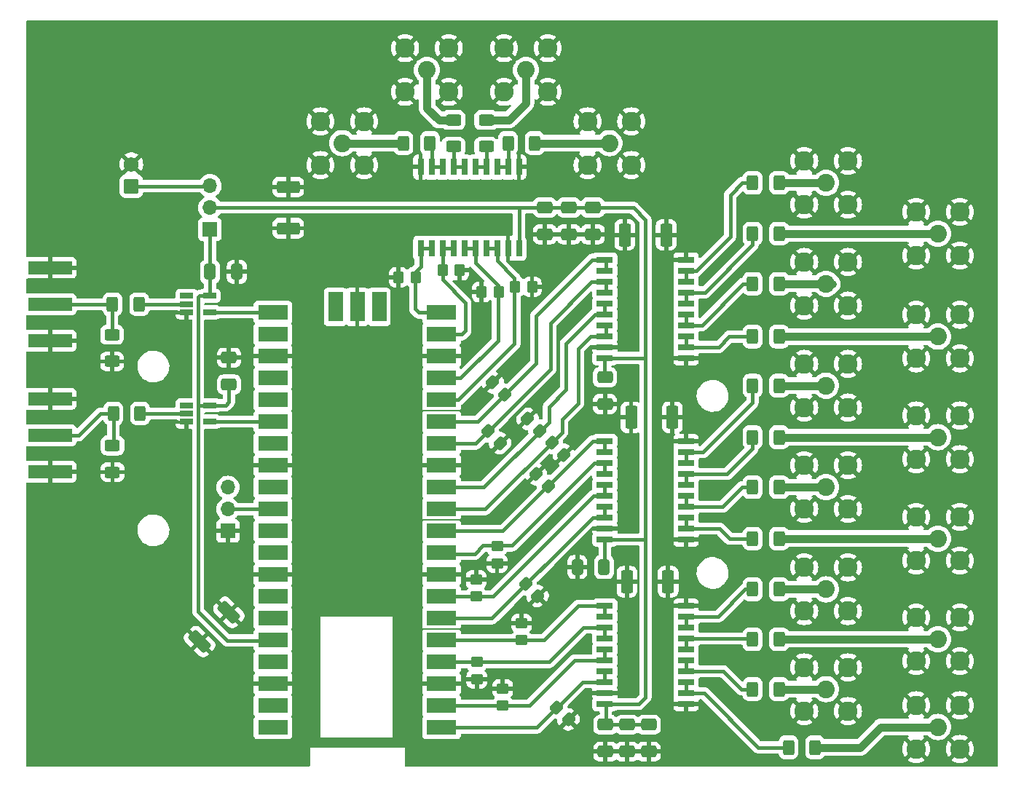
<source format=gbr>
%TF.GenerationSoftware,KiCad,Pcbnew,7.0.10*%
%TF.CreationDate,2024-04-15T16:05:39-04:00*%
%TF.ProjectId,PrawnDO_Breakout_Connectorized,50726177-6e44-44f5-9f42-7265616b6f75,rev?*%
%TF.SameCoordinates,Original*%
%TF.FileFunction,Copper,L1,Top*%
%TF.FilePolarity,Positive*%
%FSLAX46Y46*%
G04 Gerber Fmt 4.6, Leading zero omitted, Abs format (unit mm)*
G04 Created by KiCad (PCBNEW 7.0.10) date 2024-04-15 16:05:39*
%MOMM*%
%LPD*%
G01*
G04 APERTURE LIST*
G04 Aperture macros list*
%AMRoundRect*
0 Rectangle with rounded corners*
0 $1 Rounding radius*
0 $2 $3 $4 $5 $6 $7 $8 $9 X,Y pos of 4 corners*
0 Add a 4 corners polygon primitive as box body*
4,1,4,$2,$3,$4,$5,$6,$7,$8,$9,$2,$3,0*
0 Add four circle primitives for the rounded corners*
1,1,$1+$1,$2,$3*
1,1,$1+$1,$4,$5*
1,1,$1+$1,$6,$7*
1,1,$1+$1,$8,$9*
0 Add four rect primitives between the rounded corners*
20,1,$1+$1,$2,$3,$4,$5,0*
20,1,$1+$1,$4,$5,$6,$7,0*
20,1,$1+$1,$6,$7,$8,$9,0*
20,1,$1+$1,$8,$9,$2,$3,0*%
G04 Aperture macros list end*
%TA.AperFunction,SMDPad,CuDef*%
%ADD10R,1.700000X3.500000*%
%TD*%
%TA.AperFunction,SMDPad,CuDef*%
%ADD11R,3.500000X1.700000*%
%TD*%
%TA.AperFunction,SMDPad,CuDef*%
%ADD12RoundRect,0.250000X-0.400000X-0.625000X0.400000X-0.625000X0.400000X0.625000X-0.400000X0.625000X0*%
%TD*%
%TA.AperFunction,SMDPad,CuDef*%
%ADD13RoundRect,0.250000X0.650000X-0.412500X0.650000X0.412500X-0.650000X0.412500X-0.650000X-0.412500X0*%
%TD*%
%TA.AperFunction,SMDPad,CuDef*%
%ADD14RoundRect,0.250000X-0.625000X0.400000X-0.625000X-0.400000X0.625000X-0.400000X0.625000X0.400000X0*%
%TD*%
%TA.AperFunction,SMDPad,CuDef*%
%ADD15RoundRect,0.250000X-0.565685X-0.070711X-0.070711X-0.565685X0.565685X0.070711X0.070711X0.565685X0*%
%TD*%
%TA.AperFunction,ComponentPad*%
%ADD16C,2.050000*%
%TD*%
%TA.AperFunction,ComponentPad*%
%ADD17C,2.250000*%
%TD*%
%TA.AperFunction,SMDPad,CuDef*%
%ADD18RoundRect,0.250000X0.350000X0.450000X-0.350000X0.450000X-0.350000X-0.450000X0.350000X-0.450000X0*%
%TD*%
%TA.AperFunction,SMDPad,CuDef*%
%ADD19R,5.080000X1.500000*%
%TD*%
%TA.AperFunction,ComponentPad*%
%ADD20RoundRect,0.250000X0.620000X-0.620000X0.620000X0.620000X-0.620000X0.620000X-0.620000X-0.620000X0*%
%TD*%
%TA.AperFunction,ComponentPad*%
%ADD21C,1.740000*%
%TD*%
%TA.AperFunction,SMDPad,CuDef*%
%ADD22RoundRect,0.250000X-0.350000X-0.450000X0.350000X-0.450000X0.350000X0.450000X-0.350000X0.450000X0*%
%TD*%
%TA.AperFunction,SMDPad,CuDef*%
%ADD23RoundRect,0.249999X0.441942X-1.078339X1.078339X-0.441942X-0.441942X1.078339X-1.078339X0.441942X0*%
%TD*%
%TA.AperFunction,SMDPad,CuDef*%
%ADD24RoundRect,0.249999X-0.450001X-1.075001X0.450001X-1.075001X0.450001X1.075001X-0.450001X1.075001X0*%
%TD*%
%TA.AperFunction,SMDPad,CuDef*%
%ADD25RoundRect,0.250000X0.625000X-0.400000X0.625000X0.400000X-0.625000X0.400000X-0.625000X-0.400000X0*%
%TD*%
%TA.AperFunction,SMDPad,CuDef*%
%ADD26R,1.950000X0.700000*%
%TD*%
%TA.AperFunction,SMDPad,CuDef*%
%ADD27RoundRect,0.250000X0.400000X0.625000X-0.400000X0.625000X-0.400000X-0.625000X0.400000X-0.625000X0*%
%TD*%
%TA.AperFunction,SMDPad,CuDef*%
%ADD28RoundRect,0.250000X-0.412500X-0.650000X0.412500X-0.650000X0.412500X0.650000X-0.412500X0.650000X0*%
%TD*%
%TA.AperFunction,ComponentPad*%
%ADD29R,1.700000X1.700000*%
%TD*%
%TA.AperFunction,ComponentPad*%
%ADD30O,1.700000X1.700000*%
%TD*%
%TA.AperFunction,SMDPad,CuDef*%
%ADD31R,0.700000X1.950000*%
%TD*%
%TA.AperFunction,SMDPad,CuDef*%
%ADD32RoundRect,0.250000X-0.450000X0.350000X-0.450000X-0.350000X0.450000X-0.350000X0.450000X0.350000X0*%
%TD*%
%TA.AperFunction,SMDPad,CuDef*%
%ADD33RoundRect,0.250000X0.450000X-0.350000X0.450000X0.350000X-0.450000X0.350000X-0.450000X-0.350000X0*%
%TD*%
%TA.AperFunction,SMDPad,CuDef*%
%ADD34R,1.560000X0.650000*%
%TD*%
%TA.AperFunction,SMDPad,CuDef*%
%ADD35RoundRect,0.250000X0.565685X0.070711X0.070711X0.565685X-0.565685X-0.070711X-0.070711X-0.565685X0*%
%TD*%
%TA.AperFunction,SMDPad,CuDef*%
%ADD36RoundRect,0.249999X1.075001X-0.450001X1.075001X0.450001X-1.075001X0.450001X-1.075001X-0.450001X0*%
%TD*%
%TA.AperFunction,Conductor*%
%ADD37C,0.400000*%
%TD*%
%TA.AperFunction,Conductor*%
%ADD38C,0.200000*%
%TD*%
%TA.AperFunction,Conductor*%
%ADD39C,0.930000*%
%TD*%
G04 APERTURE END LIST*
D10*
%TO.P,U2,43,SWDIO*%
%TO.N,unconnected-(U2-SWDIO-Pad43)*%
X107854448Y-87537500D03*
%TO.P,U2,42,GND*%
%TO.N,GND*%
X110394448Y-87537500D03*
%TO.P,U2,41,SWCLK*%
%TO.N,unconnected-(U2-SWCLK-Pad41)*%
X112934448Y-87537500D03*
D11*
%TO.P,U2,40,VBUS*%
%TO.N,unconnected-(U2-VBUS-Pad40)*%
X100604448Y-136467500D03*
%TO.P,U2,39,VSYS*%
%TO.N,unconnected-(U2-VSYS-Pad39)*%
X100604448Y-133927500D03*
%TO.P,U2,38,GND*%
%TO.N,GND*%
X100604448Y-131387500D03*
%TO.P,U2,37,3V3_EN*%
%TO.N,unconnected-(U2-3V3_EN-Pad37)*%
X100604448Y-128847500D03*
%TO.P,U2,36,3V3*%
%TO.N,3_3V_Pico*%
X100604448Y-126307500D03*
%TO.P,U2,35,ADC_VREF*%
%TO.N,unconnected-(U2-ADC_VREF-Pad35)*%
X100604448Y-123767500D03*
%TO.P,U2,34,GPIO28_ADC2*%
%TO.N,unconnected-(U2-GPIO28_ADC2-Pad34)*%
X100604448Y-121227500D03*
%TO.P,U2,33,AGND*%
%TO.N,GND*%
X100604448Y-118687500D03*
%TO.P,U2,32,GPIO27_ADC1*%
%TO.N,unconnected-(U2-GPIO27_ADC1-Pad32)*%
X100604448Y-116147500D03*
%TO.P,U2,31,GPIO26_ADC0*%
%TO.N,unconnected-(U2-GPIO26_ADC0-Pad31)*%
X100604448Y-113607500D03*
%TO.P,U2,30,RUN*%
%TO.N,Net-(JP1-C)*%
X100604448Y-111067500D03*
%TO.P,U2,29,GPIO22*%
%TO.N,unconnected-(U2-GPIO22-Pad29)*%
X100604448Y-108527500D03*
%TO.P,U2,28,GND*%
%TO.N,GND*%
X100604448Y-105987500D03*
%TO.P,U2,27,GPIO21*%
%TO.N,unconnected-(U2-GPIO21-Pad27)*%
X100604448Y-103447500D03*
%TO.P,U2,26,GPIO20*%
%TO.N,Net-(U2-GPIO20)*%
X100604448Y-100907500D03*
%TO.P,U2,25,GPIO19*%
%TO.N,unconnected-(U2-GPIO19-Pad25)*%
X100604448Y-98367500D03*
%TO.P,U2,24,GPIO18*%
%TO.N,unconnected-(U2-GPIO18-Pad24)*%
X100604448Y-95827500D03*
%TO.P,U2,23,GND*%
%TO.N,GND*%
X100604448Y-93287500D03*
%TO.P,U2,22,GPIO17*%
%TO.N,unconnected-(U2-GPIO17-Pad22)*%
X100604448Y-90747500D03*
%TO.P,U2,21,GPIO16*%
%TO.N,Net-(U2-GPIO16)*%
X100604448Y-88207500D03*
%TO.P,U2,20,GPIO15*%
%TO.N,Net-(IC1A-B6)*%
X120184448Y-88207500D03*
%TO.P,U2,19,GPIO14*%
%TO.N,Net-(IC1A-B4)*%
X120184448Y-90747500D03*
%TO.P,U2,18,GND*%
%TO.N,GND*%
X120184448Y-93287500D03*
%TO.P,U2,17,GPIO13*%
%TO.N,Net-(IC1A-B2)*%
X120184448Y-95827500D03*
%TO.P,U2,16,GPIO12*%
%TO.N,Net-(IC1A-B0)*%
X120184448Y-98367500D03*
%TO.P,U2,15,GPIO11*%
%TO.N,Net-(IC2A-B6)*%
X120184448Y-100907500D03*
%TO.P,U2,14,GPIO10*%
%TO.N,Net-(IC2A-B4)*%
X120184448Y-103447500D03*
%TO.P,U2,13,GND*%
%TO.N,GND*%
X120184448Y-105987500D03*
%TO.P,U2,12,GPIO9*%
%TO.N,Net-(IC2A-B2)*%
X120184448Y-108527500D03*
%TO.P,U2,11,GPIO8*%
%TO.N,Net-(IC2A-B0)*%
X120184448Y-111067500D03*
%TO.P,U2,10,GPIO7*%
%TO.N,Net-(IC3A-B6)*%
X120184448Y-113607500D03*
%TO.P,U2,9,GPIO6*%
%TO.N,Net-(IC3A-B4)*%
X120184448Y-116147500D03*
%TO.P,U2,8,GND*%
%TO.N,GND*%
X120184448Y-118687500D03*
%TO.P,U2,7,GPIO5*%
%TO.N,Net-(IC3A-B2)*%
X120184448Y-121227500D03*
%TO.P,U2,6,GPIO4*%
%TO.N,Net-(IC3A-B0)*%
X120184448Y-123767500D03*
%TO.P,U2,5,GPIO3*%
%TO.N,Net-(IC4A-B6)*%
X120184448Y-126307500D03*
%TO.P,U2,4,GPIO2*%
%TO.N,Net-(IC4A-B4)*%
X120184448Y-128847500D03*
%TO.P,U2,3,GND*%
%TO.N,GND*%
X120184448Y-131387500D03*
%TO.P,U2,2,GPIO1*%
%TO.N,Net-(IC4A-B2)*%
X120184448Y-133927500D03*
%TO.P,U2,1,GPIO0*%
%TO.N,Net-(IC4A-B0)*%
X120184448Y-136467500D03*
%TD*%
D12*
%TO.P,R23,1*%
%TO.N,Net-(IC3A-A4)*%
X156350000Y-102700000D03*
%TO.P,R23,2*%
%TO.N,do6*%
X159450000Y-102700000D03*
%TD*%
D13*
%TO.P,C6,2*%
%TO.N,Power  Supply*%
X137777500Y-75980500D03*
%TO.P,C6,1*%
%TO.N,GND*%
X137777500Y-79105500D03*
%TD*%
D14*
%TO.P,R25,1*%
%TO.N,Net-(J18-In)*%
X81944000Y-103665000D03*
%TO.P,R25,2*%
%TO.N,GND*%
X81944000Y-106765000D03*
%TD*%
D12*
%TO.P,R31,1*%
%TO.N,Net-(IC4A-A6)*%
X156350000Y-120390000D03*
%TO.P,R31,2*%
%TO.N,do3*%
X159450000Y-120390000D03*
%TD*%
D15*
%TO.P,R32,1*%
%TO.N,Net-(IC4A-B0)*%
X133537693Y-134120693D03*
%TO.P,R32,2*%
%TO.N,GND*%
X134951907Y-135534907D03*
%TD*%
D13*
%TO.P,C10,1*%
%TO.N,GND*%
X144281000Y-139262500D03*
%TO.P,C10,2*%
%TO.N,Power  Supply*%
X144281000Y-136137500D03*
%TD*%
D12*
%TO.P,R26,1*%
%TO.N,Net-(IC3A-A2)*%
X156350000Y-108500000D03*
%TO.P,R26,2*%
%TO.N,do5*%
X159450000Y-108500000D03*
%TD*%
D16*
%TO.P,J10,1,In*%
%TO.N,do6*%
X177900000Y-102700000D03*
D17*
%TO.P,J10,2,Ext*%
%TO.N,GND*%
X180440000Y-105240000D03*
X180440000Y-100160000D03*
X175360000Y-105240000D03*
X175360000Y-100160000D03*
%TD*%
D16*
%TO.P,J8,1,In*%
%TO.N,do8*%
X177900000Y-91000000D03*
D17*
%TO.P,J8,2,Ext*%
%TO.N,GND*%
X175360000Y-93540000D03*
X180440000Y-93540000D03*
X175360000Y-88460000D03*
X180440000Y-88460000D03*
%TD*%
D12*
%TO.P,R17,1*%
%TO.N,Net-(IC2A-A0)*%
X156350000Y-91000000D03*
%TO.P,R17,2*%
%TO.N,do8*%
X159450000Y-91000000D03*
%TD*%
D16*
%TO.P,J12,1,In*%
%TO.N,do4*%
X177900000Y-114500000D03*
D17*
%TO.P,J12,2,Ext*%
%TO.N,GND*%
X175360000Y-111960000D03*
X175360000Y-117040000D03*
X180440000Y-111960000D03*
X180440000Y-117040000D03*
%TD*%
D16*
%TO.P,J1,1,In*%
%TO.N,do15*%
X108650000Y-68500000D03*
D17*
%TO.P,J1,2,Ext*%
%TO.N,GND*%
X106110000Y-71040000D03*
X111190000Y-71040000D03*
X106110000Y-65960000D03*
X111190000Y-65960000D03*
%TD*%
D18*
%TO.P,R5,1*%
%TO.N,Net-(IC1A-B2)*%
X126837400Y-85831200D03*
%TO.P,R5,2*%
%TO.N,GND*%
X124837400Y-85831200D03*
%TD*%
D19*
%TO.P,J18,1,In*%
%TO.N,Net-(J18-In)*%
X74700000Y-102480000D03*
%TO.P,J18,2,Ext*%
%TO.N,GND*%
X74700000Y-106730000D03*
X74700000Y-98230000D03*
%TD*%
D20*
%TO.P,J20,1,Pin_1*%
%TO.N,Net-(J19-Pin_3)*%
X84140000Y-73500000D03*
D21*
%TO.P,J20,2,Pin_2*%
%TO.N,GND*%
X84140000Y-70960000D03*
%TD*%
D22*
%TO.P,R3,1*%
%TO.N,Net-(IC1A-B4)*%
X120300200Y-83291200D03*
%TO.P,R3,2*%
%TO.N,GND*%
X122300200Y-83291200D03*
%TD*%
D13*
%TO.P,C1,1*%
%TO.N,GND*%
X139241000Y-139262500D03*
%TO.P,C1,2*%
%TO.N,Power  Supply*%
X139241000Y-136137500D03*
%TD*%
D12*
%TO.P,R10,1*%
%TO.N,Net-(IC2A-A6)*%
X156350000Y-73113000D03*
%TO.P,R10,2*%
%TO.N,do11*%
X159450000Y-73113000D03*
%TD*%
D23*
%TO.P,JR5,1*%
%TO.N,GND*%
X92065944Y-126455056D03*
%TO.P,JR5,2*%
X95460056Y-123060944D03*
%TD*%
D24*
%TO.P,JR3,1*%
%TO.N,GND*%
X141500000Y-79176400D03*
%TO.P,JR3,2*%
X146300000Y-79176400D03*
%TD*%
D12*
%TO.P,R13,1*%
%TO.N,Net-(IC2A-A4)*%
X156350000Y-79030000D03*
%TO.P,R13,2*%
%TO.N,do10*%
X159450000Y-79030000D03*
%TD*%
D25*
%TO.P,R6,1*%
%TO.N,Net-(IC1A-A2)*%
X125380000Y-68910000D03*
%TO.P,R6,2*%
%TO.N,do13*%
X125380000Y-65810000D03*
%TD*%
D26*
%TO.P,IC4,1,DIR*%
%TO.N,GND*%
X148625000Y-133735600D03*
%TO.P,IC4,2,A0*%
%TO.N,Net-(IC4A-A0)*%
X148625000Y-132465600D03*
%TO.P,IC4,3,A1*%
X148625000Y-131195600D03*
%TO.P,IC4,4,A2*%
%TO.N,Net-(IC4A-A2)*%
X148625000Y-129925600D03*
%TO.P,IC4,5,A3*%
X148625000Y-128655600D03*
%TO.P,IC4,6,A4*%
%TO.N,Net-(IC4A-A4)*%
X148625000Y-127385600D03*
%TO.P,IC4,7,A5*%
X148625000Y-126115600D03*
%TO.P,IC4,8,A6*%
%TO.N,Net-(IC4A-A6)*%
X148625000Y-124845600D03*
%TO.P,IC4,9,A7*%
X148625000Y-123575600D03*
%TO.P,IC4,10,GND*%
%TO.N,GND*%
X148625000Y-122305600D03*
%TO.P,IC4,11,B7*%
%TO.N,Net-(IC4A-B6)*%
X139175000Y-122305600D03*
%TO.P,IC4,12,B6*%
X139175000Y-123575600D03*
%TO.P,IC4,13,B5*%
%TO.N,Net-(IC4A-B4)*%
X139175000Y-124845600D03*
%TO.P,IC4,14,B4*%
X139175000Y-126115600D03*
%TO.P,IC4,15,B3*%
%TO.N,Net-(IC4A-B2)*%
X139175000Y-127385600D03*
%TO.P,IC4,16,B2*%
X139175000Y-128655600D03*
%TO.P,IC4,17,B1*%
%TO.N,Net-(IC4A-B0)*%
X139175000Y-129925600D03*
%TO.P,IC4,18,B0*%
X139175000Y-131195600D03*
%TO.P,IC4,19,~{OE}*%
%TO.N,GND*%
X139175000Y-132465600D03*
%TO.P,IC4,20,VCC*%
%TO.N,Power  Supply*%
X139175000Y-133735600D03*
%TD*%
D27*
%TO.P,R2,1*%
%TO.N,Net-(IC1A-A6)*%
X118850000Y-68500000D03*
%TO.P,R2,2*%
%TO.N,do15*%
X115750000Y-68500000D03*
%TD*%
D28*
%TO.P,C2,1*%
%TO.N,3_3V_Pico*%
X93271500Y-83471000D03*
%TO.P,C2,2*%
%TO.N,GND*%
X96396500Y-83471000D03*
%TD*%
D26*
%TO.P,IC2,1,DIR*%
%TO.N,GND*%
X148625000Y-93476600D03*
%TO.P,IC2,2,A0*%
%TO.N,Net-(IC2A-A0)*%
X148625000Y-92206600D03*
%TO.P,IC2,3,A1*%
X148625000Y-90936600D03*
%TO.P,IC2,4,A2*%
%TO.N,Net-(IC2A-A2)*%
X148625000Y-89666600D03*
%TO.P,IC2,5,A3*%
X148625000Y-88396600D03*
%TO.P,IC2,6,A4*%
%TO.N,Net-(IC2A-A4)*%
X148625000Y-87126600D03*
%TO.P,IC2,7,A5*%
X148625000Y-85856600D03*
%TO.P,IC2,8,A6*%
%TO.N,Net-(IC2A-A6)*%
X148625000Y-84586600D03*
%TO.P,IC2,9,A7*%
X148625000Y-83316600D03*
%TO.P,IC2,10,GND*%
%TO.N,GND*%
X148625000Y-82046600D03*
%TO.P,IC2,11,B7*%
%TO.N,Net-(IC2A-B6)*%
X139175000Y-82046600D03*
%TO.P,IC2,12,B6*%
X139175000Y-83316600D03*
%TO.P,IC2,13,B5*%
%TO.N,Net-(IC2A-B4)*%
X139175000Y-84586600D03*
%TO.P,IC2,14,B4*%
X139175000Y-85856600D03*
%TO.P,IC2,15,B3*%
%TO.N,Net-(IC2A-B2)*%
X139175000Y-87126600D03*
%TO.P,IC2,16,B2*%
X139175000Y-88396600D03*
%TO.P,IC2,17,B1*%
%TO.N,Net-(IC2A-B0)*%
X139175000Y-89666600D03*
%TO.P,IC2,18,B0*%
X139175000Y-90936600D03*
%TO.P,IC2,19,~{OE}*%
%TO.N,GND*%
X139175000Y-92206600D03*
%TO.P,IC2,20,VCC*%
%TO.N,Power  Supply*%
X139175000Y-93476600D03*
%TD*%
D29*
%TO.P,JP1,1,A*%
%TO.N,GND*%
X95350000Y-113600000D03*
D30*
%TO.P,JP1,2,C*%
%TO.N,Net-(JP1-C)*%
X95350000Y-111060000D03*
%TO.P,JP1,3,B*%
%TO.N,unconnected-(JP1-B-Pad3)*%
X95350000Y-108520000D03*
%TD*%
D31*
%TO.P,IC1,1,DIR*%
%TO.N,GND*%
X129190200Y-71275000D03*
%TO.P,IC1,2,A0*%
%TO.N,Net-(IC1A-A0)*%
X127920200Y-71275000D03*
%TO.P,IC1,3,A1*%
X126650200Y-71275000D03*
%TO.P,IC1,4,A2*%
%TO.N,Net-(IC1A-A2)*%
X125380200Y-71275000D03*
%TO.P,IC1,5,A3*%
X124110200Y-71275000D03*
%TO.P,IC1,6,A4*%
%TO.N,Net-(IC1A-A4)*%
X122840200Y-71275000D03*
%TO.P,IC1,7,A5*%
X121570200Y-71275000D03*
%TO.P,IC1,8,A6*%
%TO.N,Net-(IC1A-A6)*%
X120300200Y-71275000D03*
%TO.P,IC1,9,A7*%
X119030200Y-71275000D03*
%TO.P,IC1,10,GND*%
%TO.N,GND*%
X117760200Y-71275000D03*
%TO.P,IC1,11,B7*%
%TO.N,Net-(IC1A-B6)*%
X117760200Y-80725000D03*
%TO.P,IC1,12,B6*%
X119030200Y-80725000D03*
%TO.P,IC1,13,B5*%
%TO.N,Net-(IC1A-B4)*%
X120300200Y-80725000D03*
%TO.P,IC1,14,B4*%
X121570200Y-80725000D03*
%TO.P,IC1,15,B3*%
%TO.N,Net-(IC1A-B2)*%
X122840200Y-80725000D03*
%TO.P,IC1,16,B2*%
X124110200Y-80725000D03*
%TO.P,IC1,17,B1*%
%TO.N,Net-(IC1A-B0)*%
X125380200Y-80725000D03*
%TO.P,IC1,18,B0*%
X126650200Y-80725000D03*
%TO.P,IC1,19,~{OE}*%
%TO.N,GND*%
X127920200Y-80725000D03*
%TO.P,IC1,20,VCC*%
%TO.N,Power  Supply*%
X129190200Y-80725000D03*
%TD*%
D12*
%TO.P,R33,1*%
%TO.N,Net-(IC4A-A4)*%
X156350000Y-126200000D03*
%TO.P,R33,2*%
%TO.N,do2*%
X159450000Y-126200000D03*
%TD*%
%TO.P,R12,1*%
%TO.N,Net-(J17-In)*%
X81944448Y-87237500D03*
%TO.P,R12,2*%
%TO.N,Net-(R12-Pad2)*%
X85044448Y-87237500D03*
%TD*%
D32*
%TO.P,R22,1*%
%TO.N,Net-(IC3A-B4)*%
X126650200Y-115362000D03*
%TO.P,R22,2*%
%TO.N,GND*%
X126650200Y-117362000D03*
%TD*%
D12*
%TO.P,R36,1*%
%TO.N,Net-(IC4A-A0)*%
X160522000Y-138767000D03*
%TO.P,R36,2*%
%TO.N,do0*%
X163622000Y-138767000D03*
%TD*%
D24*
%TO.P,JR2,1*%
%TO.N,GND*%
X141737000Y-119499000D03*
%TO.P,JR2,2*%
X146537000Y-119499000D03*
%TD*%
D12*
%TO.P,R16,1*%
%TO.N,Net-(IC2A-A2)*%
X156350000Y-84859000D03*
%TO.P,R16,2*%
%TO.N,do9*%
X159450000Y-84859000D03*
%TD*%
D15*
%TO.P,R19,1*%
%TO.N,GND*%
X131175493Y-106993493D03*
%TO.P,R19,2*%
%TO.N,Net-(IC3A-B6)*%
X132589707Y-108407707D03*
%TD*%
D29*
%TO.P,J19,1,Pin_1*%
%TO.N,3_3V_Pico*%
X93271500Y-78540000D03*
D30*
%TO.P,J19,2,Pin_2*%
%TO.N,Power  Supply*%
X93271500Y-76000000D03*
%TO.P,J19,3,Pin_3*%
%TO.N,Net-(J19-Pin_3)*%
X93271500Y-73460000D03*
%TD*%
D13*
%TO.P,C8,1*%
%TO.N,GND*%
X141761000Y-139262500D03*
%TO.P,C8,2*%
%TO.N,Power  Supply*%
X141761000Y-136137500D03*
%TD*%
D12*
%TO.P,R21,1*%
%TO.N,Net-(J18-In)*%
X82044448Y-99937500D03*
%TO.P,R21,2*%
%TO.N,Net-(R21-Pad2)*%
X85144448Y-99937500D03*
%TD*%
D13*
%TO.P,C9,1*%
%TO.N,GND*%
X139192000Y-98848500D03*
%TO.P,C9,2*%
%TO.N,Power  Supply*%
X139192000Y-95723500D03*
%TD*%
D19*
%TO.P,J17,1,In*%
%TO.N,Net-(J17-In)*%
X74700000Y-87237500D03*
%TO.P,J17,2,Ext*%
%TO.N,GND*%
X74700000Y-91487500D03*
X74700000Y-82987500D03*
%TD*%
D13*
%TO.P,C3,1*%
%TO.N,3_3V_Pico*%
X95480000Y-96571500D03*
%TO.P,C3,2*%
%TO.N,GND*%
X95480000Y-93446500D03*
%TD*%
D33*
%TO.P,R30,1*%
%TO.N,GND*%
X124291000Y-130844000D03*
%TO.P,R30,2*%
%TO.N,Net-(IC4A-B4)*%
X124291000Y-128844000D03*
%TD*%
D12*
%TO.P,R35,1*%
%TO.N,Net-(IC4A-A2)*%
X156350000Y-132000000D03*
%TO.P,R35,2*%
%TO.N,do1*%
X159450000Y-132000000D03*
%TD*%
D32*
%TO.P,R29,1*%
%TO.N,GND*%
X129495000Y-124318800D03*
%TO.P,R29,2*%
%TO.N,Net-(IC4A-B6)*%
X129495000Y-126318800D03*
%TD*%
D15*
%TO.P,R14,1*%
%TO.N,GND*%
X130191893Y-100547893D03*
%TO.P,R14,2*%
%TO.N,Net-(IC2A-B2)*%
X131606107Y-101962107D03*
%TD*%
D26*
%TO.P,IC3,1,DIR*%
%TO.N,GND*%
X148625000Y-114584000D03*
%TO.P,IC3,2,A0*%
%TO.N,Net-(IC3A-A0)*%
X148625000Y-113314000D03*
%TO.P,IC3,3,A1*%
X148625000Y-112044000D03*
%TO.P,IC3,4,A2*%
%TO.N,Net-(IC3A-A2)*%
X148625000Y-110774000D03*
%TO.P,IC3,5,A3*%
X148625000Y-109504000D03*
%TO.P,IC3,6,A4*%
%TO.N,Net-(IC3A-A4)*%
X148625000Y-108234000D03*
%TO.P,IC3,7,A5*%
X148625000Y-106964000D03*
%TO.P,IC3,8,A6*%
%TO.N,Net-(IC3A-A6)*%
X148625000Y-105694000D03*
%TO.P,IC3,9,A7*%
X148625000Y-104424000D03*
%TO.P,IC3,10,GND*%
%TO.N,GND*%
X148625000Y-103154000D03*
%TO.P,IC3,11,B7*%
%TO.N,Net-(IC3A-B6)*%
X139175000Y-103154000D03*
%TO.P,IC3,12,B6*%
X139175000Y-104424000D03*
%TO.P,IC3,13,B5*%
%TO.N,Net-(IC3A-B4)*%
X139175000Y-105694000D03*
%TO.P,IC3,14,B4*%
X139175000Y-106964000D03*
%TO.P,IC3,15,B3*%
%TO.N,Net-(IC3A-B2)*%
X139175000Y-108234000D03*
%TO.P,IC3,16,B2*%
X139175000Y-109504000D03*
%TO.P,IC3,17,B1*%
%TO.N,Net-(IC3A-B0)*%
X139175000Y-110774000D03*
%TO.P,IC3,18,B0*%
X139175000Y-112044000D03*
%TO.P,IC3,19,~{OE}*%
%TO.N,GND*%
X139175000Y-113314000D03*
%TO.P,IC3,20,VCC*%
%TO.N,Power  Supply*%
X139175000Y-114584000D03*
%TD*%
D15*
%TO.P,R27,1*%
%TO.N,Net-(IC3A-B0)*%
X129956293Y-119769693D03*
%TO.P,R27,2*%
%TO.N,GND*%
X131370507Y-121183907D03*
%TD*%
D16*
%TO.P,J9,1,In*%
%TO.N,do7*%
X164900000Y-96700000D03*
D17*
%TO.P,J9,2,Ext*%
%TO.N,GND*%
X167440000Y-99240000D03*
X167440000Y-94160000D03*
X162360000Y-99240000D03*
X162360000Y-94160000D03*
%TD*%
D34*
%TO.P,U1,1,NC*%
%TO.N,unconnected-(U1-NC-Pad1)*%
X90550000Y-86261000D03*
%TO.P,U1,2*%
%TO.N,Net-(R12-Pad2)*%
X90550000Y-87211000D03*
%TO.P,U1,3,GND*%
%TO.N,GND*%
X90550000Y-88161000D03*
%TO.P,U1,4*%
%TO.N,Net-(U2-GPIO16)*%
X93250000Y-88161000D03*
%TO.P,U1,5,VCC*%
%TO.N,3_3V_Pico*%
X93250000Y-86261000D03*
%TD*%
D16*
%TO.P,J14,1,In*%
%TO.N,do2*%
X177900000Y-126200000D03*
D17*
%TO.P,J14,2,Ext*%
%TO.N,GND*%
X175360000Y-123660000D03*
X175360000Y-128740000D03*
X180440000Y-123660000D03*
X180440000Y-128740000D03*
%TD*%
D16*
%TO.P,J4,1,In*%
%TO.N,do12*%
X139706000Y-68500000D03*
D17*
%TO.P,J4,2,Ext*%
%TO.N,GND*%
X137166000Y-71040000D03*
X142246000Y-71040000D03*
X137166000Y-65960000D03*
X142246000Y-65960000D03*
%TD*%
D16*
%TO.P,J2,1,In*%
%TO.N,do14*%
X118500000Y-60000000D03*
D17*
%TO.P,J2,2,Ext*%
%TO.N,GND*%
X115960000Y-62540000D03*
X121040000Y-62540000D03*
X115960000Y-57460000D03*
X121040000Y-57460000D03*
%TD*%
D35*
%TO.P,R9,1*%
%TO.N,Net-(IC2A-B6)*%
X127554214Y-97750214D03*
%TO.P,R9,2*%
%TO.N,GND*%
X126140000Y-96336000D03*
%TD*%
D36*
%TO.P,JR1,1*%
%TO.N,GND*%
X102387000Y-78400000D03*
%TO.P,JR1,2*%
X102387000Y-73600000D03*
%TD*%
D33*
%TO.P,R24,1*%
%TO.N,Net-(IC3A-B2)*%
X124211800Y-121238800D03*
%TO.P,R24,2*%
%TO.N,GND*%
X124211800Y-119238800D03*
%TD*%
D16*
%TO.P,J16,1,In*%
%TO.N,do0*%
X177900000Y-136400000D03*
D17*
%TO.P,J16,2,Ext*%
%TO.N,GND*%
X175360000Y-133860000D03*
X175360000Y-138940000D03*
X180440000Y-133860000D03*
X180440000Y-138940000D03*
%TD*%
D15*
%TO.P,R11,1*%
%TO.N,Net-(IC2A-B4)*%
X125582893Y-101976893D03*
%TO.P,R11,2*%
%TO.N,GND*%
X126997107Y-103391107D03*
%TD*%
D14*
%TO.P,R15,1*%
%TO.N,Net-(J17-In)*%
X81887000Y-90788000D03*
%TO.P,R15,2*%
%TO.N,GND*%
X81887000Y-93888000D03*
%TD*%
D16*
%TO.P,J3,1,In*%
%TO.N,do13*%
X130010000Y-60000000D03*
D17*
%TO.P,J3,2,Ext*%
%TO.N,GND*%
X127470000Y-62540000D03*
X132550000Y-62540000D03*
X127470000Y-57460000D03*
X132550000Y-57460000D03*
%TD*%
D18*
%TO.P,R1,1*%
%TO.N,Net-(IC1A-B6)*%
X117185400Y-84104000D03*
%TO.P,R1,2*%
%TO.N,GND*%
X115185400Y-84104000D03*
%TD*%
D16*
%TO.P,J5,1,In*%
%TO.N,do11*%
X164900000Y-73121000D03*
D17*
%TO.P,J5,2,Ext*%
%TO.N,GND*%
X162360000Y-75661000D03*
X167440000Y-75661000D03*
X162360000Y-70581000D03*
X167440000Y-70581000D03*
%TD*%
D12*
%TO.P,R28,1*%
%TO.N,Net-(IC3A-A0)*%
X156350000Y-114500000D03*
%TO.P,R28,2*%
%TO.N,do4*%
X159450000Y-114500000D03*
%TD*%
%TO.P,R20,1*%
%TO.N,Net-(IC3A-A6)*%
X156350000Y-96700000D03*
%TO.P,R20,2*%
%TO.N,do7*%
X159450000Y-96700000D03*
%TD*%
D33*
%TO.P,R34,1*%
%TO.N,Net-(IC4A-B2)*%
X127310600Y-133922800D03*
%TO.P,R34,2*%
%TO.N,GND*%
X127310600Y-131922800D03*
%TD*%
D16*
%TO.P,J6,1,In*%
%TO.N,do10*%
X177900000Y-79030000D03*
D17*
%TO.P,J6,2,Ext*%
%TO.N,GND*%
X175360000Y-81570000D03*
X180440000Y-81570000D03*
X175360000Y-76490000D03*
X180440000Y-76490000D03*
%TD*%
D16*
%TO.P,J13,1,In*%
%TO.N,do3*%
X164900000Y-120390000D03*
D17*
%TO.P,J13,2,Ext*%
%TO.N,GND*%
X162360000Y-117850000D03*
X162360000Y-122930000D03*
X167440000Y-117850000D03*
X167440000Y-122930000D03*
%TD*%
D12*
%TO.P,R7,1*%
%TO.N,Net-(IC1A-A0)*%
X127920000Y-68500000D03*
%TO.P,R7,2*%
%TO.N,do12*%
X131020000Y-68500000D03*
%TD*%
D34*
%TO.P,U3,1,NC*%
%TO.N,unconnected-(U3-NC-Pad1)*%
X90550000Y-98987500D03*
%TO.P,U3,2*%
%TO.N,Net-(R21-Pad2)*%
X90550000Y-99937500D03*
%TO.P,U3,3,GND*%
%TO.N,GND*%
X90550000Y-100887500D03*
%TO.P,U3,4*%
%TO.N,Net-(U2-GPIO20)*%
X93250000Y-100887500D03*
%TO.P,U3,5,VCC*%
%TO.N,3_3V_Pico*%
X93250000Y-98987500D03*
%TD*%
D22*
%TO.P,R8,1*%
%TO.N,Net-(IC1A-B0)*%
X128715000Y-85212000D03*
%TO.P,R8,2*%
%TO.N,GND*%
X130715000Y-85212000D03*
%TD*%
D28*
%TO.P,C7,1*%
%TO.N,GND*%
X135968500Y-117806000D03*
%TO.P,C7,2*%
%TO.N,Power  Supply*%
X139093500Y-117806000D03*
%TD*%
D13*
%TO.P,C5,2*%
%TO.N,Power  Supply*%
X134995000Y-75980500D03*
%TO.P,C5,1*%
%TO.N,GND*%
X134995000Y-79105500D03*
%TD*%
D16*
%TO.P,J11,1,In*%
%TO.N,do5*%
X164900000Y-108500000D03*
D17*
%TO.P,J11,2,Ext*%
%TO.N,GND*%
X162360000Y-105960000D03*
X162360000Y-111040000D03*
X167440000Y-105960000D03*
X167440000Y-111040000D03*
%TD*%
D16*
%TO.P,J7,1,In*%
%TO.N,do9*%
X164900000Y-84851000D03*
D17*
%TO.P,J7,2,Ext*%
%TO.N,GND*%
X162360000Y-87391000D03*
X167440000Y-87391000D03*
X162360000Y-82311000D03*
X167440000Y-82311000D03*
%TD*%
D13*
%TO.P,C4,2*%
%TO.N,Power  Supply*%
X132212500Y-75980500D03*
%TO.P,C4,1*%
%TO.N,GND*%
X132212500Y-79105500D03*
%TD*%
D35*
%TO.P,R18,1*%
%TO.N,GND*%
X134430107Y-104749107D03*
%TO.P,R18,2*%
%TO.N,Net-(IC2A-B0)*%
X133015893Y-103334893D03*
%TD*%
D16*
%TO.P,J15,1,In*%
%TO.N,do1*%
X164900000Y-132000000D03*
D17*
%TO.P,J15,2,Ext*%
%TO.N,GND*%
X162360000Y-129460000D03*
X162360000Y-134540000D03*
X167440000Y-129460000D03*
X167440000Y-134540000D03*
%TD*%
D25*
%TO.P,R4,1*%
%TO.N,Net-(IC1A-A4)*%
X121570200Y-68910000D03*
%TO.P,R4,2*%
%TO.N,do14*%
X121570200Y-65810000D03*
%TD*%
D24*
%TO.P,JR4,1*%
%TO.N,GND*%
X142230000Y-100384000D03*
%TO.P,JR4,2*%
X147030000Y-100384000D03*
%TD*%
D37*
%TO.N,Net-(J19-Pin_3)*%
X93231500Y-73500000D02*
X93271500Y-73460000D01*
X84140000Y-73500000D02*
X93231500Y-73500000D01*
%TO.N,3_3V_Pico*%
X95077500Y-98987500D02*
X93250000Y-98987500D01*
X92073000Y-86261000D02*
X91900000Y-86434000D01*
X93250000Y-86261000D02*
X92073000Y-86261000D01*
X93250000Y-98987500D02*
X91966500Y-98987500D01*
X93271500Y-86239500D02*
X93250000Y-86261000D01*
X95294448Y-126337500D02*
X91900000Y-122943052D01*
X101474448Y-126337500D02*
X95294448Y-126337500D01*
X91900000Y-122943052D02*
X91900000Y-98921000D01*
X93271500Y-78540000D02*
X93271500Y-86239500D01*
X95480000Y-96571500D02*
X95480000Y-98585000D01*
X95480000Y-98585000D02*
X95077500Y-98987500D01*
X91900000Y-86434000D02*
X91900000Y-98921000D01*
X101504448Y-126307500D02*
X101474448Y-126337500D01*
D38*
%TO.N,GND*%
X122803000Y-125028000D02*
X117515000Y-125028000D01*
X122388000Y-99635000D02*
X117917000Y-99635000D01*
X122542000Y-112323000D02*
X117868000Y-112323000D01*
D39*
%TO.N,do7*%
X159450000Y-96700000D02*
X164900000Y-96700000D01*
%TO.N,do0*%
X177898000Y-136398000D02*
X177900000Y-136400000D01*
X163622000Y-138767000D02*
X168881000Y-138767000D01*
X171250000Y-136398000D02*
X177898000Y-136398000D01*
X168881000Y-138767000D02*
X171250000Y-136398000D01*
%TO.N,do15*%
X115750000Y-68500000D02*
X108650000Y-68500000D01*
%TO.N,do8*%
X159450000Y-91000000D02*
X177900000Y-91000000D01*
%TO.N,do14*%
X119881000Y-65810000D02*
X118500000Y-64429000D01*
X121570200Y-65810000D02*
X119881000Y-65810000D01*
X118500000Y-64429000D02*
X118500000Y-60000000D01*
%TO.N,do6*%
X159450000Y-102700000D02*
X177900000Y-102700000D01*
%TO.N,do9*%
X162161000Y-84851000D02*
X165643000Y-84851000D01*
X160022000Y-84859000D02*
X162031000Y-84859000D01*
%TO.N,do1*%
X159450000Y-132000000D02*
X164900000Y-132000000D01*
%TO.N,do13*%
X130010000Y-60000000D02*
X130010000Y-63840000D01*
X130010000Y-63840000D02*
X128040000Y-65810000D01*
X128040000Y-65810000D02*
X125380000Y-65810000D01*
%TO.N,do5*%
X159450000Y-108500000D02*
X164900000Y-108500000D01*
%TO.N,do10*%
X159450000Y-79030000D02*
X177900000Y-79030000D01*
%TO.N,do2*%
X159450000Y-126200000D02*
X177900000Y-126200000D01*
%TO.N,do12*%
X131020000Y-68500000D02*
X139706000Y-68500000D01*
%TO.N,do4*%
X177900000Y-114500000D02*
X159450000Y-114500000D01*
%TO.N,do3*%
X159550000Y-120390000D02*
X164722000Y-120390000D01*
D37*
%TO.N,Net-(IC1A-A0)*%
X127920200Y-71275000D02*
X127920200Y-68500200D01*
X127920200Y-71275000D02*
X126650200Y-71275000D01*
%TO.N,Net-(U2-GPIO16)*%
X101484448Y-88187500D02*
X93322500Y-88187500D01*
X93322500Y-88187500D02*
X93296000Y-88161000D01*
X101504448Y-88207500D02*
X101484448Y-88187500D01*
%TO.N,Net-(U2-GPIO20)*%
X101484448Y-100887500D02*
X93250000Y-100887500D01*
X101504448Y-100907500D02*
X101484448Y-100887500D01*
%TO.N,Net-(JP1-C)*%
X95362000Y-111072000D02*
X101499948Y-111072000D01*
X101504448Y-111067500D02*
X101497748Y-111074200D01*
X101499948Y-111072000D02*
X101504448Y-111067500D01*
X95350000Y-111060000D02*
X95362000Y-111072000D01*
D39*
%TO.N,do11*%
X159543000Y-73113000D02*
X164606000Y-73113000D01*
D37*
X164606000Y-73113000D02*
X164614000Y-73121000D01*
%TO.N,Net-(J17-In)*%
X75694448Y-87237500D02*
X81944448Y-87237500D01*
X81887000Y-90788000D02*
X81887000Y-87294948D01*
X81887000Y-87294948D02*
X81944448Y-87237500D01*
%TO.N,Net-(J18-In)*%
X80532500Y-99937500D02*
X82044448Y-99937500D01*
X82044448Y-103564552D02*
X81944000Y-103665000D01*
X82044448Y-99937500D02*
X82044448Y-103564552D01*
X75664448Y-102480000D02*
X77990000Y-102480000D01*
X77990000Y-102480000D02*
X80532500Y-99937500D01*
%TO.N,Net-(IC1A-A2)*%
X125380000Y-68910000D02*
X125380000Y-71274800D01*
X125380200Y-71275000D02*
X124110200Y-71275000D01*
X125380000Y-71274800D02*
X125380200Y-71275000D01*
%TO.N,Net-(IC1A-A4)*%
X121570200Y-71275000D02*
X122840200Y-71275000D01*
X121570200Y-68966200D02*
X121570200Y-71275000D01*
%TO.N,Net-(IC1A-A6)*%
X119030200Y-71275000D02*
X119030200Y-68680200D01*
X119030200Y-71275000D02*
X120300200Y-71275000D01*
X119030200Y-68680200D02*
X118850000Y-68500000D01*
%TO.N,Net-(IC1A-B6)*%
X117121000Y-83498600D02*
X117760200Y-82859400D01*
X117760200Y-82859400D02*
X117760200Y-80725000D01*
X117533500Y-88207500D02*
X117121000Y-87795000D01*
X117760200Y-80725000D02*
X119030200Y-80725000D01*
X119284448Y-88207500D02*
X117533500Y-88207500D01*
X117121000Y-87795000D02*
X117121000Y-83498600D01*
%TO.N,Net-(IC1A-B4)*%
X122967200Y-90332800D02*
X122967200Y-87075800D01*
X122552500Y-90747500D02*
X122967200Y-90332800D01*
X120300200Y-80725000D02*
X121570200Y-80725000D01*
X120300200Y-84408800D02*
X120300200Y-80725000D01*
X122967200Y-87075800D02*
X120300200Y-84408800D01*
X119284448Y-90747500D02*
X122552500Y-90747500D01*
%TO.N,Net-(IC1A-B2)*%
X122407500Y-95827500D02*
X119284448Y-95827500D01*
X124110200Y-82402200D02*
X126751800Y-85043800D01*
X124110200Y-80725000D02*
X124110200Y-82402200D01*
X126751800Y-85043800D02*
X126751800Y-91483200D01*
X126751800Y-91483200D02*
X122407500Y-95827500D01*
X122840200Y-80725000D02*
X124110200Y-80725000D01*
%TO.N,Net-(IC1A-B0)*%
X126650200Y-82173600D02*
X128672800Y-84196200D01*
X128672800Y-84196200D02*
X128672800Y-91799200D01*
X125380200Y-80725000D02*
X126650200Y-80725000D01*
X128672800Y-91799200D02*
X122104500Y-98367500D01*
X126650200Y-80725000D02*
X126650200Y-82173600D01*
X122104500Y-98367500D02*
X119284448Y-98367500D01*
%TO.N,Net-(IC2A-A0)*%
X148625000Y-92206600D02*
X152406400Y-92206600D01*
X148625000Y-90936600D02*
X148625000Y-92206600D01*
X153613000Y-91000000D02*
X156350000Y-91000000D01*
X152406400Y-92206600D02*
X153613000Y-91000000D01*
%TO.N,Net-(IC2A-A2)*%
X148625000Y-89666600D02*
X150444400Y-89666600D01*
X150444400Y-89666600D02*
X155252000Y-84859000D01*
X155252000Y-84859000D02*
X156350000Y-84859000D01*
X148625000Y-88396600D02*
X148625000Y-89666600D01*
%TO.N,Net-(IC2A-A4)*%
X156350000Y-80333600D02*
X156350000Y-79030000D01*
X148625000Y-85856600D02*
X150827000Y-85856600D01*
X148625000Y-85856600D02*
X148625000Y-87126600D01*
X150827000Y-85856600D02*
X156350000Y-80333600D01*
%TO.N,Net-(IC2A-A6)*%
X156350000Y-73113000D02*
X155142000Y-73113000D01*
X149805400Y-83316600D02*
X148625000Y-83316600D01*
X155142000Y-73113000D02*
X153744000Y-74511000D01*
X148625000Y-84586600D02*
X148625000Y-83316600D01*
X153744000Y-79378000D02*
X149805400Y-83316600D01*
X153744000Y-74511000D02*
X153744000Y-79378000D01*
%TO.N,Net-(IC2A-B6)*%
X124396928Y-100907500D02*
X127554214Y-97750214D01*
X137724600Y-82046600D02*
X131175000Y-88596200D01*
X131175000Y-94129428D02*
X127554214Y-97750214D01*
X139324200Y-83316600D02*
X139324200Y-82046600D01*
X131175000Y-88596200D02*
X131175000Y-94129428D01*
X119284448Y-100907500D02*
X124396928Y-100907500D01*
X139324200Y-82046600D02*
X137724600Y-82046600D01*
%TO.N,Net-(IC2A-B4)*%
X125668307Y-101976893D02*
X132839000Y-94806200D01*
X119284448Y-103447500D02*
X124112286Y-103447500D01*
X132839000Y-89421400D02*
X137343600Y-84916800D01*
X124112286Y-103447500D02*
X125582893Y-101976893D01*
X137343600Y-84891400D02*
X137648400Y-84586600D01*
X137343600Y-84916800D02*
X137343600Y-84891400D01*
X125582893Y-101976893D02*
X125668307Y-101976893D01*
X132839000Y-94806200D02*
X132839000Y-89421400D01*
X137648400Y-84586600D02*
X139324200Y-84586600D01*
X139324200Y-84586600D02*
X139324200Y-85856600D01*
%TO.N,Net-(IC2A-B2)*%
X125075500Y-108527500D02*
X132670000Y-100933000D01*
X119284448Y-108527500D02*
X125075500Y-108527500D01*
X132670000Y-99154000D02*
X134632000Y-97192000D01*
X132670000Y-100933000D02*
X132670000Y-99154000D01*
X134632000Y-97192000D02*
X134632000Y-91818800D01*
X139175000Y-88396600D02*
X138054200Y-88396600D01*
X139175000Y-87126600D02*
X139175000Y-88396600D01*
X138054200Y-88396600D02*
X134632000Y-91818800D01*
%TO.N,Net-(IC2A-B0)*%
X119284448Y-111067500D02*
X125241500Y-111067500D01*
X136060000Y-98773400D02*
X136060000Y-92423400D01*
X139324200Y-90936600D02*
X139324200Y-89666600D01*
X137546800Y-90936600D02*
X139324200Y-90936600D01*
X136060000Y-92423400D02*
X137546800Y-90936600D01*
X134195200Y-102113800D02*
X134195200Y-100638200D01*
X134195200Y-100638200D02*
X136060000Y-98773400D01*
X125241500Y-111067500D02*
X134195200Y-102113800D01*
%TO.N,Net-(IC3A-A0)*%
X148625000Y-112044000D02*
X148625000Y-113314000D01*
X153718800Y-114500000D02*
X156350000Y-114500000D01*
X148625000Y-113314000D02*
X152532800Y-113314000D01*
X152532800Y-113314000D02*
X153718800Y-114500000D01*
%TO.N,Net-(IC3A-A2)*%
X148625000Y-109504000D02*
X148625000Y-110774000D01*
X156429000Y-108528000D02*
X155102000Y-108528000D01*
X152856000Y-110774000D02*
X148625000Y-110774000D01*
X155102000Y-108528000D02*
X152856000Y-110774000D01*
%TO.N,Net-(IC3A-A4)*%
X148625000Y-106964000D02*
X153385000Y-106964000D01*
X153385000Y-106964000D02*
X156350000Y-103999000D01*
X148625000Y-106964000D02*
X148625000Y-108234000D01*
X156350000Y-103999000D02*
X156350000Y-102700000D01*
%TO.N,Net-(IC3A-A6)*%
X156350000Y-98662000D02*
X156350000Y-96700000D01*
X148625000Y-104424000D02*
X148625000Y-105694000D01*
X148625000Y-104424000D02*
X150588000Y-104424000D01*
X150588000Y-104424000D02*
X156350000Y-98662000D01*
%TO.N,Net-(IC3A-B6)*%
X139175000Y-103154000D02*
X139175000Y-104424000D01*
X127321900Y-113607500D02*
X119284448Y-113607500D01*
X137775400Y-103154000D02*
X127321900Y-113607500D01*
X139175000Y-103154000D02*
X137775400Y-103154000D01*
%TO.N,Net-(IC3A-B4)*%
X119388948Y-116252000D02*
X124080000Y-116252000D01*
X139175000Y-105694000D02*
X139175000Y-106964000D01*
X137978600Y-105694000D02*
X139175000Y-105694000D01*
X119284448Y-116147500D02*
X119388948Y-116252000D01*
X124080000Y-116252000D02*
X125036800Y-115295200D01*
X128377400Y-115295200D02*
X137978600Y-105694000D01*
X125036800Y-115295200D02*
X128377400Y-115295200D01*
%TO.N,Net-(IC3A-B2)*%
X139175000Y-109504000D02*
X139175000Y-108234000D01*
X139175000Y-109504000D02*
X137877000Y-109504000D01*
X126153500Y-121227500D02*
X119284448Y-121227500D01*
X137877000Y-109504000D02*
X126153500Y-121227500D01*
%TO.N,Net-(IC3A-B0)*%
X126051900Y-123767500D02*
X119284448Y-123767500D01*
X139175000Y-112044000D02*
X137775400Y-112044000D01*
X137775400Y-112044000D02*
X126051900Y-123767500D01*
X139175000Y-110774000D02*
X139175000Y-112044000D01*
%TO.N,Net-(IC4A-A0)*%
X148621800Y-132465600D02*
X148621800Y-131195600D01*
X156838200Y-138599800D02*
X150704000Y-132465600D01*
X157005400Y-138767000D02*
X156838200Y-138599800D01*
X150704000Y-132465600D02*
X148625000Y-132465600D01*
X160522000Y-138767000D02*
X157005400Y-138767000D01*
%TO.N,Net-(IC4A-A2)*%
X155039000Y-132000000D02*
X156350000Y-132000000D01*
X148621800Y-129925600D02*
X148621800Y-128655600D01*
X152964600Y-129925600D02*
X155039000Y-132000000D01*
X148625000Y-129925600D02*
X152964600Y-129925600D01*
%TO.N,Net-(IC4A-A4)*%
X148625000Y-126115600D02*
X156265600Y-126115600D01*
X156265600Y-126115600D02*
X156350000Y-126200000D01*
X148621800Y-127385600D02*
X148621800Y-126115600D01*
%TO.N,Net-(IC4A-A6)*%
X148621800Y-124845600D02*
X148621800Y-123575600D01*
X152308400Y-123575600D02*
X148625000Y-123575600D01*
X156450000Y-120390000D02*
X155494000Y-120390000D01*
X155494000Y-120390000D02*
X152308400Y-123575600D01*
%TO.N,Net-(IC4A-B6)*%
X139171800Y-123575600D02*
X139171800Y-122305600D01*
X139175000Y-122305600D02*
X136087700Y-122305600D01*
X119284448Y-126307500D02*
X132085800Y-126307500D01*
X136087700Y-122305600D02*
X132085800Y-126307500D01*
%TO.N,Net-(IC4A-B4)*%
X139175000Y-124845600D02*
X136708600Y-124845600D01*
X139171800Y-124845600D02*
X139171800Y-126115600D01*
X132706700Y-128847500D02*
X119284448Y-128847500D01*
X136708600Y-124845600D02*
X132706700Y-128847500D01*
%TO.N,Net-(IC4A-B2)*%
X135667200Y-128655600D02*
X130395300Y-133927500D01*
X139175000Y-128655600D02*
X135667200Y-128655600D01*
X139171800Y-127385600D02*
X139171800Y-128655600D01*
X127310600Y-133922800D02*
X130390600Y-133922800D01*
X130390600Y-133922800D02*
X130395300Y-133927500D01*
X119284448Y-133927500D02*
X119289148Y-133922800D01*
X119289148Y-133922800D02*
X127310600Y-133922800D01*
%TO.N,Net-(IC4A-B0)*%
X139171800Y-129925600D02*
X139171800Y-131195600D01*
X136556200Y-131195600D02*
X139175000Y-131195600D01*
X131284300Y-136467500D02*
X136505400Y-131246400D01*
X119284448Y-136467500D02*
X131284300Y-136467500D01*
%TO.N,Net-(R12-Pad2)*%
X90569500Y-87237500D02*
X85044448Y-87237500D01*
%TO.N,Net-(R21-Pad2)*%
X90550000Y-99937500D02*
X85144448Y-99937500D01*
%TO.N,Power  Supply*%
X139175000Y-114584000D02*
X139175000Y-117724500D01*
X142484000Y-76000000D02*
X143900000Y-77416000D01*
X139175000Y-93476600D02*
X139175000Y-95706500D01*
X93271500Y-76000000D02*
X129740000Y-76000000D01*
X129291800Y-76000000D02*
X129740000Y-76000000D01*
X139175000Y-117724500D02*
X139093500Y-117806000D01*
X143900000Y-132931000D02*
X143095400Y-133735600D01*
X139295000Y-133855600D02*
X139175000Y-133735600D01*
X129291800Y-76000000D02*
X129190200Y-76101600D01*
X139175000Y-93476600D02*
X143900000Y-93476600D01*
X139295000Y-135631000D02*
X139295000Y-133855600D01*
X143095400Y-133735600D02*
X139175000Y-133735600D01*
X129740000Y-76000000D02*
X142484000Y-76000000D01*
X129190200Y-76101600D02*
X129190200Y-80725000D01*
X139175000Y-95706500D02*
X139192000Y-95723500D01*
X143777000Y-114584000D02*
X139175000Y-114584000D01*
X139241000Y-136137500D02*
X144281000Y-136137500D01*
X143900000Y-77416000D02*
X143900000Y-132931000D01*
%TD*%
%TA.AperFunction,Conductor*%
%TO.N,GND*%
G36*
X184766039Y-54229989D02*
G01*
X184833077Y-54249679D01*
X184878827Y-54302488D01*
X184890028Y-54353960D01*
X184899500Y-95455250D01*
X184899500Y-140875500D01*
X184879815Y-140942539D01*
X184827011Y-140988294D01*
X184775500Y-140999500D01*
X116024500Y-140999500D01*
X115957461Y-140979815D01*
X115911706Y-140927011D01*
X115900500Y-140875500D01*
X115900500Y-139512500D01*
X137841001Y-139512500D01*
X137841001Y-139724986D01*
X137851494Y-139827697D01*
X137906641Y-139994119D01*
X137906643Y-139994124D01*
X137998684Y-140143345D01*
X138122654Y-140267315D01*
X138271875Y-140359356D01*
X138271880Y-140359358D01*
X138438302Y-140414505D01*
X138438309Y-140414506D01*
X138541019Y-140424999D01*
X138990999Y-140424999D01*
X138991000Y-140424998D01*
X138991000Y-139512500D01*
X139491000Y-139512500D01*
X139491000Y-140424999D01*
X139940972Y-140424999D01*
X139940986Y-140424998D01*
X140043697Y-140414505D01*
X140210119Y-140359358D01*
X140210124Y-140359356D01*
X140359345Y-140267315D01*
X140413319Y-140213342D01*
X140474642Y-140179857D01*
X140544334Y-140184841D01*
X140588681Y-140213342D01*
X140642654Y-140267315D01*
X140791875Y-140359356D01*
X140791880Y-140359358D01*
X140958302Y-140414505D01*
X140958309Y-140414506D01*
X141061019Y-140424999D01*
X141510999Y-140424999D01*
X141511000Y-140424998D01*
X141511000Y-139512500D01*
X142011000Y-139512500D01*
X142011000Y-140424999D01*
X142460972Y-140424999D01*
X142460986Y-140424998D01*
X142563697Y-140414505D01*
X142730119Y-140359358D01*
X142730124Y-140359356D01*
X142879345Y-140267315D01*
X142933319Y-140213342D01*
X142994642Y-140179857D01*
X143064334Y-140184841D01*
X143108681Y-140213342D01*
X143162654Y-140267315D01*
X143311875Y-140359356D01*
X143311880Y-140359358D01*
X143478302Y-140414505D01*
X143478309Y-140414506D01*
X143581019Y-140424999D01*
X144030999Y-140424999D01*
X144031000Y-140424998D01*
X144031000Y-139512500D01*
X144531000Y-139512500D01*
X144531000Y-140424999D01*
X144980972Y-140424999D01*
X144980986Y-140424998D01*
X145083697Y-140414505D01*
X145250119Y-140359358D01*
X145250124Y-140359356D01*
X145399345Y-140267315D01*
X145523315Y-140143345D01*
X145615356Y-139994124D01*
X145615358Y-139994119D01*
X145670505Y-139827697D01*
X145670506Y-139827690D01*
X145680999Y-139724986D01*
X145681000Y-139724973D01*
X145681000Y-139512500D01*
X144531000Y-139512500D01*
X144031000Y-139512500D01*
X142011000Y-139512500D01*
X141511000Y-139512500D01*
X139491000Y-139512500D01*
X138991000Y-139512500D01*
X137841001Y-139512500D01*
X115900500Y-139512500D01*
X115900500Y-139012500D01*
X137841000Y-139012500D01*
X138991000Y-139012500D01*
X138991000Y-138100000D01*
X139491000Y-138100000D01*
X139491000Y-139012500D01*
X141511000Y-139012500D01*
X141511000Y-138100000D01*
X142011000Y-138100000D01*
X142011000Y-139012500D01*
X144031000Y-139012500D01*
X144031000Y-138100000D01*
X144531000Y-138100000D01*
X144531000Y-139012500D01*
X145680999Y-139012500D01*
X145680999Y-138800028D01*
X145680998Y-138800013D01*
X145670505Y-138697302D01*
X145615358Y-138530880D01*
X145615356Y-138530875D01*
X145523315Y-138381654D01*
X145399345Y-138257684D01*
X145250124Y-138165643D01*
X145250119Y-138165641D01*
X145083697Y-138110494D01*
X145083690Y-138110493D01*
X144980986Y-138100000D01*
X144531000Y-138100000D01*
X144031000Y-138100000D01*
X143581028Y-138100000D01*
X143581012Y-138100001D01*
X143478302Y-138110494D01*
X143311880Y-138165641D01*
X143311875Y-138165643D01*
X143162654Y-138257684D01*
X143108680Y-138311658D01*
X143047357Y-138345142D01*
X142977665Y-138340157D01*
X142933320Y-138311658D01*
X142879345Y-138257684D01*
X142730124Y-138165643D01*
X142730119Y-138165641D01*
X142563697Y-138110494D01*
X142563690Y-138110493D01*
X142460986Y-138100000D01*
X142011000Y-138100000D01*
X141511000Y-138100000D01*
X141061028Y-138100000D01*
X141061012Y-138100001D01*
X140958302Y-138110494D01*
X140791880Y-138165641D01*
X140791875Y-138165643D01*
X140642654Y-138257684D01*
X140588680Y-138311658D01*
X140527357Y-138345142D01*
X140457665Y-138340157D01*
X140413320Y-138311658D01*
X140359345Y-138257684D01*
X140210124Y-138165643D01*
X140210119Y-138165641D01*
X140043697Y-138110494D01*
X140043690Y-138110493D01*
X139940986Y-138100000D01*
X139491000Y-138100000D01*
X138991000Y-138100000D01*
X138541028Y-138100000D01*
X138541012Y-138100001D01*
X138438302Y-138110494D01*
X138271880Y-138165641D01*
X138271875Y-138165643D01*
X138122654Y-138257684D01*
X137998684Y-138381654D01*
X137906643Y-138530875D01*
X137906641Y-138530880D01*
X137851494Y-138697302D01*
X137851493Y-138697309D01*
X137841000Y-138800013D01*
X137841000Y-139012500D01*
X115900500Y-139012500D01*
X115900500Y-138824759D01*
X115900528Y-138824616D01*
X115900524Y-138824616D01*
X115900539Y-138800002D01*
X115900541Y-138800000D01*
X115900462Y-138799808D01*
X115900384Y-138799618D01*
X115900380Y-138799614D01*
X115900194Y-138799538D01*
X115900002Y-138799459D01*
X115875446Y-138799459D01*
X115875240Y-138799500D01*
X104924760Y-138799500D01*
X104924554Y-138799459D01*
X104899998Y-138799459D01*
X104899807Y-138799538D01*
X104899619Y-138799615D01*
X104899615Y-138799618D01*
X104899459Y-138799999D01*
X104899476Y-138824616D01*
X104899471Y-138824616D01*
X104899500Y-138824759D01*
X104899500Y-140875500D01*
X104879815Y-140942539D01*
X104827011Y-140988294D01*
X104775500Y-140999500D01*
X72024500Y-140999500D01*
X71957461Y-140979815D01*
X71911706Y-140927011D01*
X71900500Y-140875500D01*
X71900500Y-138838929D01*
X71900615Y-138340157D01*
X71900840Y-137365370D01*
X98353948Y-137365370D01*
X98353949Y-137365376D01*
X98360356Y-137424983D01*
X98410650Y-137559828D01*
X98410654Y-137559835D01*
X98496900Y-137675044D01*
X98496903Y-137675047D01*
X98612112Y-137761293D01*
X98612119Y-137761297D01*
X98746965Y-137811591D01*
X98746964Y-137811591D01*
X98753892Y-137812335D01*
X98806575Y-137818000D01*
X102402320Y-137817999D01*
X102461931Y-137811591D01*
X102596779Y-137761296D01*
X102711994Y-137675046D01*
X102798244Y-137559831D01*
X102848539Y-137424983D01*
X102854948Y-137365373D01*
X102854947Y-135569628D01*
X102848539Y-135510017D01*
X102847104Y-135506170D01*
X102798245Y-135375171D01*
X102798243Y-135375168D01*
X102798134Y-135375022D01*
X102720869Y-135271809D01*
X102696452Y-135206348D01*
X102711303Y-135138075D01*
X102720864Y-135123196D01*
X102798244Y-135019831D01*
X102848539Y-134884983D01*
X102854948Y-134825373D01*
X102854947Y-133029628D01*
X102848539Y-132970017D01*
X102846854Y-132965500D01*
X102798245Y-132835171D01*
X102798243Y-132835168D01*
X102720557Y-132731393D01*
X102696140Y-132665930D01*
X102710991Y-132597657D01*
X102720558Y-132582771D01*
X102797800Y-132479589D01*
X102797802Y-132479586D01*
X102848044Y-132344879D01*
X102848046Y-132344872D01*
X102854447Y-132285344D01*
X102854448Y-132285327D01*
X102854448Y-131637500D01*
X98354448Y-131637500D01*
X98354448Y-132285344D01*
X98360849Y-132344872D01*
X98360851Y-132344879D01*
X98411093Y-132479586D01*
X98411094Y-132479588D01*
X98488338Y-132582772D01*
X98512755Y-132648236D01*
X98497904Y-132716509D01*
X98488338Y-132731394D01*
X98410652Y-132835169D01*
X98410650Y-132835171D01*
X98360356Y-132970017D01*
X98354448Y-133024978D01*
X98353949Y-133029623D01*
X98353948Y-133029635D01*
X98353948Y-134825370D01*
X98353949Y-134825376D01*
X98360356Y-134884983D01*
X98410650Y-135019828D01*
X98410651Y-135019830D01*
X98488026Y-135123189D01*
X98512443Y-135188653D01*
X98497592Y-135256926D01*
X98488026Y-135271811D01*
X98410651Y-135375169D01*
X98410650Y-135375171D01*
X98360356Y-135510017D01*
X98353949Y-135569616D01*
X98353949Y-135569623D01*
X98353948Y-135569635D01*
X98353948Y-137365370D01*
X71900840Y-137365370D01*
X71903117Y-127480360D01*
X91394192Y-127480360D01*
X92012888Y-128099055D01*
X92012909Y-128099074D01*
X92092940Y-128164270D01*
X92092953Y-128164279D01*
X92249619Y-128242960D01*
X92420227Y-128283394D01*
X92595546Y-128283394D01*
X92766150Y-128242960D01*
X92922817Y-128164279D01*
X92922825Y-128164274D01*
X93002869Y-128099068D01*
X93002877Y-128099061D01*
X93179636Y-127922300D01*
X92065945Y-126808609D01*
X92065944Y-126808609D01*
X91394192Y-127480360D01*
X71903117Y-127480360D01*
X71903435Y-126100773D01*
X90237606Y-126100773D01*
X90278039Y-126271380D01*
X90356720Y-126428046D01*
X90356725Y-126428053D01*
X90421924Y-126508090D01*
X90421938Y-126508106D01*
X91040638Y-127126807D01*
X91040639Y-127126807D01*
X91712391Y-126455056D01*
X92419497Y-126455056D01*
X93533188Y-127568748D01*
X93709948Y-127391989D01*
X93709957Y-127391979D01*
X93775158Y-127311942D01*
X93775167Y-127311929D01*
X93853848Y-127155262D01*
X93894282Y-126984658D01*
X93894282Y-126809338D01*
X93853848Y-126638731D01*
X93775167Y-126482065D01*
X93775162Y-126482058D01*
X93709963Y-126402021D01*
X93709949Y-126402005D01*
X93091248Y-125783304D01*
X93091247Y-125783304D01*
X92419497Y-126455055D01*
X92419497Y-126455056D01*
X91712391Y-126455056D01*
X90598698Y-125341363D01*
X90421935Y-125518127D01*
X90421925Y-125518138D01*
X90356729Y-125598169D01*
X90356720Y-125598182D01*
X90278039Y-125754849D01*
X90237606Y-125925453D01*
X90237606Y-126100773D01*
X71903435Y-126100773D01*
X71903691Y-124987810D01*
X90952251Y-124987810D01*
X92065944Y-126101503D01*
X92065945Y-126101503D01*
X92737695Y-125429751D01*
X92737695Y-125429750D01*
X92118999Y-124811056D01*
X92118978Y-124811037D01*
X92038947Y-124745841D01*
X92038934Y-124745832D01*
X91882268Y-124667151D01*
X91711661Y-124626718D01*
X91536342Y-124626718D01*
X91365737Y-124667151D01*
X91209070Y-124745832D01*
X91209063Y-124745837D01*
X91129026Y-124811036D01*
X91129010Y-124811050D01*
X90952251Y-124987810D01*
X71903691Y-124987810D01*
X71906317Y-113592763D01*
X84845683Y-113592763D01*
X84875309Y-113862013D01*
X84875311Y-113862024D01*
X84943822Y-114124082D01*
X84943824Y-114124088D01*
X85049766Y-114373390D01*
X85190875Y-114604605D01*
X85190882Y-114604615D01*
X85364149Y-114812819D01*
X85364155Y-114812824D01*
X85469136Y-114906887D01*
X85565894Y-114993582D01*
X85791806Y-115143044D01*
X86037072Y-115258020D01*
X86037079Y-115258022D01*
X86037081Y-115258023D01*
X86296453Y-115336057D01*
X86296460Y-115336058D01*
X86296465Y-115336060D01*
X86564457Y-115375500D01*
X86564462Y-115375500D01*
X86767525Y-115375500D01*
X86767527Y-115375500D01*
X86767532Y-115375499D01*
X86767544Y-115375499D01*
X86805087Y-115372750D01*
X86970052Y-115360677D01*
X87082654Y-115335593D01*
X87234442Y-115301782D01*
X87234444Y-115301781D01*
X87234449Y-115301780D01*
X87487454Y-115205014D01*
X87723673Y-115072441D01*
X87938073Y-114906888D01*
X88126082Y-114711881D01*
X88283695Y-114491579D01*
X88376746Y-114310593D01*
X88407545Y-114250690D01*
X88407547Y-114250684D01*
X88407552Y-114250675D01*
X88495014Y-113994305D01*
X88544215Y-113727933D01*
X88554108Y-113457235D01*
X88524482Y-113187982D01*
X88455968Y-112925912D01*
X88350026Y-112676610D01*
X88208914Y-112445390D01*
X88180970Y-112411812D01*
X88035642Y-112237180D01*
X88035636Y-112237175D01*
X87833898Y-112056418D01*
X87607988Y-111906957D01*
X87576082Y-111892000D01*
X87362720Y-111791980D01*
X87362715Y-111791978D01*
X87362710Y-111791976D01*
X87103338Y-111713942D01*
X87103324Y-111713939D01*
X86987687Y-111696921D01*
X86835335Y-111674500D01*
X86632265Y-111674500D01*
X86632247Y-111674500D01*
X86429740Y-111689323D01*
X86429727Y-111689325D01*
X86165349Y-111748217D01*
X86165342Y-111748220D01*
X85912335Y-111844987D01*
X85676122Y-111977557D01*
X85676120Y-111977558D01*
X85676119Y-111977559D01*
X85644582Y-112001911D01*
X85461718Y-112143112D01*
X85273718Y-112338109D01*
X85273712Y-112338116D01*
X85116098Y-112558419D01*
X85116095Y-112558424D01*
X84992246Y-112799309D01*
X84992239Y-112799327D01*
X84904780Y-113055685D01*
X84904777Y-113055699D01*
X84889841Y-113136565D01*
X84862925Y-113282288D01*
X84855577Y-113322068D01*
X84855576Y-113322075D01*
X84845683Y-113592763D01*
X71906317Y-113592763D01*
X71907584Y-108096009D01*
X71927284Y-108028977D01*
X71980099Y-107983234D01*
X72044786Y-107973948D01*
X72044913Y-107972769D01*
X72112155Y-107979999D01*
X72112172Y-107980000D01*
X74450000Y-107980000D01*
X74450000Y-106980000D01*
X74950000Y-106980000D01*
X74950000Y-107980000D01*
X77287828Y-107980000D01*
X77287844Y-107979999D01*
X77347372Y-107973598D01*
X77347379Y-107973596D01*
X77482086Y-107923354D01*
X77482093Y-107923350D01*
X77597187Y-107837190D01*
X77597190Y-107837187D01*
X77683350Y-107722093D01*
X77683354Y-107722086D01*
X77733596Y-107587379D01*
X77733598Y-107587372D01*
X77739999Y-107527844D01*
X77740000Y-107527827D01*
X77740000Y-107015000D01*
X80569001Y-107015000D01*
X80569001Y-107214986D01*
X80579494Y-107317697D01*
X80634641Y-107484119D01*
X80634643Y-107484124D01*
X80726684Y-107633345D01*
X80850654Y-107757315D01*
X80999875Y-107849356D01*
X80999880Y-107849358D01*
X81166302Y-107904505D01*
X81166309Y-107904506D01*
X81269019Y-107914999D01*
X81693999Y-107914999D01*
X81694000Y-107914998D01*
X81694000Y-107015000D01*
X82194000Y-107015000D01*
X82194000Y-107914999D01*
X82618972Y-107914999D01*
X82618986Y-107914998D01*
X82721697Y-107904505D01*
X82888119Y-107849358D01*
X82888124Y-107849356D01*
X83037345Y-107757315D01*
X83161315Y-107633345D01*
X83253356Y-107484124D01*
X83253358Y-107484119D01*
X83308505Y-107317697D01*
X83308506Y-107317690D01*
X83318999Y-107214986D01*
X83319000Y-107214973D01*
X83319000Y-107015000D01*
X82194000Y-107015000D01*
X81694000Y-107015000D01*
X80569001Y-107015000D01*
X77740000Y-107015000D01*
X77740000Y-106980000D01*
X74950000Y-106980000D01*
X74450000Y-106980000D01*
X74450000Y-106515000D01*
X80569000Y-106515000D01*
X81694000Y-106515000D01*
X81694000Y-105615000D01*
X82194000Y-105615000D01*
X82194000Y-106515000D01*
X83318999Y-106515000D01*
X83318999Y-106315028D01*
X83318998Y-106315013D01*
X83308505Y-106212302D01*
X83253358Y-106045880D01*
X83253356Y-106045875D01*
X83161315Y-105896654D01*
X83037345Y-105772684D01*
X82888124Y-105680643D01*
X82888119Y-105680641D01*
X82721697Y-105625494D01*
X82721690Y-105625493D01*
X82618986Y-105615000D01*
X82194000Y-105615000D01*
X81694000Y-105615000D01*
X81269028Y-105615000D01*
X81269012Y-105615001D01*
X81166302Y-105625494D01*
X80999880Y-105680641D01*
X80999875Y-105680643D01*
X80850654Y-105772684D01*
X80726684Y-105896654D01*
X80634643Y-106045875D01*
X80634641Y-106045880D01*
X80579494Y-106212302D01*
X80579493Y-106212309D01*
X80569000Y-106315013D01*
X80569000Y-106515000D01*
X74450000Y-106515000D01*
X74450000Y-105480000D01*
X74950000Y-105480000D01*
X74950000Y-106480000D01*
X77740000Y-106480000D01*
X77740000Y-105932172D01*
X77739999Y-105932155D01*
X77733598Y-105872627D01*
X77733596Y-105872620D01*
X77683354Y-105737913D01*
X77683350Y-105737906D01*
X77597190Y-105622812D01*
X77597187Y-105622809D01*
X77482093Y-105536649D01*
X77482086Y-105536645D01*
X77347379Y-105486403D01*
X77347372Y-105486401D01*
X77287844Y-105480000D01*
X74950000Y-105480000D01*
X74450000Y-105480000D01*
X72112155Y-105480000D01*
X72045469Y-105487171D01*
X71976709Y-105474766D01*
X71925572Y-105427156D01*
X71908214Y-105363857D01*
X71908563Y-103846623D01*
X71928262Y-103779596D01*
X71981076Y-103733853D01*
X72045819Y-103723370D01*
X72052513Y-103724089D01*
X72052517Y-103724091D01*
X72112127Y-103730500D01*
X77287872Y-103730499D01*
X77347483Y-103724091D01*
X77482331Y-103673796D01*
X77597546Y-103587546D01*
X77683796Y-103472331D01*
X77734091Y-103337483D01*
X77739062Y-103291242D01*
X77765799Y-103226694D01*
X77823191Y-103186846D01*
X77862351Y-103180500D01*
X77965079Y-103180500D01*
X77972566Y-103180725D01*
X78032606Y-103184358D01*
X78091782Y-103173513D01*
X78099185Y-103172387D01*
X78102921Y-103171933D01*
X78158872Y-103165140D01*
X78168335Y-103161550D01*
X78189961Y-103155522D01*
X78190893Y-103155351D01*
X78199932Y-103153695D01*
X78254808Y-103128996D01*
X78261678Y-103126150D01*
X78317930Y-103104818D01*
X78326266Y-103099062D01*
X78345821Y-103088034D01*
X78355057Y-103083878D01*
X78402413Y-103046775D01*
X78408404Y-103042366D01*
X78457929Y-103008183D01*
X78497822Y-102963151D01*
X78502924Y-102957731D01*
X80722702Y-100737954D01*
X80784023Y-100704471D01*
X80853715Y-100709455D01*
X80909648Y-100751327D01*
X80928087Y-100786632D01*
X80957987Y-100876865D01*
X80959634Y-100881833D01*
X80959635Y-100881836D01*
X80970846Y-100900012D01*
X81051736Y-101031156D01*
X81175792Y-101155212D01*
X81285045Y-101222599D01*
X81331769Y-101274547D01*
X81343948Y-101328138D01*
X81343948Y-102394865D01*
X81324263Y-102461904D01*
X81271459Y-102507659D01*
X81232550Y-102518223D01*
X81166202Y-102525001D01*
X81166200Y-102525001D01*
X80999668Y-102580185D01*
X80999663Y-102580187D01*
X80850342Y-102672289D01*
X80726289Y-102796342D01*
X80634187Y-102945663D01*
X80634185Y-102945668D01*
X80613470Y-103008183D01*
X80579001Y-103112203D01*
X80579001Y-103112204D01*
X80579000Y-103112204D01*
X80568500Y-103214983D01*
X80568500Y-104115001D01*
X80568501Y-104115019D01*
X80579000Y-104217796D01*
X80579001Y-104217799D01*
X80634185Y-104384331D01*
X80634187Y-104384336D01*
X80662196Y-104429745D01*
X80726288Y-104533656D01*
X80850344Y-104657712D01*
X80999666Y-104749814D01*
X81166203Y-104804999D01*
X81268991Y-104815500D01*
X82619008Y-104815499D01*
X82721797Y-104804999D01*
X82888334Y-104749814D01*
X83037656Y-104657712D01*
X83161712Y-104533656D01*
X83253814Y-104384334D01*
X83308999Y-104217797D01*
X83319500Y-104115009D01*
X83319499Y-103214992D01*
X83315299Y-103173881D01*
X83308999Y-103112203D01*
X83308998Y-103112200D01*
X83306552Y-103104818D01*
X83253814Y-102945666D01*
X83161712Y-102796344D01*
X83037656Y-102672288D01*
X82888334Y-102580186D01*
X82829942Y-102560836D01*
X82772499Y-102521064D01*
X82745676Y-102456548D01*
X82744948Y-102443131D01*
X82744948Y-101328138D01*
X82764633Y-101261099D01*
X82803849Y-101222600D01*
X82913104Y-101155212D01*
X83037160Y-101031156D01*
X83129262Y-100881834D01*
X83184447Y-100715297D01*
X83194948Y-100612509D01*
X83194947Y-99262492D01*
X83194894Y-99261977D01*
X83184447Y-99159703D01*
X83184446Y-99159700D01*
X83165218Y-99101674D01*
X83129262Y-98993166D01*
X83037160Y-98843844D01*
X82913104Y-98719788D01*
X82793771Y-98646183D01*
X82763784Y-98627687D01*
X82763779Y-98627685D01*
X82738369Y-98619265D01*
X82597245Y-98572501D01*
X82597243Y-98572500D01*
X82494458Y-98562000D01*
X81594446Y-98562000D01*
X81594428Y-98562001D01*
X81491651Y-98572500D01*
X81491648Y-98572501D01*
X81325116Y-98627685D01*
X81325111Y-98627687D01*
X81175790Y-98719789D01*
X81051737Y-98843842D01*
X80959635Y-98993163D01*
X80959633Y-98993168D01*
X80953638Y-99011260D01*
X80906999Y-99152006D01*
X80867229Y-99209449D01*
X80802713Y-99236272D01*
X80789295Y-99237000D01*
X80557421Y-99237000D01*
X80549933Y-99236774D01*
X80489896Y-99233142D01*
X80489889Y-99233142D01*
X80430727Y-99243983D01*
X80423327Y-99245110D01*
X80363628Y-99252360D01*
X80363627Y-99252360D01*
X80354153Y-99255953D01*
X80332542Y-99261977D01*
X80322568Y-99263805D01*
X80267720Y-99288489D01*
X80260805Y-99291353D01*
X80204576Y-99312679D01*
X80204561Y-99312687D01*
X80196223Y-99318442D01*
X80176688Y-99329460D01*
X80167448Y-99333619D01*
X80167438Y-99333624D01*
X80120097Y-99370713D01*
X80114069Y-99375149D01*
X80064568Y-99409319D01*
X80024683Y-99454338D01*
X80019551Y-99459790D01*
X77903867Y-101575474D01*
X77842544Y-101608959D01*
X77772852Y-101603975D01*
X77716919Y-101562103D01*
X77700005Y-101531127D01*
X77683796Y-101487669D01*
X77683793Y-101487664D01*
X77597547Y-101372455D01*
X77597544Y-101372452D01*
X77482335Y-101286206D01*
X77482328Y-101286202D01*
X77347482Y-101235908D01*
X77347483Y-101235908D01*
X77287883Y-101229501D01*
X77287881Y-101229500D01*
X77287873Y-101229500D01*
X77287864Y-101229500D01*
X72112129Y-101229500D01*
X72112121Y-101229501D01*
X72046444Y-101236561D01*
X71977685Y-101224154D01*
X71926549Y-101176542D01*
X71909193Y-101113248D01*
X71909543Y-99596226D01*
X71929242Y-99529196D01*
X71982057Y-99483454D01*
X72046800Y-99472971D01*
X72112160Y-99479999D01*
X72112172Y-99480000D01*
X74450000Y-99480000D01*
X74450000Y-98480000D01*
X74950000Y-98480000D01*
X74950000Y-99480000D01*
X77287828Y-99480000D01*
X77287844Y-99479999D01*
X77347372Y-99473598D01*
X77347379Y-99473596D01*
X77482086Y-99423354D01*
X77482093Y-99423350D01*
X77597187Y-99337190D01*
X77597190Y-99337187D01*
X77683350Y-99222093D01*
X77683354Y-99222086D01*
X77733596Y-99087379D01*
X77733598Y-99087372D01*
X77739999Y-99027844D01*
X77740000Y-99027827D01*
X77740000Y-98480000D01*
X74950000Y-98480000D01*
X74450000Y-98480000D01*
X74450000Y-96980000D01*
X74950000Y-96980000D01*
X74950000Y-97980000D01*
X77740000Y-97980000D01*
X77740000Y-97432172D01*
X77739999Y-97432155D01*
X77733598Y-97372627D01*
X77733596Y-97372620D01*
X77683354Y-97237913D01*
X77683350Y-97237906D01*
X77597190Y-97122812D01*
X77597187Y-97122809D01*
X77482093Y-97036649D01*
X77482086Y-97036645D01*
X77347379Y-96986403D01*
X77347372Y-96986401D01*
X77287844Y-96980000D01*
X74950000Y-96980000D01*
X74450000Y-96980000D01*
X72112172Y-96980000D01*
X72112153Y-96980001D01*
X72047427Y-96986960D01*
X71978668Y-96974555D01*
X71927530Y-96926945D01*
X71910172Y-96863645D01*
X71910801Y-94138000D01*
X80512001Y-94138000D01*
X80512001Y-94337986D01*
X80522494Y-94440697D01*
X80577641Y-94607119D01*
X80577643Y-94607124D01*
X80669684Y-94756345D01*
X80793654Y-94880315D01*
X80942875Y-94972356D01*
X80942880Y-94972358D01*
X81109302Y-95027505D01*
X81109309Y-95027506D01*
X81212019Y-95037999D01*
X81636999Y-95037999D01*
X81637000Y-95037998D01*
X81637000Y-94138000D01*
X82137000Y-94138000D01*
X82137000Y-95037999D01*
X82561972Y-95037999D01*
X82561986Y-95037998D01*
X82664697Y-95027505D01*
X82831119Y-94972358D01*
X82831124Y-94972356D01*
X82980345Y-94880315D01*
X83104315Y-94756345D01*
X83196356Y-94607124D01*
X83196358Y-94607119D01*
X83217684Y-94542763D01*
X84845683Y-94542763D01*
X84875309Y-94812013D01*
X84875311Y-94812024D01*
X84943822Y-95074082D01*
X84943824Y-95074088D01*
X85049766Y-95323390D01*
X85146741Y-95482289D01*
X85190875Y-95554605D01*
X85190882Y-95554615D01*
X85364149Y-95762819D01*
X85364155Y-95762824D01*
X85469136Y-95856887D01*
X85565894Y-95943582D01*
X85791806Y-96093044D01*
X86037072Y-96208020D01*
X86037079Y-96208022D01*
X86037081Y-96208023D01*
X86296453Y-96286057D01*
X86296460Y-96286058D01*
X86296465Y-96286060D01*
X86564457Y-96325500D01*
X86564462Y-96325500D01*
X86767525Y-96325500D01*
X86767527Y-96325500D01*
X86767532Y-96325499D01*
X86767544Y-96325499D01*
X86805087Y-96322750D01*
X86970052Y-96310677D01*
X87082654Y-96285593D01*
X87234442Y-96251782D01*
X87234444Y-96251781D01*
X87234449Y-96251780D01*
X87487454Y-96155014D01*
X87723673Y-96022441D01*
X87938073Y-95856888D01*
X88126082Y-95661881D01*
X88283695Y-95441579D01*
X88369787Y-95274129D01*
X88407545Y-95200690D01*
X88407547Y-95200684D01*
X88407552Y-95200675D01*
X88495014Y-94944305D01*
X88544215Y-94677933D01*
X88554108Y-94407235D01*
X88524482Y-94137982D01*
X88455968Y-93875912D01*
X88350026Y-93626610D01*
X88208914Y-93395390D01*
X88170928Y-93349745D01*
X88035642Y-93187180D01*
X88035636Y-93187175D01*
X87833898Y-93006418D01*
X87607988Y-92856957D01*
X87605108Y-92855607D01*
X87362720Y-92741980D01*
X87362715Y-92741978D01*
X87362710Y-92741976D01*
X87103338Y-92663942D01*
X87103324Y-92663939D01*
X86987687Y-92646921D01*
X86835335Y-92624500D01*
X86632265Y-92624500D01*
X86632247Y-92624500D01*
X86429740Y-92639323D01*
X86429727Y-92639325D01*
X86165349Y-92698217D01*
X86165342Y-92698220D01*
X85912335Y-92794987D01*
X85676122Y-92927557D01*
X85461718Y-93093112D01*
X85273718Y-93288109D01*
X85273712Y-93288116D01*
X85116098Y-93508419D01*
X85116095Y-93508424D01*
X84992246Y-93749309D01*
X84992239Y-93749327D01*
X84904780Y-94005685D01*
X84904777Y-94005699D01*
X84897758Y-94043702D01*
X84855886Y-94270397D01*
X84855577Y-94272068D01*
X84855576Y-94272075D01*
X84845683Y-94542763D01*
X83217684Y-94542763D01*
X83251505Y-94440697D01*
X83251506Y-94440690D01*
X83261999Y-94337986D01*
X83262000Y-94337973D01*
X83262000Y-94138000D01*
X82137000Y-94138000D01*
X81637000Y-94138000D01*
X80512001Y-94138000D01*
X71910801Y-94138000D01*
X71910916Y-93638000D01*
X80512000Y-93638000D01*
X81637000Y-93638000D01*
X81637000Y-92738000D01*
X82137000Y-92738000D01*
X82137000Y-93638000D01*
X83261999Y-93638000D01*
X83261999Y-93438028D01*
X83261998Y-93438013D01*
X83251505Y-93335302D01*
X83196358Y-93168880D01*
X83196356Y-93168875D01*
X83104315Y-93019654D01*
X82980345Y-92895684D01*
X82831124Y-92803643D01*
X82831119Y-92803641D01*
X82664697Y-92748494D01*
X82664690Y-92748493D01*
X82561986Y-92738000D01*
X82137000Y-92738000D01*
X81637000Y-92738000D01*
X81212028Y-92738000D01*
X81212012Y-92738001D01*
X81109302Y-92748494D01*
X80942880Y-92803641D01*
X80942875Y-92803643D01*
X80793654Y-92895684D01*
X80669684Y-93019654D01*
X80577643Y-93168875D01*
X80577641Y-93168880D01*
X80522494Y-93335302D01*
X80522493Y-93335309D01*
X80512000Y-93438013D01*
X80512000Y-93638000D01*
X71910916Y-93638000D01*
X71911097Y-92853894D01*
X71930796Y-92786864D01*
X71983611Y-92741121D01*
X72048354Y-92730638D01*
X72112160Y-92737499D01*
X72112172Y-92737500D01*
X74450000Y-92737500D01*
X74450000Y-91737500D01*
X74950000Y-91737500D01*
X74950000Y-92737500D01*
X77287828Y-92737500D01*
X77287844Y-92737499D01*
X77347372Y-92731098D01*
X77347379Y-92731096D01*
X77482086Y-92680854D01*
X77482093Y-92680850D01*
X77597187Y-92594690D01*
X77597190Y-92594687D01*
X77683350Y-92479593D01*
X77683354Y-92479586D01*
X77733596Y-92344879D01*
X77733598Y-92344872D01*
X77739999Y-92285344D01*
X77740000Y-92285327D01*
X77740000Y-91737500D01*
X74950000Y-91737500D01*
X74450000Y-91737500D01*
X74450000Y-90237500D01*
X74950000Y-90237500D01*
X74950000Y-91237500D01*
X77740000Y-91237500D01*
X77740000Y-90689672D01*
X77739999Y-90689655D01*
X77733598Y-90630127D01*
X77733596Y-90630120D01*
X77683354Y-90495413D01*
X77683350Y-90495406D01*
X77597190Y-90380312D01*
X77597187Y-90380309D01*
X77482093Y-90294149D01*
X77482086Y-90294145D01*
X77347379Y-90243903D01*
X77347372Y-90243901D01*
X77287844Y-90237500D01*
X74950000Y-90237500D01*
X74450000Y-90237500D01*
X72112172Y-90237500D01*
X72112153Y-90237501D01*
X72048980Y-90244293D01*
X71980221Y-90231888D01*
X71929083Y-90184278D01*
X71911726Y-90120981D01*
X71912076Y-88604503D01*
X71931775Y-88537473D01*
X71984590Y-88491731D01*
X72049331Y-88481248D01*
X72052515Y-88481590D01*
X72052517Y-88481591D01*
X72112127Y-88488000D01*
X77287872Y-88487999D01*
X77347483Y-88481591D01*
X77482331Y-88431296D01*
X77597546Y-88345046D01*
X77683796Y-88229831D01*
X77734091Y-88094983D01*
X77739062Y-88048742D01*
X77765799Y-87984194D01*
X77823191Y-87944346D01*
X77862351Y-87938000D01*
X80689294Y-87938000D01*
X80756333Y-87957685D01*
X80802088Y-88010489D01*
X80807000Y-88022996D01*
X80858287Y-88177769D01*
X80859634Y-88181834D01*
X80951736Y-88331156D01*
X81075792Y-88455212D01*
X81127596Y-88487164D01*
X81174320Y-88539110D01*
X81186500Y-88592703D01*
X81186500Y-89532845D01*
X81166815Y-89599884D01*
X81114011Y-89645639D01*
X81101505Y-89650551D01*
X80942666Y-89703186D01*
X80942663Y-89703187D01*
X80793342Y-89795289D01*
X80669289Y-89919342D01*
X80577187Y-90068663D01*
X80577185Y-90068668D01*
X80558822Y-90124084D01*
X80522001Y-90235203D01*
X80522001Y-90235204D01*
X80522000Y-90235204D01*
X80511500Y-90337983D01*
X80511500Y-91238001D01*
X80511501Y-91238019D01*
X80522000Y-91340796D01*
X80522001Y-91340799D01*
X80577185Y-91507331D01*
X80577187Y-91507336D01*
X80590098Y-91528268D01*
X80669288Y-91656656D01*
X80793344Y-91780712D01*
X80942666Y-91872814D01*
X81109203Y-91927999D01*
X81211991Y-91938500D01*
X82562008Y-91938499D01*
X82664797Y-91927999D01*
X82831334Y-91872814D01*
X82980656Y-91780712D01*
X83104712Y-91656656D01*
X83196814Y-91507334D01*
X83251999Y-91340797D01*
X83262500Y-91238009D01*
X83262499Y-90337992D01*
X83261118Y-90324477D01*
X83251999Y-90235203D01*
X83251998Y-90235200D01*
X83251018Y-90232242D01*
X83196814Y-90068666D01*
X83104712Y-89919344D01*
X82980656Y-89795288D01*
X82887888Y-89738069D01*
X82831336Y-89703187D01*
X82831331Y-89703185D01*
X82672496Y-89650552D01*
X82615051Y-89610779D01*
X82588228Y-89546263D01*
X82587500Y-89532846D01*
X82587500Y-88661881D01*
X82607185Y-88594842D01*
X82659100Y-88549497D01*
X82663775Y-88547316D01*
X82663782Y-88547314D01*
X82813104Y-88455212D01*
X82937160Y-88331156D01*
X83029262Y-88181834D01*
X83084447Y-88015297D01*
X83094948Y-87912509D01*
X83094947Y-86562492D01*
X83093567Y-86548987D01*
X83084447Y-86459703D01*
X83084446Y-86459700D01*
X83081896Y-86452004D01*
X83029262Y-86293166D01*
X82937160Y-86143844D01*
X82813104Y-86019788D01*
X82704265Y-85952656D01*
X82663784Y-85927687D01*
X82663779Y-85927685D01*
X82657140Y-85925485D01*
X82497245Y-85872501D01*
X82497243Y-85872500D01*
X82394458Y-85862000D01*
X81494446Y-85862000D01*
X81494428Y-85862001D01*
X81391651Y-85872500D01*
X81391648Y-85872501D01*
X81225116Y-85927685D01*
X81225111Y-85927687D01*
X81075790Y-86019789D01*
X80951737Y-86143842D01*
X80859635Y-86293163D01*
X80859633Y-86293168D01*
X80852703Y-86314081D01*
X80806999Y-86452006D01*
X80767229Y-86509449D01*
X80702713Y-86536272D01*
X80689295Y-86537000D01*
X77862351Y-86537000D01*
X77795312Y-86517315D01*
X77749557Y-86464511D01*
X77739061Y-86426252D01*
X77734091Y-86380016D01*
X77683797Y-86245171D01*
X77683793Y-86245164D01*
X77597547Y-86129955D01*
X77597544Y-86129952D01*
X77482335Y-86043706D01*
X77482328Y-86043702D01*
X77347482Y-85993408D01*
X77347483Y-85993408D01*
X77287883Y-85987001D01*
X77287881Y-85987000D01*
X77287873Y-85987000D01*
X77287864Y-85987000D01*
X72112129Y-85987000D01*
X72112118Y-85987001D01*
X72049955Y-85993683D01*
X71981196Y-85981275D01*
X71930060Y-85933663D01*
X71912706Y-85870372D01*
X71913055Y-84354106D01*
X71932755Y-84287074D01*
X71985570Y-84241332D01*
X72050312Y-84230849D01*
X72112158Y-84237499D01*
X72112172Y-84237500D01*
X74450000Y-84237500D01*
X74450000Y-83237500D01*
X74950000Y-83237500D01*
X74950000Y-84237500D01*
X77287828Y-84237500D01*
X77287844Y-84237499D01*
X77347372Y-84231098D01*
X77347379Y-84231096D01*
X77482086Y-84180854D01*
X77482093Y-84180850D01*
X77597187Y-84094690D01*
X77597190Y-84094687D01*
X77683350Y-83979593D01*
X77683354Y-83979586D01*
X77733596Y-83844879D01*
X77733598Y-83844872D01*
X77739999Y-83785344D01*
X77740000Y-83785327D01*
X77740000Y-83237500D01*
X74950000Y-83237500D01*
X74450000Y-83237500D01*
X74450000Y-81737500D01*
X74950000Y-81737500D01*
X74950000Y-82737500D01*
X77740000Y-82737500D01*
X77740000Y-82189672D01*
X77739999Y-82189655D01*
X77733598Y-82130127D01*
X77733596Y-82130120D01*
X77683354Y-81995413D01*
X77683350Y-81995406D01*
X77597190Y-81880312D01*
X77597187Y-81880309D01*
X77482093Y-81794149D01*
X77482086Y-81794145D01*
X77347379Y-81743903D01*
X77347372Y-81743901D01*
X77287844Y-81737500D01*
X74950000Y-81737500D01*
X74450000Y-81737500D01*
X72112172Y-81737500D01*
X72050939Y-81744083D01*
X71982179Y-81731677D01*
X71931042Y-81684066D01*
X71913685Y-81620769D01*
X71916142Y-70960005D01*
X82765305Y-70960005D01*
X82784052Y-71186258D01*
X82784054Y-71186270D01*
X82839789Y-71406361D01*
X82930991Y-71614282D01*
X83010485Y-71735958D01*
X83618298Y-71128146D01*
X83621640Y-71144225D01*
X83690565Y-71277246D01*
X83792823Y-71386737D01*
X83920830Y-71464580D01*
X83974058Y-71479493D01*
X83345411Y-72108140D01*
X83344235Y-72113312D01*
X83294364Y-72162247D01*
X83274976Y-72170562D01*
X83200666Y-72195186D01*
X83200663Y-72195187D01*
X83051342Y-72287289D01*
X82927289Y-72411342D01*
X82835187Y-72560663D01*
X82835185Y-72560668D01*
X82825930Y-72588599D01*
X82780001Y-72727203D01*
X82780001Y-72727204D01*
X82780000Y-72727204D01*
X82769500Y-72829983D01*
X82769500Y-74170001D01*
X82769501Y-74170018D01*
X82780000Y-74272796D01*
X82780001Y-74272799D01*
X82829711Y-74422812D01*
X82835186Y-74439334D01*
X82927288Y-74588656D01*
X83051344Y-74712712D01*
X83200666Y-74804814D01*
X83367203Y-74859999D01*
X83469991Y-74870500D01*
X84810008Y-74870499D01*
X84912797Y-74859999D01*
X85079334Y-74804814D01*
X85228656Y-74712712D01*
X85352712Y-74588656D01*
X85444814Y-74439334D01*
X85495791Y-74285496D01*
X85535564Y-74228051D01*
X85600080Y-74201228D01*
X85613497Y-74200500D01*
X92076797Y-74200500D01*
X92143836Y-74220185D01*
X92178369Y-74253373D01*
X92233005Y-74331401D01*
X92233009Y-74331405D01*
X92400097Y-74498493D01*
X92400103Y-74498498D01*
X92585658Y-74628425D01*
X92629283Y-74683002D01*
X92636477Y-74752500D01*
X92604954Y-74814855D01*
X92585658Y-74831575D01*
X92400097Y-74961505D01*
X92233005Y-75128597D01*
X92097465Y-75322169D01*
X92097464Y-75322171D01*
X91997598Y-75536335D01*
X91997594Y-75536344D01*
X91936438Y-75764586D01*
X91936436Y-75764596D01*
X91915841Y-75999999D01*
X91915841Y-76000000D01*
X91936436Y-76235403D01*
X91936438Y-76235413D01*
X91997594Y-76463655D01*
X91997596Y-76463659D01*
X91997597Y-76463663D01*
X92070076Y-76619095D01*
X92097465Y-76677830D01*
X92097467Y-76677834D01*
X92205781Y-76832521D01*
X92226181Y-76861656D01*
X92233001Y-76871395D01*
X92233006Y-76871402D01*
X92354930Y-76993326D01*
X92388415Y-77054649D01*
X92383431Y-77124341D01*
X92341559Y-77180274D01*
X92310583Y-77197189D01*
X92179169Y-77246203D01*
X92179164Y-77246206D01*
X92063955Y-77332452D01*
X92063952Y-77332455D01*
X91977706Y-77447664D01*
X91977702Y-77447671D01*
X91927408Y-77582517D01*
X91922210Y-77630869D01*
X91921001Y-77642123D01*
X91921000Y-77642135D01*
X91921000Y-79437870D01*
X91921001Y-79437876D01*
X91927408Y-79497483D01*
X91977702Y-79632328D01*
X91977706Y-79632335D01*
X92063952Y-79747544D01*
X92063955Y-79747547D01*
X92179164Y-79833793D01*
X92179171Y-79833797D01*
X92211686Y-79845924D01*
X92314017Y-79884091D01*
X92373627Y-79890500D01*
X92447000Y-79890499D01*
X92514038Y-79910183D01*
X92559794Y-79962986D01*
X92571000Y-80014499D01*
X92571000Y-82047652D01*
X92551315Y-82114691D01*
X92512098Y-82153189D01*
X92441388Y-82196804D01*
X92390342Y-82228289D01*
X92266289Y-82352342D01*
X92174187Y-82501663D01*
X92174185Y-82501668D01*
X92152871Y-82565989D01*
X92119001Y-82668203D01*
X92119001Y-82668204D01*
X92119000Y-82668204D01*
X92108500Y-82770983D01*
X92108500Y-84171001D01*
X92108501Y-84171018D01*
X92119000Y-84273796D01*
X92119001Y-84273799D01*
X92174185Y-84440331D01*
X92174187Y-84440336D01*
X92199171Y-84480842D01*
X92266288Y-84589656D01*
X92390344Y-84713712D01*
X92512097Y-84788809D01*
X92558821Y-84840755D01*
X92571000Y-84894347D01*
X92571000Y-85311500D01*
X92551315Y-85378539D01*
X92498511Y-85424294D01*
X92447004Y-85435500D01*
X92422132Y-85435500D01*
X92422123Y-85435501D01*
X92362516Y-85441908D01*
X92227671Y-85492202D01*
X92227664Y-85492206D01*
X92169681Y-85535612D01*
X92104216Y-85560029D01*
X92087885Y-85560119D01*
X92030397Y-85556641D01*
X92030388Y-85556642D01*
X91971227Y-85567483D01*
X91963827Y-85568610D01*
X91904128Y-85575860D01*
X91904121Y-85575861D01*
X91894647Y-85579454D01*
X91873049Y-85585475D01*
X91863068Y-85587305D01*
X91863066Y-85587305D01*
X91826176Y-85603908D01*
X91756963Y-85613471D01*
X91693569Y-85584096D01*
X91687598Y-85578506D01*
X91687545Y-85578453D01*
X91643076Y-85545164D01*
X91572331Y-85492204D01*
X91572329Y-85492203D01*
X91572328Y-85492202D01*
X91437482Y-85441908D01*
X91437483Y-85441908D01*
X91377883Y-85435501D01*
X91377881Y-85435500D01*
X91377873Y-85435500D01*
X91377864Y-85435500D01*
X89722129Y-85435500D01*
X89722123Y-85435501D01*
X89662516Y-85441908D01*
X89527671Y-85492202D01*
X89527664Y-85492206D01*
X89412455Y-85578452D01*
X89412452Y-85578455D01*
X89326206Y-85693664D01*
X89326202Y-85693671D01*
X89277407Y-85824500D01*
X89275909Y-85828517D01*
X89269500Y-85888127D01*
X89269500Y-86168814D01*
X89269501Y-86413000D01*
X89249817Y-86480039D01*
X89197013Y-86525794D01*
X89145501Y-86537000D01*
X86299602Y-86537000D01*
X86232563Y-86517315D01*
X86186808Y-86464511D01*
X86181896Y-86452004D01*
X86158439Y-86381216D01*
X86129262Y-86293166D01*
X86037160Y-86143844D01*
X85913104Y-86019788D01*
X85804265Y-85952656D01*
X85763784Y-85927687D01*
X85763779Y-85927685D01*
X85757140Y-85925485D01*
X85597245Y-85872501D01*
X85597243Y-85872500D01*
X85494458Y-85862000D01*
X84594446Y-85862000D01*
X84594428Y-85862001D01*
X84491651Y-85872500D01*
X84491648Y-85872501D01*
X84325116Y-85927685D01*
X84325111Y-85927687D01*
X84175790Y-86019789D01*
X84051737Y-86143842D01*
X83959635Y-86293163D01*
X83959633Y-86293168D01*
X83942008Y-86346358D01*
X83904449Y-86459703D01*
X83904449Y-86459704D01*
X83904448Y-86459704D01*
X83893948Y-86562483D01*
X83893948Y-87912501D01*
X83893949Y-87912518D01*
X83904448Y-88015296D01*
X83904449Y-88015299D01*
X83958287Y-88177769D01*
X83959634Y-88181834D01*
X84051736Y-88331156D01*
X84175792Y-88455212D01*
X84325114Y-88547314D01*
X84491651Y-88602499D01*
X84594439Y-88613000D01*
X85494456Y-88612999D01*
X85494464Y-88612998D01*
X85494467Y-88612998D01*
X85550750Y-88607248D01*
X85597245Y-88602499D01*
X85763782Y-88547314D01*
X85913104Y-88455212D01*
X85957316Y-88411000D01*
X89270000Y-88411000D01*
X89270000Y-88533844D01*
X89276401Y-88593372D01*
X89276403Y-88593379D01*
X89326645Y-88728086D01*
X89326649Y-88728093D01*
X89412809Y-88843187D01*
X89412812Y-88843190D01*
X89527906Y-88929350D01*
X89527913Y-88929354D01*
X89662620Y-88979596D01*
X89662627Y-88979598D01*
X89722155Y-88985999D01*
X89722172Y-88986000D01*
X90300000Y-88986000D01*
X90300000Y-88411000D01*
X89270000Y-88411000D01*
X85957316Y-88411000D01*
X86037160Y-88331156D01*
X86129262Y-88181834D01*
X86181896Y-88022993D01*
X86221667Y-87965551D01*
X86286183Y-87938728D01*
X86299601Y-87938000D01*
X89430565Y-87938000D01*
X89497604Y-87957685D01*
X89504876Y-87962733D01*
X89527669Y-87979796D01*
X89527671Y-87979797D01*
X89662517Y-88030091D01*
X89662516Y-88030091D01*
X89669444Y-88030835D01*
X89722127Y-88036500D01*
X90676001Y-88036499D01*
X90743039Y-88056183D01*
X90788794Y-88108987D01*
X90800000Y-88160499D01*
X90800000Y-88986000D01*
X91075500Y-88986000D01*
X91142539Y-89005685D01*
X91188294Y-89058489D01*
X91199500Y-89110000D01*
X91199500Y-98038000D01*
X91179815Y-98105039D01*
X91127011Y-98150794D01*
X91075500Y-98162000D01*
X89722129Y-98162000D01*
X89722123Y-98162001D01*
X89662516Y-98168408D01*
X89527671Y-98218702D01*
X89527664Y-98218706D01*
X89412455Y-98304952D01*
X89412452Y-98304955D01*
X89326206Y-98420164D01*
X89326202Y-98420171D01*
X89275910Y-98555013D01*
X89275909Y-98555017D01*
X89269500Y-98614627D01*
X89269500Y-98923527D01*
X89269501Y-99113000D01*
X89249817Y-99180039D01*
X89197013Y-99225794D01*
X89145501Y-99237000D01*
X86399602Y-99237000D01*
X86332563Y-99217315D01*
X86286808Y-99164511D01*
X86281896Y-99152004D01*
X86260479Y-99087372D01*
X86229262Y-98993166D01*
X86137160Y-98843844D01*
X86013104Y-98719788D01*
X85893771Y-98646183D01*
X85863784Y-98627687D01*
X85863779Y-98627685D01*
X85838369Y-98619265D01*
X85697245Y-98572501D01*
X85697243Y-98572500D01*
X85594458Y-98562000D01*
X84694446Y-98562000D01*
X84694428Y-98562001D01*
X84591651Y-98572500D01*
X84591648Y-98572501D01*
X84425116Y-98627685D01*
X84425111Y-98627687D01*
X84275790Y-98719789D01*
X84151737Y-98843842D01*
X84059635Y-98993163D01*
X84059633Y-98993168D01*
X84048148Y-99027827D01*
X84004449Y-99159703D01*
X84004449Y-99159704D01*
X84004448Y-99159704D01*
X83993948Y-99262483D01*
X83993948Y-100612501D01*
X83993949Y-100612518D01*
X84004448Y-100715296D01*
X84004449Y-100715299D01*
X84059633Y-100881831D01*
X84059635Y-100881836D01*
X84070846Y-100900012D01*
X84151736Y-101031156D01*
X84275792Y-101155212D01*
X84425114Y-101247314D01*
X84591651Y-101302499D01*
X84694439Y-101313000D01*
X85594456Y-101312999D01*
X85594464Y-101312998D01*
X85594467Y-101312998D01*
X85650750Y-101307248D01*
X85697245Y-101302499D01*
X85863782Y-101247314D01*
X86013104Y-101155212D01*
X86030816Y-101137500D01*
X89270000Y-101137500D01*
X89270000Y-101260344D01*
X89276401Y-101319872D01*
X89276403Y-101319879D01*
X89326645Y-101454586D01*
X89326649Y-101454593D01*
X89412809Y-101569687D01*
X89412812Y-101569690D01*
X89527906Y-101655850D01*
X89527913Y-101655854D01*
X89662620Y-101706096D01*
X89662627Y-101706098D01*
X89722155Y-101712499D01*
X89722172Y-101712500D01*
X90300000Y-101712500D01*
X90300000Y-101137500D01*
X89270000Y-101137500D01*
X86030816Y-101137500D01*
X86137160Y-101031156D01*
X86229262Y-100881834D01*
X86281896Y-100722993D01*
X86321667Y-100665551D01*
X86386183Y-100638728D01*
X86399601Y-100638000D01*
X89395165Y-100638000D01*
X89462204Y-100657685D01*
X89469476Y-100662733D01*
X89486534Y-100675503D01*
X89527626Y-100706264D01*
X89527668Y-100706295D01*
X89527671Y-100706297D01*
X89662517Y-100756591D01*
X89662516Y-100756591D01*
X89669444Y-100757335D01*
X89722127Y-100763000D01*
X90676001Y-100762999D01*
X90743039Y-100782683D01*
X90788794Y-100835487D01*
X90800000Y-100886999D01*
X90800000Y-101712500D01*
X91075500Y-101712500D01*
X91142539Y-101732185D01*
X91188294Y-101784989D01*
X91199500Y-101836500D01*
X91199500Y-122918130D01*
X91199274Y-122925618D01*
X91195642Y-122985655D01*
X91195642Y-122985657D01*
X91206483Y-123044822D01*
X91207610Y-123052223D01*
X91214859Y-123111923D01*
X91214860Y-123111926D01*
X91218451Y-123121395D01*
X91224474Y-123142998D01*
X91226304Y-123152982D01*
X91250991Y-123207834D01*
X91253854Y-123214746D01*
X91275182Y-123270982D01*
X91275183Y-123270983D01*
X91280936Y-123279318D01*
X91291961Y-123298865D01*
X91296120Y-123308107D01*
X91296124Y-123308112D01*
X91333215Y-123355455D01*
X91337655Y-123361490D01*
X91371812Y-123410976D01*
X91371816Y-123410981D01*
X91416828Y-123450857D01*
X91422283Y-123455992D01*
X94781506Y-126815215D01*
X94786626Y-126820653D01*
X94826519Y-126865683D01*
X94859704Y-126888589D01*
X94876017Y-126899849D01*
X94882049Y-126904288D01*
X94929386Y-126941374D01*
X94929391Y-126941377D01*
X94938622Y-126945531D01*
X94958175Y-126956559D01*
X94966518Y-126962318D01*
X95022770Y-126983651D01*
X95029676Y-126986512D01*
X95084511Y-127011192D01*
X95084512Y-127011192D01*
X95084516Y-127011194D01*
X95094478Y-127013019D01*
X95116099Y-127019046D01*
X95125573Y-127022639D01*
X95125576Y-127022640D01*
X95167126Y-127027685D01*
X95185278Y-127029889D01*
X95192683Y-127031016D01*
X95213848Y-127034894D01*
X95251842Y-127041857D01*
X95311871Y-127038226D01*
X95319358Y-127038000D01*
X98229949Y-127038000D01*
X98296988Y-127057685D01*
X98342743Y-127110489D01*
X98353949Y-127162000D01*
X98353949Y-127205376D01*
X98360356Y-127264983D01*
X98410650Y-127399828D01*
X98410651Y-127399830D01*
X98488026Y-127503189D01*
X98512443Y-127568653D01*
X98497592Y-127636926D01*
X98488026Y-127651811D01*
X98410651Y-127755169D01*
X98410650Y-127755171D01*
X98360356Y-127890017D01*
X98353949Y-127949616D01*
X98353949Y-127949623D01*
X98353948Y-127949635D01*
X98353948Y-129745370D01*
X98353949Y-129745376D01*
X98360356Y-129804983D01*
X98410650Y-129939828D01*
X98410654Y-129939835D01*
X98488337Y-130043605D01*
X98512755Y-130109069D01*
X98497904Y-130177342D01*
X98488338Y-130192227D01*
X98411095Y-130295410D01*
X98411093Y-130295413D01*
X98360851Y-130430120D01*
X98360849Y-130430127D01*
X98354448Y-130489655D01*
X98354448Y-131137500D01*
X102854448Y-131137500D01*
X102854448Y-130489672D01*
X102854447Y-130489655D01*
X102848046Y-130430127D01*
X102848044Y-130430120D01*
X102797802Y-130295413D01*
X102797800Y-130295410D01*
X102720558Y-130192229D01*
X102696140Y-130126765D01*
X102710991Y-130058492D01*
X102720553Y-130043611D01*
X102798244Y-129939831D01*
X102848539Y-129804983D01*
X102854948Y-129745373D01*
X102854947Y-127949628D01*
X102848539Y-127890017D01*
X102833629Y-127850042D01*
X102798245Y-127755171D01*
X102798243Y-127755168D01*
X102720869Y-127651809D01*
X102696452Y-127586348D01*
X102711303Y-127518075D01*
X102720864Y-127503196D01*
X102798244Y-127399831D01*
X102848539Y-127264983D01*
X102854948Y-127205373D01*
X102854947Y-125409628D01*
X102848539Y-125350017D01*
X102845311Y-125341363D01*
X102798245Y-125215171D01*
X102798243Y-125215168D01*
X102780175Y-125191032D01*
X102720869Y-125111809D01*
X102696452Y-125046348D01*
X102711303Y-124978075D01*
X102720864Y-124963196D01*
X102798244Y-124859831D01*
X102848539Y-124724983D01*
X102854948Y-124665373D01*
X102854947Y-123537500D01*
X106094448Y-123537500D01*
X106094448Y-137637500D01*
X114494448Y-137637500D01*
X114494448Y-123537500D01*
X106094448Y-123537500D01*
X102854947Y-123537500D01*
X102854947Y-122869628D01*
X102848539Y-122810017D01*
X102838016Y-122781804D01*
X102798245Y-122675171D01*
X102798243Y-122675168D01*
X102798125Y-122675010D01*
X102720869Y-122571809D01*
X102696452Y-122506348D01*
X102711303Y-122438075D01*
X102720864Y-122423196D01*
X102798244Y-122319831D01*
X102848539Y-122184983D01*
X102854948Y-122125373D01*
X102854947Y-120329628D01*
X102848539Y-120270017D01*
X102845839Y-120262779D01*
X102798245Y-120135171D01*
X102798243Y-120135168D01*
X102782544Y-120114197D01*
X102720557Y-120031393D01*
X102696140Y-119965930D01*
X102710991Y-119897657D01*
X102720558Y-119882771D01*
X102797800Y-119779589D01*
X102797802Y-119779586D01*
X102848044Y-119644879D01*
X102848046Y-119644872D01*
X102854447Y-119585344D01*
X102854448Y-119585327D01*
X102854448Y-118937500D01*
X98354448Y-118937500D01*
X98354448Y-119585344D01*
X98360849Y-119644872D01*
X98360851Y-119644879D01*
X98411093Y-119779586D01*
X98411094Y-119779588D01*
X98488338Y-119882772D01*
X98512755Y-119948236D01*
X98497904Y-120016509D01*
X98488338Y-120031394D01*
X98410652Y-120135169D01*
X98410650Y-120135171D01*
X98360356Y-120270017D01*
X98354324Y-120326127D01*
X98353949Y-120329623D01*
X98353948Y-120329635D01*
X98353948Y-122125370D01*
X98353949Y-122125376D01*
X98360356Y-122184983D01*
X98410650Y-122319828D01*
X98410651Y-122319830D01*
X98488026Y-122423189D01*
X98512443Y-122488653D01*
X98497592Y-122556926D01*
X98488026Y-122571811D01*
X98410651Y-122675169D01*
X98410650Y-122675171D01*
X98360356Y-122810017D01*
X98355476Y-122855415D01*
X98353949Y-122869623D01*
X98353948Y-122869635D01*
X98353948Y-124665370D01*
X98353949Y-124665376D01*
X98360356Y-124724983D01*
X98410650Y-124859828D01*
X98410651Y-124859830D01*
X98488026Y-124963189D01*
X98512443Y-125028653D01*
X98497592Y-125096926D01*
X98488026Y-125111811D01*
X98410651Y-125215169D01*
X98410650Y-125215171D01*
X98360356Y-125350017D01*
X98355476Y-125395415D01*
X98353949Y-125409623D01*
X98353948Y-125409635D01*
X98353948Y-125513000D01*
X98334263Y-125580039D01*
X98281459Y-125625794D01*
X98229948Y-125637000D01*
X95635967Y-125637000D01*
X95568928Y-125617315D01*
X95548286Y-125600681D01*
X94033853Y-124086248D01*
X94788304Y-124086248D01*
X95407000Y-124704943D01*
X95407021Y-124704962D01*
X95487052Y-124770158D01*
X95487065Y-124770167D01*
X95643731Y-124848848D01*
X95814339Y-124889282D01*
X95989658Y-124889282D01*
X96160262Y-124848848D01*
X96316929Y-124770167D01*
X96316937Y-124770162D01*
X96396981Y-124704956D01*
X96396989Y-124704949D01*
X96573748Y-124528188D01*
X95460057Y-123414497D01*
X95460056Y-123414497D01*
X94788304Y-124086248D01*
X94033853Y-124086248D01*
X92654266Y-122706661D01*
X93631718Y-122706661D01*
X93672151Y-122877268D01*
X93750832Y-123033934D01*
X93750837Y-123033941D01*
X93816036Y-123113978D01*
X93816050Y-123113994D01*
X94434750Y-123732695D01*
X94434751Y-123732695D01*
X95106502Y-123060945D01*
X95813609Y-123060945D01*
X96927300Y-124174636D01*
X97104060Y-123997877D01*
X97104069Y-123997867D01*
X97169270Y-123917830D01*
X97169279Y-123917817D01*
X97247960Y-123761150D01*
X97288394Y-123590546D01*
X97288394Y-123415226D01*
X97247960Y-123244619D01*
X97169279Y-123087953D01*
X97169274Y-123087946D01*
X97104075Y-123007909D01*
X97104061Y-123007893D01*
X96485360Y-122389192D01*
X96485359Y-122389192D01*
X95813609Y-123060943D01*
X95813609Y-123060945D01*
X95106502Y-123060945D01*
X95106503Y-123060944D01*
X95106503Y-123060943D01*
X93992810Y-121947251D01*
X93816047Y-122124015D01*
X93816037Y-122124026D01*
X93750841Y-122204057D01*
X93750832Y-122204070D01*
X93672151Y-122360737D01*
X93631718Y-122531341D01*
X93631718Y-122706661D01*
X92654266Y-122706661D01*
X92636819Y-122689214D01*
X92603334Y-122627891D01*
X92600500Y-122601533D01*
X92600500Y-121593698D01*
X94346363Y-121593698D01*
X95460056Y-122707391D01*
X95460057Y-122707391D01*
X96131807Y-122035639D01*
X96131807Y-122035638D01*
X95513111Y-121416944D01*
X95513090Y-121416925D01*
X95433059Y-121351729D01*
X95433046Y-121351720D01*
X95276380Y-121273039D01*
X95105773Y-121232606D01*
X94930454Y-121232606D01*
X94759849Y-121273039D01*
X94603182Y-121351720D01*
X94603175Y-121351725D01*
X94523138Y-121416924D01*
X94523122Y-121416938D01*
X94346363Y-121593698D01*
X92600500Y-121593698D01*
X92600500Y-111060000D01*
X93994341Y-111060000D01*
X94014936Y-111295403D01*
X94014938Y-111295413D01*
X94076094Y-111523655D01*
X94076096Y-111523659D01*
X94076097Y-111523663D01*
X94149073Y-111680160D01*
X94175965Y-111737830D01*
X94175967Y-111737834D01*
X94311501Y-111931395D01*
X94311506Y-111931402D01*
X94433818Y-112053714D01*
X94467303Y-112115037D01*
X94462319Y-112184729D01*
X94420447Y-112240662D01*
X94389471Y-112257577D01*
X94257912Y-112306646D01*
X94257906Y-112306649D01*
X94142812Y-112392809D01*
X94142809Y-112392812D01*
X94056649Y-112507906D01*
X94056645Y-112507913D01*
X94006403Y-112642620D01*
X94006401Y-112642627D01*
X94000000Y-112702155D01*
X94000000Y-113350000D01*
X94916314Y-113350000D01*
X94890507Y-113390156D01*
X94850000Y-113528111D01*
X94850000Y-113671889D01*
X94890507Y-113809844D01*
X94916314Y-113850000D01*
X94000000Y-113850000D01*
X94000000Y-114497844D01*
X94006401Y-114557372D01*
X94006403Y-114557379D01*
X94056645Y-114692086D01*
X94056649Y-114692093D01*
X94142809Y-114807187D01*
X94142812Y-114807190D01*
X94257906Y-114893350D01*
X94257913Y-114893354D01*
X94392620Y-114943596D01*
X94392627Y-114943598D01*
X94452155Y-114949999D01*
X94452172Y-114950000D01*
X95100000Y-114950000D01*
X95100000Y-114035501D01*
X95207685Y-114084680D01*
X95314237Y-114100000D01*
X95385763Y-114100000D01*
X95492315Y-114084680D01*
X95600000Y-114035501D01*
X95600000Y-114950000D01*
X96247828Y-114950000D01*
X96247844Y-114949999D01*
X96307372Y-114943598D01*
X96307379Y-114943596D01*
X96442086Y-114893354D01*
X96442093Y-114893350D01*
X96557187Y-114807190D01*
X96557190Y-114807187D01*
X96643350Y-114692093D01*
X96643354Y-114692086D01*
X96693596Y-114557379D01*
X96693598Y-114557372D01*
X96699999Y-114497844D01*
X96700000Y-114497827D01*
X96700000Y-113850000D01*
X95783686Y-113850000D01*
X95809493Y-113809844D01*
X95850000Y-113671889D01*
X95850000Y-113528111D01*
X95809493Y-113390156D01*
X95783686Y-113350000D01*
X96700000Y-113350000D01*
X96700000Y-112702172D01*
X96699999Y-112702155D01*
X96693598Y-112642627D01*
X96693596Y-112642620D01*
X96643354Y-112507913D01*
X96643350Y-112507906D01*
X96557190Y-112392812D01*
X96557187Y-112392809D01*
X96442093Y-112306649D01*
X96442088Y-112306646D01*
X96310528Y-112257577D01*
X96254595Y-112215705D01*
X96230178Y-112150241D01*
X96245030Y-112081968D01*
X96266175Y-112053720D01*
X96388495Y-111931401D01*
X96462735Y-111825374D01*
X96517312Y-111781751D01*
X96564309Y-111772500D01*
X98229949Y-111772500D01*
X98296988Y-111792185D01*
X98342743Y-111844989D01*
X98353949Y-111896500D01*
X98353949Y-111965376D01*
X98360356Y-112024983D01*
X98410650Y-112159828D01*
X98410651Y-112159830D01*
X98410652Y-112159831D01*
X98468555Y-112237180D01*
X98488026Y-112263189D01*
X98512443Y-112328653D01*
X98497592Y-112396926D01*
X98488026Y-112411811D01*
X98410651Y-112515169D01*
X98410650Y-112515171D01*
X98360356Y-112650017D01*
X98354407Y-112705360D01*
X98353949Y-112709623D01*
X98353948Y-112709635D01*
X98353948Y-114505370D01*
X98353949Y-114505376D01*
X98360356Y-114564983D01*
X98410650Y-114699828D01*
X98410651Y-114699830D01*
X98488026Y-114803189D01*
X98512443Y-114868653D01*
X98497592Y-114936926D01*
X98488026Y-114951811D01*
X98410651Y-115055169D01*
X98410650Y-115055171D01*
X98360356Y-115190017D01*
X98357113Y-115220185D01*
X98353949Y-115249623D01*
X98353948Y-115249635D01*
X98353948Y-117045370D01*
X98353949Y-117045376D01*
X98360356Y-117104983D01*
X98410650Y-117239828D01*
X98410654Y-117239835D01*
X98488337Y-117343605D01*
X98512755Y-117409069D01*
X98497904Y-117477342D01*
X98488338Y-117492227D01*
X98411095Y-117595410D01*
X98411093Y-117595413D01*
X98360851Y-117730120D01*
X98360849Y-117730127D01*
X98354448Y-117789655D01*
X98354448Y-118437500D01*
X102854448Y-118437500D01*
X102854448Y-117789672D01*
X102854447Y-117789655D01*
X102848046Y-117730127D01*
X102848044Y-117730120D01*
X102797802Y-117595413D01*
X102797800Y-117595410D01*
X102720558Y-117492229D01*
X102696140Y-117426765D01*
X102710991Y-117358492D01*
X102720553Y-117343611D01*
X102798244Y-117239831D01*
X102848539Y-117104983D01*
X102854948Y-117045373D01*
X102854947Y-115249628D01*
X102848539Y-115190017D01*
X102843889Y-115177551D01*
X102798245Y-115055171D01*
X102798243Y-115055168D01*
X102720869Y-114951809D01*
X102696452Y-114886348D01*
X102711303Y-114818075D01*
X102720864Y-114803196D01*
X102798244Y-114699831D01*
X102848539Y-114564983D01*
X102854948Y-114505373D01*
X102854947Y-112709628D01*
X102848539Y-112650017D01*
X102845052Y-112640669D01*
X102798245Y-112515171D01*
X102798243Y-112515168D01*
X102787999Y-112501484D01*
X102720869Y-112411809D01*
X102696452Y-112346348D01*
X102711303Y-112278075D01*
X102720864Y-112263196D01*
X102798244Y-112159831D01*
X102848539Y-112024983D01*
X102854948Y-111965373D01*
X102854947Y-110169628D01*
X102848539Y-110110017D01*
X102843434Y-110096331D01*
X102798245Y-109975171D01*
X102798243Y-109975168D01*
X102787999Y-109961484D01*
X102720869Y-109871809D01*
X102696452Y-109806348D01*
X102711303Y-109738075D01*
X102720864Y-109723196D01*
X102798244Y-109619831D01*
X102848539Y-109484983D01*
X102854948Y-109425373D01*
X102854947Y-107629628D01*
X102848821Y-107572642D01*
X102848539Y-107570016D01*
X102798245Y-107435171D01*
X102798243Y-107435168D01*
X102787999Y-107421484D01*
X102720557Y-107331393D01*
X102696140Y-107265930D01*
X102710991Y-107197657D01*
X102720558Y-107182771D01*
X102797800Y-107079589D01*
X102797802Y-107079586D01*
X102848044Y-106944879D01*
X102848046Y-106944872D01*
X102854447Y-106885344D01*
X102854448Y-106885327D01*
X102854448Y-106237500D01*
X98354448Y-106237500D01*
X98354448Y-106885344D01*
X98360849Y-106944872D01*
X98360851Y-106944879D01*
X98411093Y-107079586D01*
X98411094Y-107079588D01*
X98488338Y-107182772D01*
X98512755Y-107248236D01*
X98497904Y-107316509D01*
X98488338Y-107331394D01*
X98410652Y-107435169D01*
X98410650Y-107435171D01*
X98360356Y-107570017D01*
X98354407Y-107625360D01*
X98353949Y-107629623D01*
X98353948Y-107629635D01*
X98353948Y-109425370D01*
X98353949Y-109425376D01*
X98360356Y-109484983D01*
X98410650Y-109619828D01*
X98410651Y-109619830D01*
X98410652Y-109619831D01*
X98467093Y-109695227D01*
X98488026Y-109723189D01*
X98512443Y-109788653D01*
X98497592Y-109856926D01*
X98488026Y-109871811D01*
X98410651Y-109975169D01*
X98410650Y-109975171D01*
X98360356Y-110110017D01*
X98354407Y-110165360D01*
X98353949Y-110169623D01*
X98353948Y-110169635D01*
X98353948Y-110247500D01*
X98334263Y-110314539D01*
X98281459Y-110360294D01*
X98229948Y-110371500D01*
X96581113Y-110371500D01*
X96514074Y-110351815D01*
X96479538Y-110318623D01*
X96478064Y-110316518D01*
X96388495Y-110188599D01*
X96221401Y-110021505D01*
X96221399Y-110021504D01*
X96221396Y-110021501D01*
X96035842Y-109891575D01*
X95992217Y-109836998D01*
X95985023Y-109767500D01*
X96016546Y-109705145D01*
X96035842Y-109688425D01*
X96133804Y-109619831D01*
X96221401Y-109558495D01*
X96388495Y-109391401D01*
X96524035Y-109197830D01*
X96623903Y-108983663D01*
X96685063Y-108755408D01*
X96705659Y-108520000D01*
X96685063Y-108284592D01*
X96623903Y-108056337D01*
X96524035Y-107842171D01*
X96520548Y-107837190D01*
X96388494Y-107648597D01*
X96221402Y-107481506D01*
X96221395Y-107481501D01*
X96212963Y-107475597D01*
X96155229Y-107435171D01*
X96027834Y-107345967D01*
X96027830Y-107345965D01*
X96027828Y-107345964D01*
X95813663Y-107246097D01*
X95813659Y-107246096D01*
X95813655Y-107246094D01*
X95585413Y-107184938D01*
X95585403Y-107184936D01*
X95350001Y-107164341D01*
X95349999Y-107164341D01*
X95114596Y-107184936D01*
X95114586Y-107184938D01*
X94886344Y-107246094D01*
X94886335Y-107246098D01*
X94672171Y-107345964D01*
X94672169Y-107345965D01*
X94478597Y-107481505D01*
X94311505Y-107648597D01*
X94175965Y-107842169D01*
X94175964Y-107842171D01*
X94076098Y-108056335D01*
X94076094Y-108056344D01*
X94014938Y-108284586D01*
X94014936Y-108284596D01*
X93994341Y-108519999D01*
X93994341Y-108520000D01*
X94014936Y-108755403D01*
X94014938Y-108755413D01*
X94076094Y-108983655D01*
X94076096Y-108983659D01*
X94076097Y-108983663D01*
X94149073Y-109140160D01*
X94175965Y-109197830D01*
X94175967Y-109197834D01*
X94311501Y-109391395D01*
X94311506Y-109391402D01*
X94478597Y-109558493D01*
X94478603Y-109558498D01*
X94664158Y-109688425D01*
X94707783Y-109743002D01*
X94714977Y-109812500D01*
X94683454Y-109874855D01*
X94664158Y-109891575D01*
X94478597Y-110021505D01*
X94311505Y-110188597D01*
X94175965Y-110382169D01*
X94175964Y-110382171D01*
X94076098Y-110596335D01*
X94076094Y-110596344D01*
X94014938Y-110824586D01*
X94014936Y-110824596D01*
X93994341Y-111059999D01*
X93994341Y-111060000D01*
X92600500Y-111060000D01*
X92600500Y-101836999D01*
X92620185Y-101769960D01*
X92672989Y-101724205D01*
X92724500Y-101712999D01*
X94077871Y-101712999D01*
X94077872Y-101712999D01*
X94137483Y-101706591D01*
X94272331Y-101656296D01*
X94330524Y-101612733D01*
X94395989Y-101588316D01*
X94404835Y-101588000D01*
X98229949Y-101588000D01*
X98296988Y-101607685D01*
X98342743Y-101660489D01*
X98353949Y-101712000D01*
X98353949Y-101805376D01*
X98360356Y-101864983D01*
X98410650Y-101999828D01*
X98410651Y-101999830D01*
X98458462Y-102063697D01*
X98482917Y-102096365D01*
X98488026Y-102103189D01*
X98512443Y-102168653D01*
X98497592Y-102236926D01*
X98488026Y-102251811D01*
X98410651Y-102355169D01*
X98410650Y-102355171D01*
X98360356Y-102490017D01*
X98354342Y-102545964D01*
X98353949Y-102549623D01*
X98353948Y-102549635D01*
X98353948Y-104345370D01*
X98353949Y-104345376D01*
X98360356Y-104404983D01*
X98410650Y-104539828D01*
X98410654Y-104539835D01*
X98488337Y-104643605D01*
X98512755Y-104709069D01*
X98497904Y-104777342D01*
X98488338Y-104792227D01*
X98411095Y-104895410D01*
X98411093Y-104895413D01*
X98360851Y-105030120D01*
X98360849Y-105030127D01*
X98354448Y-105089655D01*
X98354448Y-105737500D01*
X102854448Y-105737500D01*
X102854448Y-105089672D01*
X102854447Y-105089655D01*
X102848046Y-105030127D01*
X102848044Y-105030120D01*
X102797802Y-104895413D01*
X102797800Y-104895410D01*
X102720558Y-104792229D01*
X102696140Y-104726765D01*
X102710991Y-104658492D01*
X102720553Y-104643611D01*
X102798244Y-104539831D01*
X102848539Y-104404983D01*
X102854948Y-104345373D01*
X102854947Y-102549628D01*
X102848539Y-102490017D01*
X102844917Y-102480307D01*
X102798245Y-102355171D01*
X102798243Y-102355168D01*
X102772962Y-102321397D01*
X102720869Y-102251809D01*
X102696452Y-102186348D01*
X102711303Y-102118075D01*
X102720864Y-102103196D01*
X102798244Y-101999831D01*
X102848539Y-101864983D01*
X102854948Y-101805373D01*
X102854947Y-100009628D01*
X102848539Y-99950017D01*
X102846801Y-99945358D01*
X102798245Y-99815171D01*
X102798243Y-99815168D01*
X102720869Y-99711809D01*
X102696452Y-99646348D01*
X102711303Y-99578075D01*
X102720864Y-99563196D01*
X102798244Y-99459831D01*
X102848539Y-99324983D01*
X102854948Y-99265373D01*
X102854947Y-97469628D01*
X102848539Y-97410017D01*
X102847698Y-97407763D01*
X102798245Y-97275171D01*
X102798243Y-97275168D01*
X102770354Y-97237913D01*
X102720869Y-97171809D01*
X102696452Y-97106348D01*
X102711303Y-97038075D01*
X102720864Y-97023196D01*
X102798244Y-96919831D01*
X102848539Y-96784983D01*
X102854948Y-96725373D01*
X102854947Y-94929628D01*
X102848539Y-94870017D01*
X102843111Y-94855465D01*
X102798245Y-94735171D01*
X102798243Y-94735168D01*
X102720557Y-94631393D01*
X102696140Y-94565930D01*
X102710991Y-94497657D01*
X102720558Y-94482771D01*
X102797800Y-94379589D01*
X102797802Y-94379586D01*
X102848044Y-94244879D01*
X102848046Y-94244872D01*
X102854447Y-94185344D01*
X102854448Y-94185327D01*
X102854448Y-93537500D01*
X98354448Y-93537500D01*
X98354448Y-94185344D01*
X98360849Y-94244872D01*
X98360851Y-94244879D01*
X98411093Y-94379586D01*
X98411094Y-94379588D01*
X98488338Y-94482772D01*
X98512755Y-94548236D01*
X98497904Y-94616509D01*
X98488338Y-94631394D01*
X98410652Y-94735169D01*
X98410650Y-94735171D01*
X98360356Y-94870017D01*
X98356277Y-94907962D01*
X98353949Y-94929623D01*
X98353948Y-94929635D01*
X98353948Y-96725370D01*
X98353949Y-96725376D01*
X98360356Y-96784983D01*
X98410650Y-96919828D01*
X98410651Y-96919830D01*
X98488026Y-97023189D01*
X98512443Y-97088653D01*
X98497592Y-97156926D01*
X98488026Y-97171811D01*
X98410651Y-97275169D01*
X98410650Y-97275171D01*
X98360356Y-97410017D01*
X98354192Y-97467356D01*
X98353949Y-97469623D01*
X98353948Y-97469635D01*
X98353948Y-99265370D01*
X98353949Y-99265376D01*
X98360356Y-99324983D01*
X98410650Y-99459828D01*
X98410651Y-99459830D01*
X98488026Y-99563189D01*
X98512443Y-99628653D01*
X98497592Y-99696926D01*
X98488026Y-99711811D01*
X98410651Y-99815169D01*
X98410650Y-99815171D01*
X98360356Y-99950017D01*
X98353949Y-100009616D01*
X98353949Y-100009623D01*
X98353948Y-100009635D01*
X98353948Y-100063000D01*
X98334263Y-100130039D01*
X98281459Y-100175794D01*
X98229948Y-100187000D01*
X94404835Y-100187000D01*
X94337796Y-100167315D01*
X94330524Y-100162267D01*
X94272331Y-100118704D01*
X94272328Y-100118702D01*
X94137482Y-100068408D01*
X94137483Y-100068408D01*
X94077883Y-100062001D01*
X94077881Y-100062000D01*
X94077873Y-100062000D01*
X94077865Y-100062000D01*
X92724500Y-100062000D01*
X92657461Y-100042315D01*
X92611706Y-99989511D01*
X92600500Y-99938000D01*
X92600500Y-99936999D01*
X92620185Y-99869960D01*
X92672989Y-99824205D01*
X92724500Y-99812999D01*
X94077871Y-99812999D01*
X94077872Y-99812999D01*
X94137483Y-99806591D01*
X94272331Y-99756296D01*
X94330524Y-99712733D01*
X94395989Y-99688316D01*
X94404835Y-99688000D01*
X95052579Y-99688000D01*
X95060066Y-99688225D01*
X95120106Y-99691858D01*
X95179282Y-99681013D01*
X95186685Y-99679887D01*
X95190421Y-99679433D01*
X95246372Y-99672640D01*
X95255835Y-99669050D01*
X95277461Y-99663022D01*
X95278393Y-99662851D01*
X95287432Y-99661195D01*
X95342308Y-99636496D01*
X95349178Y-99633650D01*
X95405430Y-99612318D01*
X95413766Y-99606562D01*
X95433321Y-99595534D01*
X95442557Y-99591378D01*
X95489913Y-99554275D01*
X95495904Y-99549866D01*
X95545429Y-99515683D01*
X95585322Y-99470651D01*
X95590424Y-99465231D01*
X95957731Y-99097924D01*
X95963151Y-99092822D01*
X96008183Y-99052929D01*
X96042366Y-99003404D01*
X96046775Y-98997413D01*
X96083878Y-98950057D01*
X96088034Y-98940821D01*
X96099062Y-98921266D01*
X96104818Y-98912930D01*
X96126150Y-98856678D01*
X96129010Y-98849776D01*
X96131064Y-98845214D01*
X96153695Y-98794931D01*
X96155522Y-98784959D01*
X96161546Y-98763347D01*
X96165140Y-98753872D01*
X96172387Y-98694184D01*
X96173514Y-98686777D01*
X96173569Y-98686477D01*
X96184358Y-98627606D01*
X96181148Y-98574547D01*
X96180726Y-98567565D01*
X96180500Y-98560078D01*
X96180500Y-97846162D01*
X96200185Y-97779123D01*
X96252989Y-97733368D01*
X96278552Y-97724907D01*
X96282788Y-97723999D01*
X96282797Y-97723999D01*
X96449334Y-97668814D01*
X96598656Y-97576712D01*
X96722712Y-97452656D01*
X96814814Y-97303334D01*
X96869999Y-97136797D01*
X96880500Y-97034009D01*
X96880499Y-96108992D01*
X96877020Y-96074939D01*
X96869999Y-96006203D01*
X96869998Y-96006200D01*
X96842163Y-95922200D01*
X96814814Y-95839666D01*
X96722712Y-95690344D01*
X96598656Y-95566288D01*
X96462470Y-95482288D01*
X96449336Y-95474187D01*
X96449331Y-95474185D01*
X96447862Y-95473698D01*
X96282797Y-95419001D01*
X96282795Y-95419000D01*
X96180010Y-95408500D01*
X94779998Y-95408500D01*
X94779981Y-95408501D01*
X94677203Y-95419000D01*
X94677200Y-95419001D01*
X94510668Y-95474185D01*
X94510663Y-95474187D01*
X94361342Y-95566289D01*
X94237289Y-95690342D01*
X94145187Y-95839663D01*
X94145185Y-95839668D01*
X94139479Y-95856888D01*
X94090001Y-96006203D01*
X94090001Y-96006204D01*
X94090000Y-96006204D01*
X94079500Y-96108983D01*
X94079500Y-97034001D01*
X94079501Y-97034019D01*
X94090000Y-97136796D01*
X94090001Y-97136799D01*
X94145185Y-97303331D01*
X94145187Y-97303336D01*
X94180069Y-97359888D01*
X94237288Y-97452656D01*
X94361344Y-97576712D01*
X94510666Y-97668814D01*
X94677203Y-97723999D01*
X94677209Y-97723999D01*
X94681448Y-97724907D01*
X94742884Y-97758185D01*
X94776576Y-97819394D01*
X94779500Y-97846162D01*
X94779500Y-98163000D01*
X94759815Y-98230039D01*
X94707011Y-98275794D01*
X94655500Y-98287000D01*
X94404835Y-98287000D01*
X94337796Y-98267315D01*
X94330524Y-98262267D01*
X94272331Y-98218704D01*
X94272328Y-98218702D01*
X94137482Y-98168408D01*
X94137483Y-98168408D01*
X94077883Y-98162001D01*
X94077881Y-98162000D01*
X94077873Y-98162000D01*
X94077865Y-98162000D01*
X92724500Y-98162000D01*
X92657461Y-98142315D01*
X92611706Y-98089511D01*
X92600500Y-98038000D01*
X92600500Y-93696500D01*
X94080001Y-93696500D01*
X94080001Y-93908986D01*
X94090494Y-94011697D01*
X94145641Y-94178119D01*
X94145643Y-94178124D01*
X94237684Y-94327345D01*
X94361654Y-94451315D01*
X94510875Y-94543356D01*
X94510880Y-94543358D01*
X94677302Y-94598505D01*
X94677309Y-94598506D01*
X94780019Y-94608999D01*
X95229999Y-94608999D01*
X95230000Y-94608998D01*
X95230000Y-93696500D01*
X95730000Y-93696500D01*
X95730000Y-94608999D01*
X96179972Y-94608999D01*
X96179986Y-94608998D01*
X96282697Y-94598505D01*
X96449119Y-94543358D01*
X96449124Y-94543356D01*
X96598345Y-94451315D01*
X96722315Y-94327345D01*
X96814356Y-94178124D01*
X96814358Y-94178119D01*
X96869505Y-94011697D01*
X96869506Y-94011690D01*
X96879999Y-93908986D01*
X96880000Y-93908973D01*
X96880000Y-93696500D01*
X95730000Y-93696500D01*
X95230000Y-93696500D01*
X94080001Y-93696500D01*
X92600500Y-93696500D01*
X92600500Y-93196500D01*
X94080000Y-93196500D01*
X95230000Y-93196500D01*
X95230000Y-92284000D01*
X95730000Y-92284000D01*
X95730000Y-93196500D01*
X96879999Y-93196500D01*
X96879999Y-92984028D01*
X96879998Y-92984013D01*
X96869505Y-92881302D01*
X96814358Y-92714880D01*
X96814356Y-92714875D01*
X96722315Y-92565654D01*
X96598345Y-92441684D01*
X96449124Y-92349643D01*
X96449119Y-92349641D01*
X96282697Y-92294494D01*
X96282690Y-92294493D01*
X96179986Y-92284000D01*
X95730000Y-92284000D01*
X95230000Y-92284000D01*
X94780028Y-92284000D01*
X94780012Y-92284001D01*
X94677302Y-92294494D01*
X94510880Y-92349641D01*
X94510875Y-92349643D01*
X94361654Y-92441684D01*
X94237684Y-92565654D01*
X94145643Y-92714875D01*
X94145641Y-92714880D01*
X94090494Y-92881302D01*
X94090493Y-92881309D01*
X94080000Y-92984013D01*
X94080000Y-93196500D01*
X92600500Y-93196500D01*
X92600500Y-89110499D01*
X92620185Y-89043460D01*
X92672989Y-88997705D01*
X92724500Y-88986499D01*
X94077871Y-88986499D01*
X94077872Y-88986499D01*
X94137483Y-88980091D01*
X94272331Y-88929796D01*
X94295124Y-88912732D01*
X94360588Y-88888316D01*
X94369435Y-88888000D01*
X98229949Y-88888000D01*
X98296988Y-88907685D01*
X98342743Y-88960489D01*
X98353949Y-89012000D01*
X98353949Y-89105376D01*
X98360356Y-89164983D01*
X98410650Y-89299828D01*
X98410651Y-89299830D01*
X98437258Y-89335372D01*
X98469764Y-89378795D01*
X98488026Y-89403189D01*
X98512443Y-89468653D01*
X98497592Y-89536926D01*
X98488026Y-89551811D01*
X98410651Y-89655169D01*
X98410650Y-89655171D01*
X98360356Y-89790017D01*
X98353949Y-89849616D01*
X98353949Y-89849623D01*
X98353948Y-89849635D01*
X98353948Y-91645370D01*
X98353949Y-91645376D01*
X98360356Y-91704983D01*
X98410650Y-91839828D01*
X98410654Y-91839835D01*
X98488337Y-91943605D01*
X98512755Y-92009069D01*
X98497904Y-92077342D01*
X98488338Y-92092227D01*
X98411095Y-92195410D01*
X98411093Y-92195413D01*
X98360851Y-92330120D01*
X98360849Y-92330127D01*
X98354448Y-92389655D01*
X98354448Y-93037500D01*
X102854448Y-93037500D01*
X102854448Y-92389672D01*
X102854447Y-92389655D01*
X102848046Y-92330127D01*
X102848044Y-92330120D01*
X102797802Y-92195413D01*
X102797800Y-92195410D01*
X102720558Y-92092229D01*
X102696140Y-92026765D01*
X102710991Y-91958492D01*
X102720553Y-91943611D01*
X102798244Y-91839831D01*
X102848539Y-91704983D01*
X102854948Y-91645373D01*
X102854947Y-89849628D01*
X102848539Y-89790017D01*
X102847786Y-89787999D01*
X102798245Y-89655171D01*
X102798243Y-89655168D01*
X102797077Y-89653610D01*
X102720869Y-89551809D01*
X102696452Y-89486348D01*
X102711303Y-89418075D01*
X102720864Y-89403196D01*
X102771639Y-89335370D01*
X106503948Y-89335370D01*
X106503949Y-89335376D01*
X106510356Y-89394983D01*
X106560650Y-89529828D01*
X106560654Y-89529835D01*
X106646900Y-89645044D01*
X106646903Y-89645047D01*
X106762112Y-89731293D01*
X106762119Y-89731297D01*
X106896965Y-89781591D01*
X106896964Y-89781591D01*
X106903448Y-89782288D01*
X106956575Y-89788000D01*
X108752320Y-89787999D01*
X108811931Y-89781591D01*
X108946779Y-89731296D01*
X109050554Y-89653609D01*
X109116018Y-89629192D01*
X109184291Y-89644043D01*
X109199177Y-89653610D01*
X109302358Y-89730852D01*
X109302361Y-89730854D01*
X109437068Y-89781096D01*
X109437075Y-89781098D01*
X109496603Y-89787499D01*
X109496620Y-89787500D01*
X110144448Y-89787500D01*
X110644448Y-89787500D01*
X111292276Y-89787500D01*
X111292292Y-89787499D01*
X111351820Y-89781098D01*
X111351827Y-89781096D01*
X111486534Y-89730854D01*
X111486537Y-89730852D01*
X111589719Y-89653610D01*
X111655183Y-89629192D01*
X111723456Y-89644043D01*
X111738336Y-89653605D01*
X111841524Y-89730852D01*
X111842116Y-89731295D01*
X111842119Y-89731297D01*
X111976965Y-89781591D01*
X111976964Y-89781591D01*
X111983448Y-89782288D01*
X112036575Y-89788000D01*
X113832320Y-89787999D01*
X113891931Y-89781591D01*
X114026779Y-89731296D01*
X114141994Y-89645046D01*
X114228244Y-89529831D01*
X114278539Y-89394983D01*
X114284948Y-89335373D01*
X114284947Y-85739628D01*
X114278539Y-85680017D01*
X114270167Y-85657571D01*
X114228245Y-85545171D01*
X114228241Y-85545164D01*
X114141995Y-85429955D01*
X114141992Y-85429952D01*
X114026783Y-85343706D01*
X114026776Y-85343702D01*
X113891930Y-85293408D01*
X113891931Y-85293408D01*
X113832331Y-85287001D01*
X113832329Y-85287000D01*
X113832321Y-85287000D01*
X113832312Y-85287000D01*
X112036577Y-85287000D01*
X112036571Y-85287001D01*
X111976964Y-85293408D01*
X111842119Y-85343702D01*
X111842117Y-85343704D01*
X111738342Y-85421390D01*
X111672878Y-85445807D01*
X111604605Y-85430956D01*
X111589720Y-85421390D01*
X111486536Y-85344146D01*
X111486534Y-85344145D01*
X111351827Y-85293903D01*
X111351820Y-85293901D01*
X111292292Y-85287500D01*
X110644448Y-85287500D01*
X110644448Y-89787500D01*
X110144448Y-89787500D01*
X110144448Y-85287500D01*
X109496603Y-85287500D01*
X109437075Y-85293901D01*
X109437068Y-85293903D01*
X109302361Y-85344145D01*
X109302358Y-85344147D01*
X109199175Y-85421390D01*
X109133710Y-85445807D01*
X109065437Y-85430955D01*
X109050553Y-85421389D01*
X108946783Y-85343706D01*
X108946776Y-85343702D01*
X108811930Y-85293408D01*
X108811931Y-85293408D01*
X108752331Y-85287001D01*
X108752329Y-85287000D01*
X108752321Y-85287000D01*
X108752312Y-85287000D01*
X106956577Y-85287000D01*
X106956571Y-85287001D01*
X106896964Y-85293408D01*
X106762119Y-85343702D01*
X106762112Y-85343706D01*
X106646903Y-85429952D01*
X106646900Y-85429955D01*
X106560654Y-85545164D01*
X106560650Y-85545171D01*
X106510356Y-85680017D01*
X106506917Y-85712009D01*
X106503949Y-85739623D01*
X106503948Y-85739635D01*
X106503948Y-89335370D01*
X102771639Y-89335370D01*
X102798244Y-89299831D01*
X102848539Y-89164983D01*
X102854948Y-89105373D01*
X102854947Y-87309628D01*
X102848539Y-87250017D01*
X102807984Y-87141284D01*
X102798245Y-87115171D01*
X102798241Y-87115164D01*
X102711995Y-86999955D01*
X102711992Y-86999952D01*
X102596783Y-86913706D01*
X102596776Y-86913702D01*
X102461930Y-86863408D01*
X102461931Y-86863408D01*
X102402331Y-86857001D01*
X102402329Y-86857000D01*
X102402321Y-86857000D01*
X102402312Y-86857000D01*
X98806577Y-86857000D01*
X98806571Y-86857001D01*
X98746964Y-86863408D01*
X98612119Y-86913702D01*
X98612112Y-86913706D01*
X98496903Y-86999952D01*
X98496900Y-86999955D01*
X98410654Y-87115164D01*
X98410650Y-87115171D01*
X98360356Y-87250017D01*
X98353949Y-87309616D01*
X98353949Y-87309623D01*
X98353948Y-87309635D01*
X98353948Y-87363000D01*
X98334263Y-87430039D01*
X98281459Y-87475794D01*
X98229948Y-87487000D01*
X94440234Y-87487000D01*
X94373195Y-87467315D01*
X94365923Y-87462267D01*
X94364370Y-87461104D01*
X94272331Y-87392204D01*
X94272329Y-87392203D01*
X94272328Y-87392202D01*
X94137482Y-87341908D01*
X94137483Y-87341908D01*
X94077883Y-87335501D01*
X94077881Y-87335500D01*
X94077873Y-87335500D01*
X94077865Y-87335500D01*
X92724500Y-87335500D01*
X92657461Y-87315815D01*
X92611706Y-87263011D01*
X92600500Y-87211500D01*
X92600500Y-87210499D01*
X92620185Y-87143460D01*
X92672989Y-87097705D01*
X92724500Y-87086499D01*
X94077871Y-87086499D01*
X94077872Y-87086499D01*
X94137483Y-87080091D01*
X94272331Y-87029796D01*
X94387546Y-86943546D01*
X94473796Y-86828331D01*
X94524091Y-86693483D01*
X94530500Y-86633873D01*
X94530499Y-85888128D01*
X94524091Y-85828517D01*
X94522342Y-85823829D01*
X94473797Y-85693671D01*
X94473793Y-85693664D01*
X94387547Y-85578455D01*
X94387544Y-85578452D01*
X94272335Y-85492206D01*
X94272328Y-85492202D01*
X94137483Y-85441908D01*
X94082743Y-85436023D01*
X94018193Y-85409285D01*
X93978345Y-85351892D01*
X93972000Y-85312734D01*
X93972000Y-84894347D01*
X93991685Y-84827308D01*
X94030901Y-84788810D01*
X94152656Y-84713712D01*
X94276712Y-84589656D01*
X94368814Y-84440334D01*
X94423999Y-84273797D01*
X94434500Y-84171009D01*
X94434500Y-83721000D01*
X95234001Y-83721000D01*
X95234001Y-84170986D01*
X95244494Y-84273697D01*
X95299641Y-84440119D01*
X95299643Y-84440124D01*
X95391684Y-84589345D01*
X95515654Y-84713315D01*
X95664875Y-84805356D01*
X95664880Y-84805358D01*
X95831302Y-84860505D01*
X95831309Y-84860506D01*
X95934019Y-84870999D01*
X96146499Y-84870999D01*
X96146500Y-84870998D01*
X96146500Y-83721000D01*
X96646500Y-83721000D01*
X96646500Y-84870999D01*
X96858972Y-84870999D01*
X96858986Y-84870998D01*
X96961697Y-84860505D01*
X97128119Y-84805358D01*
X97128124Y-84805356D01*
X97277345Y-84713315D01*
X97401315Y-84589345D01*
X97493356Y-84440124D01*
X97493358Y-84440119D01*
X97521895Y-84354000D01*
X114085401Y-84354000D01*
X114085401Y-84603986D01*
X114095894Y-84706697D01*
X114151041Y-84873119D01*
X114151043Y-84873124D01*
X114243084Y-85022345D01*
X114367054Y-85146315D01*
X114516275Y-85238356D01*
X114516280Y-85238358D01*
X114682702Y-85293505D01*
X114682709Y-85293506D01*
X114785419Y-85303999D01*
X114935399Y-85303999D01*
X115435400Y-85303999D01*
X115585372Y-85303999D01*
X115585386Y-85303998D01*
X115688097Y-85293505D01*
X115854519Y-85238358D01*
X115854524Y-85238356D01*
X116003742Y-85146317D01*
X116097364Y-85052695D01*
X116158687Y-85019210D01*
X116228379Y-85024194D01*
X116272727Y-85052695D01*
X116366745Y-85146713D01*
X116372413Y-85151195D01*
X116370573Y-85153521D01*
X116408314Y-85195470D01*
X116420500Y-85249076D01*
X116420500Y-87770078D01*
X116420274Y-87777566D01*
X116416642Y-87837603D01*
X116416642Y-87837605D01*
X116427483Y-87896770D01*
X116428610Y-87904171D01*
X116435859Y-87963871D01*
X116435860Y-87963874D01*
X116439451Y-87973343D01*
X116445474Y-87994946D01*
X116447304Y-88004930D01*
X116447305Y-88004932D01*
X116461512Y-88036500D01*
X116471991Y-88059782D01*
X116474854Y-88066694D01*
X116496182Y-88122930D01*
X116499867Y-88128268D01*
X116501936Y-88131266D01*
X116512961Y-88150813D01*
X116517120Y-88160055D01*
X116517124Y-88160060D01*
X116554215Y-88207403D01*
X116558655Y-88213438D01*
X116592812Y-88262924D01*
X116592816Y-88262929D01*
X116637828Y-88302805D01*
X116643283Y-88307940D01*
X117020558Y-88685215D01*
X117025678Y-88690653D01*
X117065571Y-88735683D01*
X117115077Y-88769855D01*
X117121097Y-88774285D01*
X117146861Y-88794470D01*
X117168443Y-88811378D01*
X117173276Y-88813553D01*
X117177682Y-88815536D01*
X117197233Y-88826563D01*
X117202535Y-88830223D01*
X117205571Y-88832319D01*
X117261797Y-88853642D01*
X117268712Y-88856506D01*
X117323568Y-88881195D01*
X117333542Y-88883022D01*
X117355156Y-88889048D01*
X117364627Y-88892640D01*
X117386119Y-88895249D01*
X117424333Y-88899889D01*
X117431717Y-88901012D01*
X117490894Y-88911857D01*
X117550923Y-88908226D01*
X117558410Y-88908000D01*
X117809949Y-88908000D01*
X117876988Y-88927685D01*
X117922743Y-88980489D01*
X117933949Y-89032000D01*
X117933949Y-89105376D01*
X117940356Y-89164983D01*
X117990650Y-89299828D01*
X117990651Y-89299830D01*
X118017258Y-89335372D01*
X118049764Y-89378795D01*
X118068026Y-89403189D01*
X118092443Y-89468653D01*
X118077592Y-89536926D01*
X118068026Y-89551811D01*
X117990651Y-89655169D01*
X117990650Y-89655171D01*
X117940356Y-89790017D01*
X117933949Y-89849616D01*
X117933949Y-89849623D01*
X117933948Y-89849635D01*
X117933948Y-91645370D01*
X117933949Y-91645376D01*
X117940356Y-91704983D01*
X117990650Y-91839828D01*
X117990654Y-91839835D01*
X118068337Y-91943605D01*
X118092755Y-92009069D01*
X118077904Y-92077342D01*
X118068338Y-92092227D01*
X117991095Y-92195410D01*
X117991093Y-92195413D01*
X117940851Y-92330120D01*
X117940849Y-92330127D01*
X117934448Y-92389655D01*
X117934448Y-93037500D01*
X122434448Y-93037500D01*
X122434448Y-92389672D01*
X122434447Y-92389655D01*
X122428046Y-92330127D01*
X122428044Y-92330120D01*
X122377802Y-92195413D01*
X122377800Y-92195410D01*
X122300558Y-92092229D01*
X122276140Y-92026765D01*
X122290991Y-91958492D01*
X122300553Y-91943611D01*
X122378244Y-91839831D01*
X122428539Y-91704983D01*
X122434948Y-91645373D01*
X122434948Y-91573897D01*
X122454633Y-91506858D01*
X122507437Y-91461103D01*
X122566434Y-91450123D01*
X122595106Y-91451858D01*
X122654282Y-91441013D01*
X122661685Y-91439887D01*
X122665421Y-91439433D01*
X122721372Y-91432640D01*
X122730835Y-91429050D01*
X122752461Y-91423022D01*
X122753393Y-91422851D01*
X122762432Y-91421195D01*
X122817308Y-91396496D01*
X122824178Y-91393650D01*
X122880430Y-91372318D01*
X122888766Y-91366562D01*
X122908321Y-91355534D01*
X122917557Y-91351378D01*
X122964913Y-91314275D01*
X122970904Y-91309866D01*
X123020429Y-91275683D01*
X123060322Y-91230651D01*
X123065424Y-91225231D01*
X123444931Y-90845724D01*
X123450351Y-90840622D01*
X123495383Y-90800729D01*
X123529558Y-90751216D01*
X123533979Y-90745207D01*
X123571077Y-90697857D01*
X123575229Y-90688628D01*
X123586262Y-90669068D01*
X123586619Y-90668550D01*
X123592018Y-90660730D01*
X123613354Y-90604468D01*
X123616214Y-90597566D01*
X123640893Y-90542734D01*
X123640892Y-90542734D01*
X123640894Y-90542732D01*
X123642720Y-90532765D01*
X123648748Y-90511140D01*
X123652340Y-90501672D01*
X123659589Y-90441969D01*
X123660716Y-90434562D01*
X123667760Y-90396124D01*
X123671557Y-90375406D01*
X123667926Y-90315377D01*
X123667700Y-90307890D01*
X123667700Y-87100720D01*
X123667926Y-87093232D01*
X123671558Y-87033194D01*
X123660714Y-86974021D01*
X123659587Y-86966615D01*
X123656786Y-86943546D01*
X123652340Y-86906928D01*
X123648748Y-86897456D01*
X123642721Y-86875834D01*
X123640895Y-86865871D01*
X123640893Y-86865863D01*
X123616209Y-86811021D01*
X123613354Y-86804131D01*
X123592018Y-86747870D01*
X123586262Y-86739531D01*
X123575234Y-86719977D01*
X123571081Y-86710749D01*
X123571078Y-86710745D01*
X123571078Y-86710744D01*
X123533988Y-86663403D01*
X123529552Y-86657374D01*
X123525143Y-86650987D01*
X123495383Y-86607871D01*
X123450345Y-86567971D01*
X123444907Y-86562851D01*
X122963256Y-86081200D01*
X123737401Y-86081200D01*
X123737401Y-86331186D01*
X123747894Y-86433897D01*
X123803041Y-86600319D01*
X123803043Y-86600324D01*
X123895084Y-86749545D01*
X124019054Y-86873515D01*
X124168275Y-86965556D01*
X124168280Y-86965558D01*
X124334702Y-87020705D01*
X124334709Y-87020706D01*
X124437419Y-87031199D01*
X124587399Y-87031199D01*
X124587400Y-87031198D01*
X124587400Y-86081200D01*
X123737401Y-86081200D01*
X122963256Y-86081200D01*
X122463257Y-85581200D01*
X123737400Y-85581200D01*
X124587400Y-85581200D01*
X124587400Y-84631200D01*
X124437427Y-84631200D01*
X124437412Y-84631201D01*
X124334702Y-84641694D01*
X124168280Y-84696841D01*
X124168275Y-84696843D01*
X124019054Y-84788884D01*
X123895084Y-84912854D01*
X123803043Y-85062075D01*
X123803041Y-85062080D01*
X123747894Y-85228502D01*
X123747893Y-85228509D01*
X123737400Y-85331213D01*
X123737400Y-85581200D01*
X122463257Y-85581200D01*
X121517267Y-84635210D01*
X121483782Y-84573887D01*
X121488766Y-84504195D01*
X121530638Y-84448262D01*
X121596102Y-84423845D01*
X121643952Y-84429823D01*
X121797502Y-84480705D01*
X121797509Y-84480706D01*
X121900219Y-84491199D01*
X122050199Y-84491199D01*
X122050200Y-84491198D01*
X122050200Y-83541200D01*
X122550200Y-83541200D01*
X122550200Y-84491199D01*
X122700172Y-84491199D01*
X122700186Y-84491198D01*
X122802897Y-84480705D01*
X122969319Y-84425558D01*
X122969324Y-84425556D01*
X123118545Y-84333515D01*
X123242515Y-84209545D01*
X123334556Y-84060324D01*
X123334558Y-84060319D01*
X123389705Y-83893897D01*
X123389706Y-83893890D01*
X123400199Y-83791186D01*
X123400200Y-83791173D01*
X123400200Y-83541200D01*
X122550200Y-83541200D01*
X122050200Y-83541200D01*
X122050200Y-83165200D01*
X122069885Y-83098161D01*
X122122689Y-83052406D01*
X122174200Y-83041200D01*
X123400199Y-83041200D01*
X123400199Y-82984568D01*
X123419884Y-82917529D01*
X123472688Y-82871774D01*
X123541846Y-82861830D01*
X123605402Y-82890855D01*
X123606295Y-82891638D01*
X123627045Y-82910020D01*
X123632483Y-82915140D01*
X125136862Y-84419519D01*
X125170347Y-84480842D01*
X125165363Y-84550534D01*
X125123491Y-84606467D01*
X125105376Y-84613223D01*
X125087400Y-84631200D01*
X125087400Y-87031199D01*
X125237372Y-87031199D01*
X125237386Y-87031198D01*
X125340097Y-87020705D01*
X125506519Y-86965558D01*
X125506524Y-86965556D01*
X125655742Y-86873517D01*
X125749364Y-86779895D01*
X125810687Y-86746410D01*
X125880379Y-86751394D01*
X125924727Y-86779895D01*
X126014981Y-86870149D01*
X126048466Y-86931472D01*
X126051300Y-86957830D01*
X126051300Y-91141680D01*
X126031615Y-91208719D01*
X126014981Y-91229361D01*
X122535485Y-94708856D01*
X122474162Y-94742341D01*
X122404470Y-94737357D01*
X122348538Y-94695487D01*
X122335397Y-94677933D01*
X122300557Y-94631393D01*
X122276140Y-94565931D01*
X122290991Y-94497658D01*
X122300558Y-94482771D01*
X122377800Y-94379589D01*
X122377802Y-94379586D01*
X122428044Y-94244879D01*
X122428046Y-94244872D01*
X122434447Y-94185344D01*
X122434448Y-94185327D01*
X122434448Y-93537500D01*
X117934448Y-93537500D01*
X117934448Y-94185344D01*
X117940849Y-94244872D01*
X117940851Y-94244879D01*
X117991093Y-94379586D01*
X117991094Y-94379588D01*
X118068338Y-94482772D01*
X118092755Y-94548236D01*
X118077904Y-94616509D01*
X118068338Y-94631394D01*
X117990652Y-94735169D01*
X117990650Y-94735171D01*
X117940356Y-94870017D01*
X117936277Y-94907962D01*
X117933949Y-94929623D01*
X117933948Y-94929635D01*
X117933948Y-96725370D01*
X117933949Y-96725376D01*
X117940356Y-96784983D01*
X117990650Y-96919828D01*
X117990651Y-96919830D01*
X118068026Y-97023189D01*
X118092443Y-97088653D01*
X118077592Y-97156926D01*
X118068026Y-97171811D01*
X117990651Y-97275169D01*
X117990650Y-97275171D01*
X117940356Y-97410017D01*
X117934192Y-97467356D01*
X117933949Y-97469623D01*
X117933948Y-97469635D01*
X117933948Y-99265370D01*
X117933949Y-99265376D01*
X117940356Y-99324983D01*
X117990650Y-99459828D01*
X117990651Y-99459830D01*
X118068026Y-99563189D01*
X118092443Y-99628653D01*
X118077592Y-99696926D01*
X118068026Y-99711811D01*
X117990651Y-99815169D01*
X117990650Y-99815171D01*
X117940356Y-99950017D01*
X117933949Y-100009616D01*
X117933949Y-100009623D01*
X117933948Y-100009635D01*
X117933948Y-101805370D01*
X117933949Y-101805376D01*
X117940356Y-101864983D01*
X117990650Y-101999828D01*
X117990651Y-101999830D01*
X118038462Y-102063697D01*
X118062917Y-102096365D01*
X118068026Y-102103189D01*
X118092443Y-102168653D01*
X118077592Y-102236926D01*
X118068026Y-102251811D01*
X117990651Y-102355169D01*
X117990650Y-102355171D01*
X117940356Y-102490017D01*
X117934342Y-102545964D01*
X117933949Y-102549623D01*
X117933948Y-102549635D01*
X117933948Y-104345370D01*
X117933949Y-104345376D01*
X117940356Y-104404983D01*
X117990650Y-104539828D01*
X117990654Y-104539835D01*
X118068337Y-104643605D01*
X118092755Y-104709069D01*
X118077904Y-104777342D01*
X118068338Y-104792227D01*
X117991095Y-104895410D01*
X117991093Y-104895413D01*
X117940851Y-105030120D01*
X117940849Y-105030127D01*
X117934448Y-105089655D01*
X117934448Y-105737500D01*
X122434448Y-105737500D01*
X122434448Y-105089672D01*
X122434447Y-105089655D01*
X122428046Y-105030127D01*
X122428044Y-105030120D01*
X122377802Y-104895413D01*
X122377800Y-104895410D01*
X122300558Y-104792229D01*
X122276140Y-104726765D01*
X122290991Y-104658492D01*
X122300553Y-104643611D01*
X122378244Y-104539831D01*
X122424277Y-104416410D01*
X126325355Y-104416410D01*
X126431409Y-104522463D01*
X126431420Y-104522473D01*
X126511451Y-104587669D01*
X126511457Y-104587673D01*
X126668134Y-104666359D01*
X126838736Y-104706793D01*
X127014056Y-104706793D01*
X127184657Y-104666359D01*
X127341335Y-104587673D01*
X127421372Y-104522474D01*
X127421387Y-104522461D01*
X128128454Y-103815393D01*
X128128473Y-103815372D01*
X128193669Y-103735341D01*
X128193673Y-103735335D01*
X128272359Y-103578657D01*
X128312793Y-103408056D01*
X128312793Y-103232735D01*
X128272359Y-103062134D01*
X128193673Y-102905457D01*
X128128474Y-102825420D01*
X128128460Y-102825404D01*
X128022411Y-102719355D01*
X128022410Y-102719355D01*
X126997107Y-103744660D01*
X126325355Y-104416410D01*
X122424277Y-104416410D01*
X122428539Y-104404983D01*
X122434948Y-104345373D01*
X122434948Y-104272000D01*
X122454633Y-104204961D01*
X122507437Y-104159206D01*
X122558948Y-104148000D01*
X124087365Y-104148000D01*
X124094852Y-104148225D01*
X124154892Y-104151858D01*
X124214068Y-104141013D01*
X124221471Y-104139887D01*
X124225207Y-104139433D01*
X124281158Y-104132640D01*
X124290621Y-104129050D01*
X124312247Y-104123022D01*
X124313179Y-104122851D01*
X124322218Y-104121195D01*
X124377094Y-104096496D01*
X124383964Y-104093650D01*
X124440216Y-104072318D01*
X124448552Y-104066562D01*
X124468107Y-104055534D01*
X124477343Y-104051378D01*
X124524699Y-104014275D01*
X124530690Y-104009866D01*
X124580215Y-103975683D01*
X124620108Y-103930651D01*
X124625210Y-103925231D01*
X125240444Y-103309997D01*
X125301765Y-103276514D01*
X125356717Y-103277022D01*
X125424461Y-103293079D01*
X125424462Y-103293079D01*
X125557421Y-103293079D01*
X125624460Y-103312764D01*
X125670215Y-103365568D01*
X125681421Y-103417079D01*
X125681421Y-103549478D01*
X125721854Y-103720079D01*
X125800540Y-103876756D01*
X125865739Y-103956793D01*
X125865753Y-103956809D01*
X125971802Y-104062858D01*
X126997107Y-103037554D01*
X127668858Y-102365802D01*
X127562804Y-102259750D01*
X127562793Y-102259740D01*
X127482762Y-102194544D01*
X127482756Y-102194540D01*
X127326079Y-102115854D01*
X127155478Y-102075421D01*
X127023079Y-102075421D01*
X126956040Y-102055736D01*
X126910285Y-102002932D01*
X126899079Y-101951421D01*
X126899079Y-101818456D01*
X126898241Y-101811287D01*
X126899848Y-101811099D01*
X126903080Y-101750002D01*
X126932363Y-101703492D01*
X127929591Y-100706264D01*
X128876207Y-100706264D01*
X128916640Y-100876865D01*
X128995326Y-101033542D01*
X129060525Y-101113579D01*
X129060539Y-101113595D01*
X129166588Y-101219644D01*
X130191893Y-100194340D01*
X130863644Y-99522588D01*
X130757590Y-99416536D01*
X130757579Y-99416526D01*
X130677548Y-99351330D01*
X130677542Y-99351326D01*
X130520865Y-99272640D01*
X130350264Y-99232207D01*
X130174944Y-99232207D01*
X130004342Y-99272640D01*
X129847664Y-99351326D01*
X129767627Y-99416525D01*
X129767612Y-99416538D01*
X129060545Y-100123606D01*
X129060526Y-100123627D01*
X128995330Y-100203658D01*
X128995326Y-100203664D01*
X128916640Y-100360342D01*
X128876207Y-100530943D01*
X128876207Y-100706264D01*
X127929591Y-100706264D01*
X133316731Y-95319124D01*
X133322151Y-95314022D01*
X133367183Y-95274129D01*
X133401358Y-95224616D01*
X133405779Y-95218607D01*
X133442877Y-95171257D01*
X133447029Y-95162028D01*
X133458062Y-95142468D01*
X133460157Y-95139433D01*
X133463818Y-95134130D01*
X133485154Y-95077868D01*
X133488014Y-95070966D01*
X133502853Y-95037998D01*
X133512694Y-95016132D01*
X133514520Y-95006165D01*
X133520548Y-94984540D01*
X133524140Y-94975072D01*
X133531389Y-94915369D01*
X133532516Y-94907962D01*
X133535327Y-94892623D01*
X133543357Y-94848806D01*
X133539726Y-94788777D01*
X133539500Y-94781290D01*
X133539500Y-89762918D01*
X133559185Y-89695879D01*
X133575814Y-89675242D01*
X137487821Y-85763234D01*
X137549142Y-85729751D01*
X137618834Y-85734735D01*
X137674767Y-85776607D01*
X137699184Y-85842071D01*
X137699500Y-85850917D01*
X137699500Y-86254470D01*
X137699501Y-86254476D01*
X137705909Y-86314084D01*
X137755955Y-86448268D01*
X137760939Y-86517960D01*
X137755955Y-86534932D01*
X137705909Y-86669114D01*
X137705908Y-86669116D01*
X137699501Y-86728716D01*
X137699501Y-86728723D01*
X137699500Y-86728735D01*
X137699500Y-87524470D01*
X137699501Y-87524476D01*
X137705908Y-87584083D01*
X137730636Y-87650381D01*
X137735620Y-87720073D01*
X137702135Y-87781396D01*
X137690925Y-87791327D01*
X137689144Y-87792721D01*
X137689144Y-87792722D01*
X137673556Y-87804934D01*
X137641809Y-87829805D01*
X137635782Y-87834239D01*
X137586270Y-87868417D01*
X137586268Y-87868419D01*
X137546383Y-87913438D01*
X137541251Y-87918890D01*
X134154290Y-91305851D01*
X134148838Y-91310983D01*
X134103819Y-91350868D01*
X134069649Y-91400369D01*
X134065213Y-91406397D01*
X134028124Y-91453738D01*
X134028119Y-91453748D01*
X134023960Y-91462988D01*
X134012942Y-91482523D01*
X134007187Y-91490861D01*
X134007179Y-91490876D01*
X133985853Y-91547105D01*
X133982989Y-91554020D01*
X133958305Y-91608868D01*
X133956477Y-91618842D01*
X133950453Y-91640453D01*
X133946860Y-91649927D01*
X133946860Y-91649928D01*
X133939610Y-91709627D01*
X133938483Y-91717027D01*
X133927642Y-91776189D01*
X133927642Y-91776195D01*
X133931274Y-91836232D01*
X133931500Y-91843720D01*
X133931500Y-96850480D01*
X133911815Y-96917519D01*
X133895181Y-96938161D01*
X132192290Y-98641051D01*
X132186838Y-98646183D01*
X132141819Y-98686068D01*
X132107649Y-98735569D01*
X132103213Y-98741597D01*
X132066124Y-98788938D01*
X132066119Y-98788948D01*
X132061960Y-98798188D01*
X132050942Y-98817723D01*
X132045187Y-98826061D01*
X132045179Y-98826076D01*
X132023853Y-98882305D01*
X132020989Y-98889220D01*
X131996305Y-98944068D01*
X131994477Y-98954042D01*
X131988453Y-98975653D01*
X131984860Y-98985127D01*
X131984860Y-98985128D01*
X131977610Y-99044827D01*
X131976483Y-99052227D01*
X131965642Y-99111389D01*
X131965642Y-99111395D01*
X131969274Y-99171432D01*
X131969500Y-99178920D01*
X131969500Y-100537674D01*
X131949815Y-100604713D01*
X131897011Y-100650468D01*
X131827853Y-100660412D01*
X131816903Y-100658332D01*
X131783723Y-100650468D01*
X131764539Y-100645921D01*
X131631579Y-100645921D01*
X131564540Y-100626236D01*
X131518785Y-100573432D01*
X131507579Y-100521921D01*
X131507579Y-100389521D01*
X131467145Y-100218920D01*
X131388459Y-100062243D01*
X131323260Y-99982206D01*
X131323246Y-99982190D01*
X131217197Y-99876141D01*
X131217196Y-99876141D01*
X130191893Y-100901446D01*
X129520141Y-101573196D01*
X129626195Y-101679249D01*
X129626206Y-101679259D01*
X129706237Y-101744455D01*
X129706243Y-101744459D01*
X129862920Y-101823145D01*
X130033522Y-101863579D01*
X130165921Y-101863579D01*
X130232960Y-101883264D01*
X130278715Y-101936068D01*
X130289921Y-101987579D01*
X130289921Y-102120535D01*
X130289922Y-102120546D01*
X130312640Y-102216399D01*
X130308947Y-102286171D01*
X130279664Y-102332677D01*
X124821662Y-107790681D01*
X124760339Y-107824166D01*
X124733981Y-107827000D01*
X122558947Y-107827000D01*
X122491908Y-107807315D01*
X122446153Y-107754511D01*
X122434947Y-107703000D01*
X122434947Y-107629629D01*
X122434946Y-107629623D01*
X122434945Y-107629616D01*
X122428821Y-107572642D01*
X122428539Y-107570016D01*
X122378245Y-107435171D01*
X122378243Y-107435168D01*
X122367999Y-107421484D01*
X122300557Y-107331393D01*
X122276140Y-107265930D01*
X122290991Y-107197657D01*
X122300558Y-107182771D01*
X122377800Y-107079589D01*
X122377802Y-107079586D01*
X122428044Y-106944879D01*
X122428046Y-106944872D01*
X122434447Y-106885344D01*
X122434448Y-106885327D01*
X122434448Y-106237500D01*
X117934448Y-106237500D01*
X117934448Y-106885344D01*
X117940849Y-106944872D01*
X117940851Y-106944879D01*
X117991093Y-107079586D01*
X117991094Y-107079588D01*
X118068338Y-107182772D01*
X118092755Y-107248236D01*
X118077904Y-107316509D01*
X118068338Y-107331394D01*
X117990652Y-107435169D01*
X117990650Y-107435171D01*
X117940356Y-107570017D01*
X117934407Y-107625360D01*
X117933949Y-107629623D01*
X117933948Y-107629635D01*
X117933948Y-109425370D01*
X117933949Y-109425376D01*
X117940356Y-109484983D01*
X117990650Y-109619828D01*
X117990651Y-109619830D01*
X117990652Y-109619831D01*
X118047093Y-109695227D01*
X118068026Y-109723189D01*
X118092443Y-109788653D01*
X118077592Y-109856926D01*
X118068026Y-109871811D01*
X117990651Y-109975169D01*
X117990650Y-109975171D01*
X117940356Y-110110017D01*
X117934407Y-110165360D01*
X117933949Y-110169623D01*
X117933948Y-110169635D01*
X117933948Y-111965370D01*
X117933949Y-111965376D01*
X117940356Y-112024983D01*
X117990650Y-112159828D01*
X117990651Y-112159830D01*
X117990652Y-112159831D01*
X118048555Y-112237180D01*
X118068026Y-112263189D01*
X118092443Y-112328653D01*
X118077592Y-112396926D01*
X118068026Y-112411811D01*
X117990651Y-112515169D01*
X117990650Y-112515171D01*
X117940356Y-112650017D01*
X117934407Y-112705360D01*
X117933949Y-112709623D01*
X117933948Y-112709635D01*
X117933948Y-114505370D01*
X117933949Y-114505376D01*
X117940356Y-114564983D01*
X117990650Y-114699828D01*
X117990651Y-114699830D01*
X118068026Y-114803189D01*
X118092443Y-114868653D01*
X118077592Y-114936926D01*
X118068026Y-114951811D01*
X117990651Y-115055169D01*
X117990650Y-115055171D01*
X117940356Y-115190017D01*
X117937113Y-115220185D01*
X117933949Y-115249623D01*
X117933948Y-115249635D01*
X117933948Y-117045370D01*
X117933949Y-117045376D01*
X117940356Y-117104983D01*
X117990650Y-117239828D01*
X117990654Y-117239835D01*
X118068337Y-117343605D01*
X118092755Y-117409069D01*
X118077904Y-117477342D01*
X118068338Y-117492227D01*
X117991095Y-117595410D01*
X117991093Y-117595413D01*
X117940851Y-117730120D01*
X117940849Y-117730127D01*
X117934448Y-117789655D01*
X117934448Y-118437500D01*
X122434448Y-118437500D01*
X122434448Y-117789672D01*
X122434447Y-117789655D01*
X122428046Y-117730127D01*
X122428044Y-117730120D01*
X122383988Y-117612000D01*
X125450201Y-117612000D01*
X125450201Y-117761986D01*
X125460694Y-117864697D01*
X125515841Y-118031119D01*
X125515843Y-118031124D01*
X125607884Y-118180345D01*
X125731854Y-118304315D01*
X125881075Y-118396356D01*
X125881080Y-118396358D01*
X126047502Y-118451505D01*
X126047509Y-118451506D01*
X126150219Y-118461999D01*
X126400199Y-118461999D01*
X126400200Y-118461998D01*
X126400200Y-117612000D01*
X126900200Y-117612000D01*
X126900200Y-118461999D01*
X127150172Y-118461999D01*
X127150186Y-118461998D01*
X127252897Y-118451505D01*
X127419319Y-118396358D01*
X127419324Y-118396356D01*
X127568545Y-118304315D01*
X127692515Y-118180345D01*
X127784556Y-118031124D01*
X127784558Y-118031119D01*
X127839705Y-117864697D01*
X127839706Y-117864690D01*
X127850199Y-117761986D01*
X127850200Y-117761973D01*
X127850200Y-117612000D01*
X126900200Y-117612000D01*
X126400200Y-117612000D01*
X125450201Y-117612000D01*
X122383988Y-117612000D01*
X122377802Y-117595413D01*
X122377800Y-117595410D01*
X122300558Y-117492229D01*
X122276140Y-117426765D01*
X122290991Y-117358492D01*
X122300553Y-117343611D01*
X122378244Y-117239831D01*
X122428539Y-117104983D01*
X122433027Y-117063244D01*
X122459765Y-116998693D01*
X122517158Y-116958845D01*
X122556316Y-116952500D01*
X124055079Y-116952500D01*
X124062566Y-116952725D01*
X124122606Y-116956358D01*
X124181782Y-116945513D01*
X124189185Y-116944387D01*
X124192921Y-116943933D01*
X124248872Y-116937140D01*
X124258335Y-116933550D01*
X124279961Y-116927522D01*
X124280893Y-116927351D01*
X124289932Y-116925695D01*
X124344808Y-116900996D01*
X124351678Y-116898150D01*
X124407930Y-116876818D01*
X124416266Y-116871062D01*
X124435821Y-116860034D01*
X124445057Y-116855878D01*
X124492413Y-116818775D01*
X124498404Y-116814366D01*
X124547929Y-116780183D01*
X124587822Y-116735151D01*
X124592924Y-116729731D01*
X125290637Y-116032019D01*
X125351960Y-115998534D01*
X125378318Y-115995700D01*
X125424200Y-115995700D01*
X125491239Y-116015385D01*
X125529739Y-116054604D01*
X125607487Y-116180655D01*
X125701504Y-116274672D01*
X125734989Y-116335995D01*
X125730005Y-116405687D01*
X125701505Y-116450034D01*
X125607882Y-116543657D01*
X125515843Y-116692875D01*
X125515841Y-116692880D01*
X125460694Y-116859302D01*
X125460693Y-116859309D01*
X125450200Y-116962013D01*
X125450200Y-117112000D01*
X127850199Y-117112000D01*
X127850199Y-116962028D01*
X127850198Y-116962013D01*
X127839705Y-116859302D01*
X127784558Y-116692880D01*
X127784556Y-116692875D01*
X127692515Y-116543654D01*
X127598895Y-116450034D01*
X127565410Y-116388711D01*
X127570394Y-116319019D01*
X127598891Y-116274676D01*
X127692912Y-116180656D01*
X127770661Y-116054603D01*
X127822609Y-116007879D01*
X127876200Y-115995700D01*
X128352479Y-115995700D01*
X128359966Y-115995925D01*
X128420006Y-115999558D01*
X128479182Y-115988713D01*
X128486585Y-115987587D01*
X128490321Y-115987133D01*
X128546272Y-115980340D01*
X128555735Y-115976750D01*
X128577361Y-115970722D01*
X128578293Y-115970551D01*
X128587332Y-115968895D01*
X128642208Y-115944196D01*
X128649078Y-115941350D01*
X128705330Y-115920018D01*
X128713666Y-115914262D01*
X128733221Y-115903234D01*
X128742457Y-115899078D01*
X128789813Y-115861975D01*
X128795804Y-115857566D01*
X128845329Y-115823383D01*
X128885222Y-115778351D01*
X128890324Y-115772931D01*
X137487821Y-107175434D01*
X137549142Y-107141951D01*
X137618834Y-107146935D01*
X137674767Y-107188807D01*
X137699184Y-107254271D01*
X137699500Y-107263116D01*
X137699500Y-107361869D01*
X137699501Y-107361876D01*
X137705909Y-107421484D01*
X137755955Y-107555668D01*
X137760939Y-107625360D01*
X137755955Y-107642332D01*
X137705909Y-107776514D01*
X137705908Y-107776516D01*
X137699501Y-107836116D01*
X137699501Y-107836123D01*
X137699500Y-107836135D01*
X137699500Y-108631870D01*
X137699501Y-108631876D01*
X137705909Y-108691487D01*
X137707692Y-108699031D01*
X137705025Y-108699661D01*
X137709079Y-108756304D01*
X137675596Y-108817628D01*
X137638804Y-108843025D01*
X137612228Y-108854986D01*
X137605309Y-108857852D01*
X137549072Y-108879181D01*
X137549066Y-108879184D01*
X137540722Y-108884943D01*
X137521187Y-108895961D01*
X137511947Y-108900120D01*
X137511945Y-108900121D01*
X137464609Y-108937205D01*
X137458582Y-108941639D01*
X137409070Y-108975817D01*
X137409068Y-108975819D01*
X137369183Y-109020838D01*
X137364051Y-109026290D01*
X125899662Y-120490681D01*
X125838339Y-120524166D01*
X125811981Y-120527000D01*
X125389628Y-120527000D01*
X125322589Y-120507315D01*
X125284090Y-120468098D01*
X125254512Y-120420144D01*
X125160495Y-120326127D01*
X125127010Y-120264804D01*
X125131994Y-120195112D01*
X125160495Y-120150764D01*
X125254117Y-120057142D01*
X125346156Y-119907924D01*
X125346158Y-119907919D01*
X125401305Y-119741497D01*
X125401306Y-119741490D01*
X125411799Y-119638786D01*
X125411800Y-119638773D01*
X125411800Y-119488800D01*
X123011801Y-119488800D01*
X123011801Y-119638786D01*
X123022294Y-119741497D01*
X123077441Y-119907919D01*
X123077443Y-119907924D01*
X123169484Y-120057145D01*
X123263104Y-120150765D01*
X123296589Y-120212088D01*
X123291605Y-120281780D01*
X123263105Y-120326127D01*
X123169088Y-120420144D01*
X123139509Y-120468098D01*
X123087563Y-120514821D01*
X123033972Y-120527000D01*
X122558947Y-120527000D01*
X122491908Y-120507315D01*
X122446153Y-120454511D01*
X122434947Y-120403000D01*
X122434947Y-120329629D01*
X122434946Y-120329623D01*
X122434945Y-120329616D01*
X122428539Y-120270017D01*
X122425839Y-120262779D01*
X122378245Y-120135171D01*
X122378243Y-120135168D01*
X122362544Y-120114197D01*
X122300557Y-120031393D01*
X122276140Y-119965930D01*
X122290991Y-119897657D01*
X122300558Y-119882771D01*
X122377800Y-119779589D01*
X122377802Y-119779586D01*
X122428044Y-119644879D01*
X122428046Y-119644872D01*
X122434447Y-119585344D01*
X122434448Y-119585327D01*
X122434448Y-118988800D01*
X123011800Y-118988800D01*
X123961800Y-118988800D01*
X123961800Y-118138800D01*
X124461800Y-118138800D01*
X124461800Y-118988800D01*
X125411799Y-118988800D01*
X125411799Y-118838828D01*
X125411798Y-118838813D01*
X125401305Y-118736102D01*
X125346158Y-118569680D01*
X125346156Y-118569675D01*
X125254115Y-118420454D01*
X125130145Y-118296484D01*
X124980924Y-118204443D01*
X124980919Y-118204441D01*
X124814497Y-118149294D01*
X124814490Y-118149293D01*
X124711786Y-118138800D01*
X124461800Y-118138800D01*
X123961800Y-118138800D01*
X123711829Y-118138800D01*
X123711812Y-118138801D01*
X123609102Y-118149294D01*
X123442680Y-118204441D01*
X123442675Y-118204443D01*
X123293454Y-118296484D01*
X123169484Y-118420454D01*
X123077443Y-118569675D01*
X123077441Y-118569680D01*
X123022294Y-118736102D01*
X123022293Y-118736109D01*
X123011800Y-118838813D01*
X123011800Y-118988800D01*
X122434448Y-118988800D01*
X122434448Y-118937500D01*
X117934448Y-118937500D01*
X117934448Y-119585344D01*
X117940849Y-119644872D01*
X117940851Y-119644879D01*
X117991093Y-119779586D01*
X117991094Y-119779588D01*
X118068338Y-119882772D01*
X118092755Y-119948236D01*
X118077904Y-120016509D01*
X118068338Y-120031394D01*
X117990652Y-120135169D01*
X117990650Y-120135171D01*
X117940356Y-120270017D01*
X117934324Y-120326127D01*
X117933949Y-120329623D01*
X117933948Y-120329635D01*
X117933948Y-122125370D01*
X117933949Y-122125376D01*
X117940356Y-122184983D01*
X117990650Y-122319828D01*
X117990651Y-122319830D01*
X118068026Y-122423189D01*
X118092443Y-122488653D01*
X118077592Y-122556926D01*
X118068026Y-122571811D01*
X117990651Y-122675169D01*
X117990650Y-122675171D01*
X117940356Y-122810017D01*
X117935476Y-122855415D01*
X117933949Y-122869623D01*
X117933948Y-122869635D01*
X117933948Y-124665370D01*
X117933949Y-124665376D01*
X117940356Y-124724983D01*
X117990650Y-124859828D01*
X117990651Y-124859830D01*
X118068026Y-124963189D01*
X118092443Y-125028653D01*
X118077592Y-125096926D01*
X118068026Y-125111811D01*
X117990651Y-125215169D01*
X117990650Y-125215171D01*
X117940356Y-125350017D01*
X117935476Y-125395415D01*
X117933949Y-125409623D01*
X117933948Y-125409635D01*
X117933948Y-127205370D01*
X117933949Y-127205376D01*
X117940356Y-127264983D01*
X117990650Y-127399828D01*
X117990651Y-127399830D01*
X118068026Y-127503189D01*
X118092443Y-127568653D01*
X118077592Y-127636926D01*
X118068026Y-127651811D01*
X117990651Y-127755169D01*
X117990650Y-127755171D01*
X117940356Y-127890017D01*
X117933949Y-127949616D01*
X117933949Y-127949623D01*
X117933948Y-127949635D01*
X117933948Y-129745370D01*
X117933949Y-129745376D01*
X117940356Y-129804983D01*
X117990650Y-129939828D01*
X117990654Y-129939835D01*
X118068337Y-130043605D01*
X118092755Y-130109069D01*
X118077904Y-130177342D01*
X118068338Y-130192227D01*
X117991095Y-130295410D01*
X117991093Y-130295413D01*
X117940851Y-130430120D01*
X117940849Y-130430127D01*
X117934448Y-130489655D01*
X117934448Y-131137500D01*
X122434448Y-131137500D01*
X122434448Y-131094000D01*
X123091001Y-131094000D01*
X123091001Y-131243986D01*
X123101494Y-131346697D01*
X123156641Y-131513119D01*
X123156643Y-131513124D01*
X123248684Y-131662345D01*
X123372654Y-131786315D01*
X123521875Y-131878356D01*
X123521880Y-131878358D01*
X123688302Y-131933505D01*
X123688309Y-131933506D01*
X123791019Y-131943999D01*
X124040999Y-131943999D01*
X124041000Y-131943998D01*
X124041000Y-131094000D01*
X124541000Y-131094000D01*
X124541000Y-131943999D01*
X124790972Y-131943999D01*
X124790986Y-131943998D01*
X124893697Y-131933505D01*
X125060119Y-131878358D01*
X125060124Y-131878356D01*
X125209345Y-131786315D01*
X125322860Y-131672800D01*
X126110600Y-131672800D01*
X127060600Y-131672800D01*
X127060600Y-130822800D01*
X127560600Y-130822800D01*
X127560600Y-131672800D01*
X128510599Y-131672800D01*
X128510599Y-131522828D01*
X128510598Y-131522813D01*
X128500105Y-131420102D01*
X128444958Y-131253680D01*
X128444956Y-131253675D01*
X128352915Y-131104454D01*
X128228945Y-130980484D01*
X128079724Y-130888443D01*
X128079719Y-130888441D01*
X127913297Y-130833294D01*
X127913290Y-130833293D01*
X127810586Y-130822800D01*
X127560600Y-130822800D01*
X127060600Y-130822800D01*
X126810629Y-130822800D01*
X126810612Y-130822801D01*
X126707902Y-130833294D01*
X126541480Y-130888441D01*
X126541475Y-130888443D01*
X126392254Y-130980484D01*
X126268284Y-131104454D01*
X126176243Y-131253675D01*
X126176241Y-131253680D01*
X126121094Y-131420102D01*
X126121093Y-131420109D01*
X126110600Y-131522813D01*
X126110600Y-131672800D01*
X125322860Y-131672800D01*
X125333315Y-131662345D01*
X125425356Y-131513124D01*
X125425358Y-131513119D01*
X125480505Y-131346697D01*
X125480506Y-131346690D01*
X125490999Y-131243986D01*
X125491000Y-131243973D01*
X125491000Y-131094000D01*
X124541000Y-131094000D01*
X124041000Y-131094000D01*
X123091001Y-131094000D01*
X122434448Y-131094000D01*
X122434448Y-130489672D01*
X122434447Y-130489655D01*
X122428046Y-130430127D01*
X122428044Y-130430120D01*
X122377802Y-130295413D01*
X122377800Y-130295410D01*
X122300558Y-130192229D01*
X122276140Y-130126765D01*
X122290991Y-130058492D01*
X122300553Y-130043611D01*
X122378244Y-129939831D01*
X122428539Y-129804983D01*
X122434948Y-129745373D01*
X122434948Y-129672000D01*
X122454633Y-129604961D01*
X122507437Y-129559206D01*
X122558948Y-129548000D01*
X123108361Y-129548000D01*
X123175400Y-129567685D01*
X123213900Y-129606904D01*
X123248287Y-129662654D01*
X123248288Y-129662656D01*
X123342304Y-129756672D01*
X123375789Y-129817995D01*
X123370805Y-129887687D01*
X123342305Y-129932034D01*
X123248682Y-130025657D01*
X123156643Y-130174875D01*
X123156641Y-130174880D01*
X123101494Y-130341302D01*
X123101493Y-130341309D01*
X123091000Y-130444013D01*
X123091000Y-130594000D01*
X125490999Y-130594000D01*
X125490999Y-130444028D01*
X125490998Y-130444013D01*
X125480505Y-130341302D01*
X125425358Y-130174880D01*
X125425356Y-130174875D01*
X125333315Y-130025654D01*
X125239695Y-129932034D01*
X125206210Y-129870711D01*
X125211194Y-129801019D01*
X125239691Y-129756676D01*
X125333712Y-129662656D01*
X125368100Y-129606904D01*
X125420048Y-129560179D01*
X125473639Y-129548000D01*
X132681779Y-129548000D01*
X132689266Y-129548225D01*
X132749306Y-129551858D01*
X132808482Y-129541013D01*
X132815885Y-129539887D01*
X132819621Y-129539433D01*
X132875572Y-129532640D01*
X132885035Y-129529050D01*
X132906661Y-129523022D01*
X132907593Y-129522851D01*
X132916632Y-129521195D01*
X132971508Y-129496496D01*
X132978378Y-129493650D01*
X133034630Y-129472318D01*
X133042966Y-129466562D01*
X133062521Y-129455534D01*
X133071757Y-129451378D01*
X133119113Y-129414275D01*
X133125104Y-129409866D01*
X133174629Y-129375683D01*
X133214522Y-129330651D01*
X133219624Y-129325231D01*
X136962438Y-125582419D01*
X137023761Y-125548934D01*
X137050119Y-125546100D01*
X137579906Y-125546100D01*
X137646945Y-125565785D01*
X137692700Y-125618589D01*
X137703195Y-125683352D01*
X137699500Y-125717727D01*
X137699500Y-125717728D01*
X137699500Y-125717732D01*
X137699500Y-126513470D01*
X137699501Y-126513476D01*
X137705909Y-126573084D01*
X137755955Y-126707268D01*
X137760939Y-126776960D01*
X137755955Y-126793932D01*
X137705909Y-126928114D01*
X137705908Y-126928116D01*
X137699501Y-126987716D01*
X137699501Y-126987723D01*
X137699500Y-126987735D01*
X137699500Y-127783470D01*
X137699501Y-127783476D01*
X137703196Y-127817847D01*
X137690789Y-127886606D01*
X137643178Y-127937743D01*
X137579906Y-127955100D01*
X135692109Y-127955100D01*
X135684622Y-127954874D01*
X135624596Y-127951243D01*
X135624589Y-127951243D01*
X135565443Y-127962081D01*
X135558043Y-127963208D01*
X135498325Y-127970460D01*
X135488842Y-127974056D01*
X135467238Y-127980078D01*
X135465735Y-127980354D01*
X135457265Y-127981906D01*
X135457263Y-127981907D01*
X135402434Y-128006583D01*
X135395519Y-128009448D01*
X135339268Y-128030782D01*
X135330924Y-128036542D01*
X135311383Y-128047564D01*
X135302141Y-128051723D01*
X135254803Y-128088810D01*
X135248773Y-128093247D01*
X135199272Y-128127416D01*
X135199264Y-128127423D01*
X135159376Y-128172446D01*
X135154244Y-128177898D01*
X130146162Y-133185981D01*
X130084839Y-133219466D01*
X130058481Y-133222300D01*
X128495398Y-133222300D01*
X128428359Y-133202615D01*
X128389859Y-133163397D01*
X128353312Y-133104144D01*
X128259295Y-133010127D01*
X128225810Y-132948804D01*
X128230794Y-132879112D01*
X128259295Y-132834764D01*
X128352917Y-132741142D01*
X128444956Y-132591924D01*
X128444958Y-132591919D01*
X128500105Y-132425497D01*
X128500106Y-132425490D01*
X128510599Y-132322786D01*
X128510600Y-132322773D01*
X128510600Y-132172800D01*
X126110601Y-132172800D01*
X126110601Y-132322786D01*
X126121094Y-132425497D01*
X126176241Y-132591919D01*
X126176243Y-132591924D01*
X126268284Y-132741145D01*
X126361904Y-132834765D01*
X126395389Y-132896088D01*
X126390405Y-132965780D01*
X126361905Y-133010127D01*
X126267887Y-133104145D01*
X126258181Y-133119881D01*
X126239721Y-133149811D01*
X126231341Y-133163397D01*
X126179393Y-133210121D01*
X126125802Y-133222300D01*
X122558947Y-133222300D01*
X122491908Y-133202615D01*
X122446153Y-133149811D01*
X122434947Y-133098300D01*
X122434947Y-133029629D01*
X122434946Y-133029623D01*
X122434945Y-133029616D01*
X122428539Y-132970017D01*
X122426854Y-132965500D01*
X122378245Y-132835171D01*
X122378243Y-132835168D01*
X122300557Y-132731393D01*
X122276140Y-132665930D01*
X122290991Y-132597657D01*
X122300558Y-132582771D01*
X122377800Y-132479589D01*
X122377802Y-132479586D01*
X122428044Y-132344879D01*
X122428046Y-132344872D01*
X122434447Y-132285344D01*
X122434448Y-132285327D01*
X122434448Y-131637500D01*
X117934448Y-131637500D01*
X117934448Y-132285344D01*
X117940849Y-132344872D01*
X117940851Y-132344879D01*
X117991093Y-132479586D01*
X117991094Y-132479588D01*
X118068338Y-132582772D01*
X118092755Y-132648236D01*
X118077904Y-132716509D01*
X118068338Y-132731394D01*
X117990652Y-132835169D01*
X117990650Y-132835171D01*
X117940356Y-132970017D01*
X117934448Y-133024978D01*
X117933949Y-133029623D01*
X117933948Y-133029635D01*
X117933948Y-134825370D01*
X117933949Y-134825376D01*
X117940356Y-134884983D01*
X117990650Y-135019828D01*
X117990651Y-135019830D01*
X118068026Y-135123189D01*
X118092443Y-135188653D01*
X118077592Y-135256926D01*
X118068026Y-135271811D01*
X117990651Y-135375169D01*
X117990650Y-135375171D01*
X117940356Y-135510017D01*
X117933949Y-135569616D01*
X117933949Y-135569623D01*
X117933948Y-135569635D01*
X117933948Y-137365370D01*
X117933949Y-137365376D01*
X117940356Y-137424983D01*
X117990650Y-137559828D01*
X117990654Y-137559835D01*
X118076900Y-137675044D01*
X118076903Y-137675047D01*
X118192112Y-137761293D01*
X118192119Y-137761297D01*
X118326965Y-137811591D01*
X118326964Y-137811591D01*
X118333892Y-137812335D01*
X118386575Y-137818000D01*
X121982320Y-137817999D01*
X122041931Y-137811591D01*
X122176779Y-137761296D01*
X122291994Y-137675046D01*
X122378244Y-137559831D01*
X122428539Y-137424983D01*
X122434948Y-137365373D01*
X122434948Y-137292000D01*
X122454633Y-137224961D01*
X122507437Y-137179206D01*
X122558948Y-137168000D01*
X131259379Y-137168000D01*
X131266866Y-137168225D01*
X131326906Y-137171858D01*
X131386082Y-137161013D01*
X131393485Y-137159887D01*
X131397221Y-137159433D01*
X131453172Y-137152640D01*
X131462635Y-137149050D01*
X131484261Y-137143022D01*
X131485193Y-137142851D01*
X131494232Y-137141195D01*
X131549108Y-137116496D01*
X131555978Y-137113650D01*
X131612230Y-137092318D01*
X131620566Y-137086562D01*
X131640121Y-137075534D01*
X131649357Y-137071378D01*
X131696713Y-137034275D01*
X131702704Y-137029866D01*
X131752229Y-136995683D01*
X131792122Y-136950651D01*
X131797224Y-136945231D01*
X132182245Y-136560210D01*
X134280155Y-136560210D01*
X134386209Y-136666263D01*
X134386220Y-136666273D01*
X134466251Y-136731469D01*
X134466257Y-136731473D01*
X134622934Y-136810159D01*
X134793536Y-136850593D01*
X134968856Y-136850593D01*
X135139457Y-136810159D01*
X135296135Y-136731473D01*
X135376172Y-136666274D01*
X135376187Y-136666261D01*
X135552947Y-136489501D01*
X135552947Y-136489500D01*
X134951908Y-135888460D01*
X134951907Y-135888460D01*
X134280155Y-136560210D01*
X132182245Y-136560210D01*
X133270840Y-135471615D01*
X133332161Y-135438132D01*
X133372921Y-135436137D01*
X133379256Y-135436877D01*
X133379261Y-135436879D01*
X133379266Y-135436879D01*
X133512221Y-135436879D01*
X133579260Y-135456564D01*
X133625015Y-135509368D01*
X133636221Y-135560879D01*
X133636221Y-135693278D01*
X133676654Y-135863879D01*
X133755340Y-136020556D01*
X133820539Y-136100593D01*
X133820553Y-136100609D01*
X133926602Y-136206658D01*
X134598353Y-135534908D01*
X135305460Y-135534908D01*
X135906499Y-136135947D01*
X136083259Y-135959188D01*
X136083268Y-135959178D01*
X136148469Y-135879141D01*
X136148473Y-135879135D01*
X136227159Y-135722457D01*
X136267593Y-135551856D01*
X136267593Y-135376535D01*
X136227159Y-135205934D01*
X136148473Y-135049257D01*
X136083274Y-134969220D01*
X136083260Y-134969204D01*
X135977211Y-134863155D01*
X135977210Y-134863155D01*
X135305460Y-135534906D01*
X135305460Y-135534908D01*
X134598353Y-135534908D01*
X134951907Y-135181354D01*
X135623658Y-134509602D01*
X135517604Y-134403550D01*
X135517593Y-134403540D01*
X135437562Y-134338344D01*
X135437556Y-134338340D01*
X135280879Y-134259654D01*
X135110278Y-134219221D01*
X134977879Y-134219221D01*
X134910840Y-134199536D01*
X134865085Y-134146732D01*
X134853879Y-134095221D01*
X134853879Y-133962266D01*
X134853879Y-133962261D01*
X134853877Y-133962256D01*
X134853137Y-133955921D01*
X134864902Y-133887049D01*
X134888614Y-133853841D01*
X136810038Y-131932419D01*
X136871361Y-131898934D01*
X136897719Y-131896100D01*
X137580411Y-131896100D01*
X137647450Y-131915785D01*
X137693205Y-131968589D01*
X137703700Y-132033358D01*
X137700000Y-132067760D01*
X137700000Y-132215600D01*
X140650000Y-132215600D01*
X140650000Y-132067772D01*
X140649999Y-132067755D01*
X140643598Y-132008227D01*
X140643597Y-132008223D01*
X140593776Y-131874649D01*
X140588792Y-131804958D01*
X140593776Y-131787981D01*
X140593793Y-131787934D01*
X140593796Y-131787931D01*
X140644091Y-131653083D01*
X140650500Y-131593473D01*
X140650499Y-130797728D01*
X140644091Y-130738117D01*
X140594042Y-130603930D01*
X140589059Y-130534242D01*
X140594039Y-130517278D01*
X140644091Y-130383083D01*
X140650500Y-130323473D01*
X140650499Y-129527728D01*
X140644091Y-129468117D01*
X140594042Y-129333930D01*
X140589059Y-129264242D01*
X140594039Y-129247278D01*
X140644091Y-129113083D01*
X140650500Y-129053473D01*
X140650499Y-128257728D01*
X140644091Y-128198117D01*
X140594042Y-128063930D01*
X140589059Y-127994242D01*
X140594039Y-127977278D01*
X140644091Y-127843083D01*
X140650500Y-127783473D01*
X140650499Y-126987728D01*
X140644091Y-126928117D01*
X140594042Y-126793930D01*
X140589059Y-126724242D01*
X140594039Y-126707278D01*
X140644091Y-126573083D01*
X140650500Y-126513473D01*
X140650499Y-125717728D01*
X140644091Y-125658117D01*
X140594042Y-125523930D01*
X140589059Y-125454242D01*
X140594039Y-125437278D01*
X140644091Y-125303083D01*
X140650500Y-125243473D01*
X140650499Y-124447728D01*
X140644091Y-124388117D01*
X140594042Y-124253930D01*
X140589059Y-124184242D01*
X140594039Y-124167278D01*
X140644091Y-124033083D01*
X140650500Y-123973473D01*
X140650499Y-123177728D01*
X140644091Y-123118117D01*
X140594042Y-122983930D01*
X140589059Y-122914242D01*
X140594039Y-122897278D01*
X140644091Y-122763083D01*
X140650500Y-122703473D01*
X140650499Y-121907728D01*
X140644543Y-121852318D01*
X140644091Y-121848116D01*
X140593797Y-121713271D01*
X140593793Y-121713264D01*
X140507547Y-121598055D01*
X140507544Y-121598052D01*
X140392335Y-121511806D01*
X140392328Y-121511802D01*
X140257482Y-121461508D01*
X140257483Y-121461508D01*
X140197883Y-121455101D01*
X140197881Y-121455100D01*
X140197873Y-121455100D01*
X140197864Y-121455100D01*
X138152129Y-121455100D01*
X138152123Y-121455101D01*
X138092516Y-121461508D01*
X137957671Y-121511802D01*
X137957668Y-121511804D01*
X137866080Y-121580367D01*
X137800615Y-121604784D01*
X137791769Y-121605100D01*
X136112610Y-121605100D01*
X136105123Y-121604874D01*
X136045096Y-121601243D01*
X136045089Y-121601243D01*
X135985943Y-121612081D01*
X135978543Y-121613208D01*
X135918825Y-121620460D01*
X135909342Y-121624056D01*
X135887738Y-121630078D01*
X135886235Y-121630354D01*
X135877765Y-121631906D01*
X135877763Y-121631907D01*
X135822934Y-121656583D01*
X135816019Y-121659448D01*
X135759768Y-121680782D01*
X135751424Y-121686542D01*
X135731883Y-121697564D01*
X135722644Y-121701722D01*
X135722639Y-121701725D01*
X135675294Y-121738816D01*
X135669266Y-121743252D01*
X135619772Y-121777416D01*
X135619764Y-121777423D01*
X135579883Y-121822438D01*
X135574751Y-121827890D01*
X131831962Y-125570681D01*
X131770639Y-125604166D01*
X131744281Y-125607000D01*
X130672828Y-125607000D01*
X130605789Y-125587315D01*
X130567290Y-125548098D01*
X130537712Y-125500144D01*
X130443695Y-125406127D01*
X130410210Y-125344804D01*
X130415194Y-125275112D01*
X130443695Y-125230764D01*
X130537317Y-125137142D01*
X130629356Y-124987924D01*
X130629358Y-124987919D01*
X130684505Y-124821497D01*
X130684506Y-124821490D01*
X130694999Y-124718786D01*
X130695000Y-124718773D01*
X130695000Y-124568800D01*
X128295001Y-124568800D01*
X128295001Y-124718786D01*
X128305494Y-124821497D01*
X128360641Y-124987919D01*
X128360643Y-124987924D01*
X128452684Y-125137145D01*
X128546304Y-125230765D01*
X128579789Y-125292088D01*
X128574805Y-125361780D01*
X128546305Y-125406127D01*
X128452287Y-125500145D01*
X128448084Y-125506960D01*
X128422709Y-125548098D01*
X128370763Y-125594821D01*
X128317172Y-125607000D01*
X122558947Y-125607000D01*
X122491908Y-125587315D01*
X122446153Y-125534511D01*
X122434947Y-125483000D01*
X122434947Y-125409629D01*
X122434946Y-125409623D01*
X122434945Y-125409616D01*
X122428539Y-125350017D01*
X122425311Y-125341363D01*
X122378245Y-125215171D01*
X122378243Y-125215168D01*
X122360175Y-125191032D01*
X122300869Y-125111809D01*
X122276452Y-125046348D01*
X122291303Y-124978075D01*
X122300864Y-124963196D01*
X122378244Y-124859831D01*
X122428539Y-124724983D01*
X122434948Y-124665373D01*
X122434948Y-124592000D01*
X122454633Y-124524961D01*
X122507437Y-124479206D01*
X122558948Y-124468000D01*
X126026979Y-124468000D01*
X126034466Y-124468225D01*
X126094506Y-124471858D01*
X126153682Y-124461013D01*
X126161085Y-124459887D01*
X126164821Y-124459433D01*
X126220772Y-124452640D01*
X126230235Y-124449050D01*
X126251861Y-124443022D01*
X126252793Y-124442851D01*
X126261832Y-124441195D01*
X126316708Y-124416496D01*
X126323578Y-124413650D01*
X126379830Y-124392318D01*
X126388166Y-124386562D01*
X126407721Y-124375534D01*
X126416957Y-124371378D01*
X126464313Y-124334275D01*
X126470304Y-124329866D01*
X126519829Y-124295683D01*
X126559722Y-124250651D01*
X126564824Y-124245231D01*
X126741255Y-124068800D01*
X128295000Y-124068800D01*
X129245000Y-124068800D01*
X129245000Y-123218800D01*
X129745000Y-123218800D01*
X129745000Y-124068800D01*
X130694999Y-124068800D01*
X130694999Y-123918828D01*
X130694998Y-123918813D01*
X130684505Y-123816102D01*
X130629358Y-123649680D01*
X130629356Y-123649675D01*
X130537315Y-123500454D01*
X130413345Y-123376484D01*
X130264124Y-123284443D01*
X130264119Y-123284441D01*
X130097697Y-123229294D01*
X130097690Y-123229293D01*
X129994986Y-123218800D01*
X129745000Y-123218800D01*
X129245000Y-123218800D01*
X128995029Y-123218800D01*
X128995012Y-123218801D01*
X128892302Y-123229294D01*
X128725880Y-123284441D01*
X128725875Y-123284443D01*
X128576654Y-123376484D01*
X128452684Y-123500454D01*
X128360643Y-123649675D01*
X128360641Y-123649680D01*
X128305494Y-123816102D01*
X128305493Y-123816109D01*
X128295000Y-123918813D01*
X128295000Y-124068800D01*
X126741255Y-124068800D01*
X128600845Y-122209210D01*
X130698755Y-122209210D01*
X130804809Y-122315263D01*
X130804820Y-122315273D01*
X130884851Y-122380469D01*
X130884857Y-122380473D01*
X131041534Y-122459159D01*
X131212136Y-122499593D01*
X131387456Y-122499593D01*
X131558057Y-122459159D01*
X131714735Y-122380473D01*
X131794772Y-122315274D01*
X131794787Y-122315261D01*
X131971547Y-122138501D01*
X131971547Y-122138500D01*
X131370508Y-121537460D01*
X131370507Y-121537460D01*
X130698755Y-122209210D01*
X128600845Y-122209210D01*
X129689440Y-121120615D01*
X129750761Y-121087132D01*
X129791521Y-121085137D01*
X129797856Y-121085877D01*
X129797861Y-121085879D01*
X129797866Y-121085879D01*
X129930821Y-121085879D01*
X129997860Y-121105564D01*
X130043615Y-121158368D01*
X130054821Y-121209879D01*
X130054821Y-121342278D01*
X130095254Y-121512879D01*
X130173940Y-121669556D01*
X130239139Y-121749593D01*
X130239153Y-121749609D01*
X130345202Y-121855658D01*
X131016954Y-121183907D01*
X131724060Y-121183907D01*
X132325099Y-121784947D01*
X132501859Y-121608188D01*
X132501868Y-121608178D01*
X132567069Y-121528141D01*
X132567073Y-121528135D01*
X132645759Y-121371457D01*
X132686193Y-121200856D01*
X132686193Y-121025535D01*
X132645759Y-120854934D01*
X132567073Y-120698257D01*
X132501874Y-120618220D01*
X132501860Y-120618204D01*
X132395811Y-120512155D01*
X132395810Y-120512155D01*
X131724060Y-121183906D01*
X131724060Y-121183907D01*
X131016954Y-121183907D01*
X131370507Y-120830354D01*
X132042258Y-120158602D01*
X131936204Y-120052550D01*
X131936193Y-120052540D01*
X131856162Y-119987344D01*
X131856156Y-119987340D01*
X131699479Y-119908654D01*
X131528878Y-119868221D01*
X131396479Y-119868221D01*
X131329440Y-119848536D01*
X131283685Y-119795732D01*
X131273519Y-119749000D01*
X140537001Y-119749000D01*
X140537001Y-120623986D01*
X140547494Y-120726696D01*
X140547494Y-120726698D01*
X140602640Y-120893119D01*
X140602645Y-120893130D01*
X140694680Y-121042340D01*
X140694683Y-121042344D01*
X140818655Y-121166316D01*
X140818659Y-121166319D01*
X140967869Y-121258354D01*
X140967880Y-121258359D01*
X141134302Y-121313505D01*
X141237019Y-121323999D01*
X141486999Y-121323999D01*
X141487000Y-121323998D01*
X141487000Y-119749000D01*
X141987000Y-119749000D01*
X141987000Y-121323999D01*
X142236972Y-121323999D01*
X142236986Y-121323998D01*
X142339696Y-121313505D01*
X142339698Y-121313505D01*
X142506119Y-121258359D01*
X142506130Y-121258354D01*
X142655340Y-121166319D01*
X142655344Y-121166316D01*
X142779316Y-121042344D01*
X142779319Y-121042340D01*
X142871354Y-120893130D01*
X142871359Y-120893119D01*
X142926505Y-120726697D01*
X142936999Y-120623986D01*
X142937000Y-120623973D01*
X142937000Y-119749000D01*
X141987000Y-119749000D01*
X141487000Y-119749000D01*
X140537001Y-119749000D01*
X131273519Y-119749000D01*
X131272479Y-119744221D01*
X131272479Y-119611266D01*
X131272479Y-119611261D01*
X131272477Y-119611256D01*
X131271737Y-119604921D01*
X131283502Y-119536049D01*
X131307214Y-119502841D01*
X131561055Y-119249000D01*
X140537000Y-119249000D01*
X141487000Y-119249000D01*
X141487000Y-117674000D01*
X141987000Y-117674000D01*
X141987000Y-119249000D01*
X142936999Y-119249000D01*
X142936999Y-118374028D01*
X142936998Y-118374013D01*
X142926505Y-118271303D01*
X142926505Y-118271301D01*
X142871359Y-118104880D01*
X142871354Y-118104869D01*
X142779319Y-117955659D01*
X142779316Y-117955655D01*
X142655344Y-117831683D01*
X142655340Y-117831680D01*
X142506130Y-117739645D01*
X142506119Y-117739640D01*
X142339697Y-117684494D01*
X142236986Y-117674000D01*
X141987000Y-117674000D01*
X141487000Y-117674000D01*
X141237029Y-117674000D01*
X141237012Y-117674001D01*
X141134303Y-117684494D01*
X141134301Y-117684494D01*
X140967880Y-117739640D01*
X140967869Y-117739645D01*
X140818659Y-117831680D01*
X140818655Y-117831683D01*
X140694683Y-117955655D01*
X140694680Y-117955659D01*
X140602645Y-118104869D01*
X140602640Y-118104880D01*
X140547494Y-118271302D01*
X140537000Y-118374013D01*
X140537000Y-119249000D01*
X131561055Y-119249000D01*
X132754055Y-118056000D01*
X134806001Y-118056000D01*
X134806001Y-118505986D01*
X134816494Y-118608697D01*
X134871641Y-118775119D01*
X134871643Y-118775124D01*
X134963684Y-118924345D01*
X135087654Y-119048315D01*
X135236875Y-119140356D01*
X135236880Y-119140358D01*
X135403302Y-119195505D01*
X135403309Y-119195506D01*
X135506019Y-119205999D01*
X135718499Y-119205999D01*
X135718500Y-119205998D01*
X135718500Y-118056000D01*
X136218500Y-118056000D01*
X136218500Y-119205999D01*
X136430972Y-119205999D01*
X136430986Y-119205998D01*
X136533697Y-119195505D01*
X136700119Y-119140358D01*
X136700124Y-119140356D01*
X136849345Y-119048315D01*
X136973315Y-118924345D01*
X137065356Y-118775124D01*
X137065358Y-118775119D01*
X137120505Y-118608697D01*
X137120506Y-118608690D01*
X137130999Y-118505986D01*
X137131000Y-118505973D01*
X137131000Y-118056000D01*
X136218500Y-118056000D01*
X135718500Y-118056000D01*
X134806001Y-118056000D01*
X132754055Y-118056000D01*
X133254055Y-117556000D01*
X134806000Y-117556000D01*
X135718500Y-117556000D01*
X135718500Y-116406000D01*
X136218500Y-116406000D01*
X136218500Y-117556000D01*
X137130999Y-117556000D01*
X137130999Y-117106028D01*
X137130998Y-117106013D01*
X137120505Y-117003302D01*
X137065358Y-116836880D01*
X137065356Y-116836875D01*
X136973315Y-116687654D01*
X136849345Y-116563684D01*
X136700124Y-116471643D01*
X136700119Y-116471641D01*
X136533697Y-116416494D01*
X136533690Y-116416493D01*
X136430986Y-116406000D01*
X136218500Y-116406000D01*
X135718500Y-116406000D01*
X135506029Y-116406000D01*
X135506012Y-116406001D01*
X135403302Y-116416494D01*
X135236880Y-116471641D01*
X135236875Y-116471643D01*
X135087654Y-116563684D01*
X134963684Y-116687654D01*
X134871643Y-116836875D01*
X134871641Y-116836880D01*
X134816494Y-117003302D01*
X134816493Y-117003309D01*
X134806000Y-117106013D01*
X134806000Y-117556000D01*
X133254055Y-117556000D01*
X137709737Y-113100319D01*
X137771060Y-113066834D01*
X137797418Y-113064000D01*
X140650000Y-113064000D01*
X140650000Y-112916172D01*
X140649999Y-112916155D01*
X140643598Y-112856627D01*
X140643597Y-112856623D01*
X140593776Y-112723049D01*
X140588792Y-112653358D01*
X140593776Y-112636381D01*
X140593793Y-112636334D01*
X140593796Y-112636331D01*
X140644091Y-112501483D01*
X140650500Y-112441873D01*
X140650499Y-111646128D01*
X140644091Y-111586517D01*
X140594042Y-111452330D01*
X140589059Y-111382642D01*
X140594039Y-111365678D01*
X140644091Y-111231483D01*
X140650500Y-111171873D01*
X140650499Y-110376128D01*
X140644091Y-110316517D01*
X140594042Y-110182330D01*
X140589059Y-110112642D01*
X140594039Y-110095678D01*
X140644091Y-109961483D01*
X140650500Y-109901873D01*
X140650499Y-109106128D01*
X140644091Y-109046517D01*
X140594042Y-108912330D01*
X140589059Y-108842642D01*
X140594039Y-108825678D01*
X140644091Y-108691483D01*
X140650500Y-108631873D01*
X140650499Y-107836128D01*
X140644091Y-107776517D01*
X140594042Y-107642330D01*
X140589059Y-107572642D01*
X140594039Y-107555678D01*
X140644091Y-107421483D01*
X140650500Y-107361873D01*
X140650499Y-106566128D01*
X140644091Y-106506517D01*
X140594042Y-106372330D01*
X140589059Y-106302642D01*
X140594039Y-106285678D01*
X140644091Y-106151483D01*
X140650500Y-106091873D01*
X140650499Y-105296128D01*
X140644091Y-105236517D01*
X140594042Y-105102330D01*
X140589059Y-105032642D01*
X140594039Y-105015678D01*
X140644091Y-104881483D01*
X140650500Y-104821873D01*
X140650499Y-104026128D01*
X140644091Y-103966517D01*
X140594042Y-103832330D01*
X140589059Y-103762642D01*
X140594039Y-103745678D01*
X140644091Y-103611483D01*
X140650500Y-103551873D01*
X140650499Y-102756128D01*
X140644091Y-102696517D01*
X140635883Y-102674511D01*
X140593797Y-102561671D01*
X140593793Y-102561664D01*
X140507547Y-102446455D01*
X140507544Y-102446452D01*
X140392335Y-102360206D01*
X140392328Y-102360202D01*
X140257482Y-102309908D01*
X140257483Y-102309908D01*
X140197883Y-102303501D01*
X140197881Y-102303500D01*
X140197873Y-102303500D01*
X140197864Y-102303500D01*
X138152129Y-102303500D01*
X138152123Y-102303501D01*
X138092516Y-102309908D01*
X137957671Y-102360202D01*
X137957665Y-102360206D01*
X137866717Y-102428289D01*
X137801253Y-102452706D01*
X137784920Y-102452796D01*
X137732796Y-102449643D01*
X137732789Y-102449643D01*
X137673643Y-102460481D01*
X137666243Y-102461608D01*
X137606525Y-102468860D01*
X137597042Y-102472456D01*
X137575438Y-102478478D01*
X137573935Y-102478754D01*
X137565465Y-102480306D01*
X137565463Y-102480307D01*
X137510634Y-102504983D01*
X137503719Y-102507848D01*
X137447468Y-102529182D01*
X137439124Y-102534942D01*
X137419583Y-102545964D01*
X137410341Y-102550123D01*
X137363003Y-102587210D01*
X137356973Y-102591647D01*
X137307472Y-102625816D01*
X137307464Y-102625823D01*
X137267576Y-102670846D01*
X137262444Y-102676298D01*
X135745591Y-104193150D01*
X135684268Y-104226635D01*
X135614576Y-104221651D01*
X135564007Y-104185387D01*
X135563591Y-104185763D01*
X135561862Y-104183849D01*
X135561770Y-104183783D01*
X135561472Y-104183417D01*
X135561460Y-104183404D01*
X135455411Y-104077355D01*
X135455410Y-104077355D01*
X134430107Y-105102660D01*
X133758355Y-105774410D01*
X133864409Y-105880463D01*
X133864411Y-105880465D01*
X133864788Y-105880772D01*
X133864848Y-105880859D01*
X133866752Y-105882579D01*
X133866340Y-105883034D01*
X133904331Y-105938375D01*
X133906454Y-106008212D01*
X133874151Y-106064590D01*
X132877174Y-107061568D01*
X132815851Y-107095053D01*
X132760898Y-107094545D01*
X132748139Y-107091521D01*
X132615179Y-107091521D01*
X132548140Y-107071836D01*
X132502385Y-107019032D01*
X132491179Y-106967521D01*
X132491179Y-106835121D01*
X132450745Y-106664520D01*
X132372059Y-106507843D01*
X132306860Y-106427806D01*
X132306846Y-106427790D01*
X132200797Y-106321741D01*
X132200796Y-106321741D01*
X131175493Y-107347046D01*
X130503741Y-108018796D01*
X130609795Y-108124849D01*
X130609806Y-108124859D01*
X130689837Y-108190055D01*
X130689843Y-108190059D01*
X130846520Y-108268745D01*
X131017122Y-108309179D01*
X131149521Y-108309179D01*
X131216560Y-108328864D01*
X131262315Y-108381668D01*
X131273521Y-108433179D01*
X131273521Y-108566140D01*
X131276544Y-108578895D01*
X131272851Y-108648667D01*
X131243568Y-108695173D01*
X127068062Y-112870681D01*
X127006739Y-112904166D01*
X126980381Y-112907000D01*
X122558947Y-112907000D01*
X122491908Y-112887315D01*
X122446153Y-112834511D01*
X122434947Y-112783000D01*
X122434947Y-112709629D01*
X122434946Y-112709623D01*
X122434945Y-112709616D01*
X122428539Y-112650017D01*
X122425052Y-112640669D01*
X122378245Y-112515171D01*
X122378243Y-112515168D01*
X122367999Y-112501484D01*
X122300869Y-112411809D01*
X122276452Y-112346348D01*
X122291303Y-112278075D01*
X122300864Y-112263196D01*
X122378244Y-112159831D01*
X122428539Y-112024983D01*
X122434948Y-111965373D01*
X122434948Y-111892000D01*
X122454633Y-111824961D01*
X122507437Y-111779206D01*
X122558948Y-111768000D01*
X125216579Y-111768000D01*
X125224066Y-111768225D01*
X125284106Y-111771858D01*
X125343282Y-111761013D01*
X125350685Y-111759887D01*
X125354421Y-111759433D01*
X125410372Y-111752640D01*
X125419835Y-111749050D01*
X125441461Y-111743022D01*
X125442393Y-111742851D01*
X125451432Y-111741195D01*
X125506308Y-111716496D01*
X125513178Y-111713650D01*
X125569430Y-111692318D01*
X125577766Y-111686562D01*
X125597321Y-111675534D01*
X125606557Y-111671378D01*
X125653913Y-111634275D01*
X125659904Y-111629866D01*
X125709429Y-111595683D01*
X125749322Y-111550651D01*
X125754424Y-111545231D01*
X129810720Y-107488935D01*
X129872039Y-107455453D01*
X129941731Y-107460437D01*
X129994536Y-107498304D01*
X130044125Y-107559180D01*
X130044139Y-107559195D01*
X130150188Y-107665244D01*
X131175493Y-106639940D01*
X131847244Y-105968188D01*
X131741191Y-105862136D01*
X131680302Y-105812535D01*
X131640759Y-105754932D01*
X131638635Y-105685095D01*
X131670935Y-105628720D01*
X132639664Y-104659991D01*
X132700985Y-104626508D01*
X132755941Y-104627017D01*
X132857460Y-104651079D01*
X132990421Y-104651079D01*
X133057460Y-104670764D01*
X133103215Y-104723568D01*
X133114421Y-104775079D01*
X133114421Y-104907478D01*
X133154854Y-105078079D01*
X133233540Y-105234756D01*
X133298739Y-105314793D01*
X133298753Y-105314809D01*
X133404802Y-105420858D01*
X134430107Y-104395554D01*
X135101858Y-103723802D01*
X134995804Y-103617750D01*
X134995793Y-103617740D01*
X134915762Y-103552544D01*
X134915756Y-103552540D01*
X134759079Y-103473854D01*
X134588478Y-103433421D01*
X134456079Y-103433421D01*
X134389040Y-103413736D01*
X134343285Y-103360932D01*
X134332079Y-103309421D01*
X134332079Y-103176460D01*
X134308017Y-103074941D01*
X134311709Y-103005169D01*
X134340991Y-102958664D01*
X134672931Y-102626724D01*
X134678351Y-102621622D01*
X134723383Y-102581729D01*
X134757566Y-102532204D01*
X134761975Y-102526213D01*
X134799078Y-102478857D01*
X134803234Y-102469621D01*
X134814262Y-102450066D01*
X134820018Y-102441730D01*
X134841350Y-102385478D01*
X134844210Y-102378576D01*
X134849960Y-102365802D01*
X134868895Y-102323731D01*
X134870722Y-102313759D01*
X134876746Y-102292147D01*
X134880340Y-102282672D01*
X134887587Y-102222984D01*
X134888714Y-102215577D01*
X134899558Y-102156406D01*
X134895926Y-102096365D01*
X134895700Y-102088878D01*
X134895700Y-100979718D01*
X134915385Y-100912679D01*
X134932014Y-100892042D01*
X135190056Y-100634000D01*
X141030001Y-100634000D01*
X141030001Y-101508986D01*
X141040494Y-101611696D01*
X141040494Y-101611698D01*
X141095640Y-101778119D01*
X141095645Y-101778130D01*
X141187680Y-101927340D01*
X141187683Y-101927344D01*
X141311655Y-102051316D01*
X141311659Y-102051319D01*
X141460869Y-102143354D01*
X141460880Y-102143359D01*
X141627302Y-102198505D01*
X141730019Y-102208999D01*
X141979999Y-102208999D01*
X141980000Y-102208998D01*
X141980000Y-100634000D01*
X141030001Y-100634000D01*
X135190056Y-100634000D01*
X135690056Y-100134000D01*
X141030000Y-100134000D01*
X141980000Y-100134000D01*
X141980000Y-98559000D01*
X141730029Y-98559000D01*
X141730012Y-98559001D01*
X141627303Y-98569494D01*
X141627301Y-98569494D01*
X141460880Y-98624640D01*
X141460869Y-98624645D01*
X141311659Y-98716680D01*
X141311655Y-98716683D01*
X141187683Y-98840655D01*
X141187680Y-98840659D01*
X141095645Y-98989869D01*
X141095640Y-98989880D01*
X141040494Y-99156302D01*
X141030000Y-99259013D01*
X141030000Y-100134000D01*
X135690056Y-100134000D01*
X136537731Y-99286324D01*
X136543151Y-99281222D01*
X136588183Y-99241329D01*
X136622358Y-99191816D01*
X136626779Y-99185807D01*
X136663877Y-99138457D01*
X136668029Y-99129228D01*
X136679062Y-99109668D01*
X136679419Y-99109150D01*
X136684818Y-99101330D01*
X136685891Y-99098500D01*
X137792001Y-99098500D01*
X137792001Y-99310986D01*
X137802494Y-99413697D01*
X137857641Y-99580119D01*
X137857643Y-99580124D01*
X137949684Y-99729345D01*
X138073654Y-99853315D01*
X138222875Y-99945356D01*
X138222880Y-99945358D01*
X138389302Y-100000505D01*
X138389309Y-100000506D01*
X138492019Y-100010999D01*
X138941999Y-100010999D01*
X138942000Y-100010998D01*
X138942000Y-99098500D01*
X139442000Y-99098500D01*
X139442000Y-100010999D01*
X139891972Y-100010999D01*
X139891986Y-100010998D01*
X139994697Y-100000505D01*
X140161119Y-99945358D01*
X140161124Y-99945356D01*
X140310345Y-99853315D01*
X140434315Y-99729345D01*
X140526356Y-99580124D01*
X140526358Y-99580119D01*
X140581505Y-99413697D01*
X140581506Y-99413690D01*
X140591999Y-99310986D01*
X140592000Y-99310973D01*
X140592000Y-99098500D01*
X139442000Y-99098500D01*
X138942000Y-99098500D01*
X137792001Y-99098500D01*
X136685891Y-99098500D01*
X136706154Y-99045068D01*
X136709014Y-99038166D01*
X136713668Y-99027827D01*
X136733694Y-98983332D01*
X136735520Y-98973365D01*
X136741548Y-98951740D01*
X136745140Y-98942272D01*
X136752389Y-98882569D01*
X136753516Y-98875162D01*
X136756899Y-98856701D01*
X136764357Y-98816006D01*
X136760726Y-98755977D01*
X136760500Y-98748490D01*
X136760500Y-98598500D01*
X137792000Y-98598500D01*
X138942000Y-98598500D01*
X138942000Y-97686000D01*
X139442000Y-97686000D01*
X139442000Y-98598500D01*
X140591999Y-98598500D01*
X140591999Y-98386028D01*
X140591998Y-98386013D01*
X140581505Y-98283302D01*
X140526358Y-98116880D01*
X140526356Y-98116875D01*
X140434315Y-97967654D01*
X140310345Y-97843684D01*
X140161124Y-97751643D01*
X140161119Y-97751641D01*
X139994697Y-97696494D01*
X139994690Y-97696493D01*
X139891986Y-97686000D01*
X139442000Y-97686000D01*
X138942000Y-97686000D01*
X138492028Y-97686000D01*
X138492012Y-97686001D01*
X138389302Y-97696494D01*
X138222880Y-97751641D01*
X138222875Y-97751643D01*
X138073654Y-97843684D01*
X137949684Y-97967654D01*
X137857643Y-98116875D01*
X137857641Y-98116880D01*
X137802494Y-98283302D01*
X137802493Y-98283309D01*
X137792000Y-98386013D01*
X137792000Y-98598500D01*
X136760500Y-98598500D01*
X136760500Y-92764918D01*
X136780185Y-92697879D01*
X136796814Y-92677242D01*
X137521049Y-91953007D01*
X137582370Y-91919524D01*
X137652062Y-91924508D01*
X137696409Y-91953009D01*
X137700000Y-91956600D01*
X140650000Y-91956600D01*
X140650000Y-91808772D01*
X140649999Y-91808755D01*
X140643598Y-91749227D01*
X140643597Y-91749223D01*
X140593776Y-91615649D01*
X140588792Y-91545958D01*
X140593776Y-91528981D01*
X140593793Y-91528934D01*
X140593796Y-91528931D01*
X140644091Y-91394083D01*
X140650500Y-91334473D01*
X140650499Y-90538728D01*
X140644091Y-90479117D01*
X140594042Y-90344930D01*
X140589059Y-90275242D01*
X140594039Y-90258278D01*
X140644091Y-90124083D01*
X140650500Y-90064473D01*
X140650499Y-89268728D01*
X140644091Y-89209117D01*
X140594042Y-89074930D01*
X140589059Y-89005242D01*
X140594039Y-88988278D01*
X140644091Y-88854083D01*
X140650500Y-88794473D01*
X140650499Y-87998728D01*
X140644091Y-87939117D01*
X140594042Y-87804930D01*
X140589059Y-87735242D01*
X140594039Y-87718278D01*
X140644091Y-87584083D01*
X140650500Y-87524473D01*
X140650499Y-86728728D01*
X140644091Y-86669117D01*
X140594042Y-86534930D01*
X140589059Y-86465242D01*
X140594039Y-86448278D01*
X140644091Y-86314083D01*
X140650500Y-86254473D01*
X140650499Y-85458728D01*
X140644091Y-85399117D01*
X140594042Y-85264930D01*
X140589059Y-85195242D01*
X140594039Y-85178278D01*
X140644091Y-85044083D01*
X140650500Y-84984473D01*
X140650499Y-84188728D01*
X140644091Y-84129117D01*
X140594042Y-83994930D01*
X140589059Y-83925242D01*
X140594039Y-83908278D01*
X140644091Y-83774083D01*
X140650500Y-83714473D01*
X140650499Y-82918728D01*
X140644091Y-82859117D01*
X140594042Y-82724930D01*
X140589059Y-82655242D01*
X140594039Y-82638278D01*
X140644091Y-82504083D01*
X140650500Y-82444473D01*
X140650499Y-81648728D01*
X140644091Y-81589117D01*
X140640085Y-81578377D01*
X140593797Y-81454271D01*
X140593793Y-81454264D01*
X140507547Y-81339055D01*
X140507544Y-81339052D01*
X140392335Y-81252806D01*
X140392328Y-81252802D01*
X140257482Y-81202508D01*
X140257483Y-81202508D01*
X140197883Y-81196101D01*
X140197881Y-81196100D01*
X140197873Y-81196100D01*
X140197864Y-81196100D01*
X138152129Y-81196100D01*
X138152123Y-81196101D01*
X138092516Y-81202508D01*
X137957671Y-81252802D01*
X137957668Y-81252804D01*
X137866080Y-81321367D01*
X137800615Y-81345784D01*
X137791769Y-81346100D01*
X137749510Y-81346100D01*
X137742023Y-81345874D01*
X137681996Y-81342243D01*
X137681989Y-81342243D01*
X137622843Y-81353081D01*
X137615443Y-81354208D01*
X137555725Y-81361460D01*
X137546242Y-81365056D01*
X137524638Y-81371078D01*
X137523135Y-81371354D01*
X137514665Y-81372906D01*
X137459829Y-81397586D01*
X137452913Y-81400451D01*
X137424301Y-81411302D01*
X137396670Y-81421782D01*
X137396668Y-81421783D01*
X137396666Y-81421784D01*
X137396661Y-81421786D01*
X137388322Y-81427542D01*
X137368790Y-81438559D01*
X137359546Y-81442720D01*
X137359544Y-81442721D01*
X137359543Y-81442722D01*
X137336212Y-81461000D01*
X137312197Y-81479814D01*
X137306169Y-81484249D01*
X137256668Y-81518419D01*
X137216783Y-81563438D01*
X137211651Y-81568890D01*
X130697290Y-88083251D01*
X130691838Y-88088383D01*
X130646819Y-88128268D01*
X130612649Y-88177769D01*
X130608213Y-88183797D01*
X130571124Y-88231138D01*
X130571119Y-88231148D01*
X130566960Y-88240388D01*
X130555942Y-88259923D01*
X130550187Y-88268261D01*
X130550179Y-88268276D01*
X130528853Y-88324505D01*
X130525989Y-88331420D01*
X130501305Y-88386268D01*
X130499477Y-88396242D01*
X130493453Y-88417853D01*
X130489860Y-88427327D01*
X130489860Y-88427328D01*
X130482610Y-88487027D01*
X130481483Y-88494427D01*
X130470642Y-88553589D01*
X130470642Y-88553595D01*
X130474274Y-88613632D01*
X130474500Y-88621120D01*
X130474500Y-93787908D01*
X130454815Y-93854947D01*
X130438181Y-93875589D01*
X127896663Y-96417106D01*
X127835340Y-96450591D01*
X127780386Y-96450083D01*
X127712646Y-96434028D01*
X127579686Y-96434028D01*
X127512647Y-96414343D01*
X127466892Y-96361539D01*
X127455686Y-96310028D01*
X127455686Y-96177628D01*
X127415252Y-96007027D01*
X127336566Y-95850350D01*
X127271367Y-95770313D01*
X127271353Y-95770297D01*
X127165304Y-95664248D01*
X127165303Y-95664248D01*
X126140000Y-96689553D01*
X125468248Y-97361303D01*
X125574302Y-97467356D01*
X125574313Y-97467366D01*
X125654344Y-97532562D01*
X125654350Y-97532566D01*
X125811027Y-97611252D01*
X125981629Y-97651686D01*
X126114028Y-97651686D01*
X126181067Y-97671371D01*
X126226822Y-97724175D01*
X126238028Y-97775686D01*
X126238028Y-97908646D01*
X126252013Y-97967654D01*
X126254083Y-97976386D01*
X126250389Y-98046158D01*
X126221106Y-98092663D01*
X124143090Y-100170681D01*
X124081767Y-100204166D01*
X124055409Y-100207000D01*
X122558947Y-100207000D01*
X122491908Y-100187315D01*
X122446153Y-100134511D01*
X122434947Y-100083000D01*
X122434947Y-100009629D01*
X122434946Y-100009623D01*
X122434945Y-100009616D01*
X122428539Y-99950017D01*
X122426801Y-99945358D01*
X122378245Y-99815171D01*
X122378243Y-99815168D01*
X122300869Y-99711809D01*
X122276452Y-99646348D01*
X122291303Y-99578075D01*
X122300864Y-99563196D01*
X122378244Y-99459831D01*
X122428539Y-99324983D01*
X122434948Y-99265373D01*
X122434947Y-99058868D01*
X122454631Y-98991829D01*
X122482470Y-98961260D01*
X122516919Y-98934271D01*
X122522904Y-98929866D01*
X122572429Y-98895683D01*
X122612322Y-98850651D01*
X122617424Y-98845231D01*
X124720904Y-96741751D01*
X124782225Y-96708268D01*
X124851917Y-96713252D01*
X124907850Y-96755124D01*
X124919394Y-96773783D01*
X124943433Y-96821649D01*
X125008632Y-96901686D01*
X125008646Y-96901702D01*
X125114695Y-97007751D01*
X126140000Y-95982447D01*
X126811751Y-95310695D01*
X126705697Y-95204643D01*
X126705686Y-95204633D01*
X126625655Y-95139437D01*
X126625649Y-95139433D01*
X126577783Y-95115394D01*
X126526709Y-95067716D01*
X126509519Y-94999994D01*
X126531671Y-94933729D01*
X126545747Y-94916908D01*
X129150531Y-92312124D01*
X129155951Y-92307022D01*
X129200983Y-92267129D01*
X129235166Y-92217604D01*
X129239575Y-92211613D01*
X129276678Y-92164257D01*
X129280834Y-92155021D01*
X129291862Y-92135466D01*
X129297618Y-92127130D01*
X129318950Y-92070878D01*
X129321810Y-92063976D01*
X129324346Y-92058343D01*
X129346495Y-92009131D01*
X129348322Y-91999159D01*
X129354346Y-91977547D01*
X129357940Y-91968072D01*
X129365187Y-91908384D01*
X129366314Y-91900977D01*
X129366596Y-91899439D01*
X129377158Y-91841806D01*
X129373526Y-91781765D01*
X129373300Y-91774278D01*
X129373300Y-86422827D01*
X129392985Y-86355788D01*
X129432202Y-86317288D01*
X129533656Y-86254712D01*
X129627675Y-86160692D01*
X129688994Y-86127210D01*
X129758686Y-86132194D01*
X129803034Y-86160695D01*
X129896654Y-86254315D01*
X130045875Y-86346356D01*
X130045880Y-86346358D01*
X130212302Y-86401505D01*
X130212309Y-86401506D01*
X130315019Y-86411999D01*
X130464999Y-86411999D01*
X130465000Y-86411998D01*
X130465000Y-85462000D01*
X130965000Y-85462000D01*
X130965000Y-86411999D01*
X131114972Y-86411999D01*
X131114986Y-86411998D01*
X131217697Y-86401505D01*
X131384119Y-86346358D01*
X131384124Y-86346356D01*
X131533345Y-86254315D01*
X131657315Y-86130345D01*
X131749356Y-85981124D01*
X131749358Y-85981119D01*
X131804505Y-85814697D01*
X131804506Y-85814690D01*
X131814999Y-85711986D01*
X131815000Y-85711973D01*
X131815000Y-85462000D01*
X130965000Y-85462000D01*
X130465000Y-85462000D01*
X130465000Y-84012000D01*
X130965000Y-84012000D01*
X130965000Y-84962000D01*
X131814999Y-84962000D01*
X131814999Y-84712028D01*
X131814998Y-84712013D01*
X131804505Y-84609302D01*
X131749358Y-84442880D01*
X131749356Y-84442875D01*
X131657315Y-84293654D01*
X131533345Y-84169684D01*
X131384124Y-84077643D01*
X131384119Y-84077641D01*
X131217697Y-84022494D01*
X131217690Y-84022493D01*
X131114986Y-84012000D01*
X130965000Y-84012000D01*
X130465000Y-84012000D01*
X130315027Y-84012000D01*
X130315012Y-84012001D01*
X130212302Y-84022494D01*
X130045880Y-84077641D01*
X130045875Y-84077643D01*
X129896657Y-84169682D01*
X129803034Y-84263305D01*
X129741710Y-84296789D01*
X129672019Y-84291805D01*
X129627672Y-84263304D01*
X129533656Y-84169288D01*
X129533654Y-84169287D01*
X129410456Y-84093298D01*
X129363731Y-84041350D01*
X129359610Y-84031730D01*
X129354346Y-84017850D01*
X129348319Y-83996229D01*
X129348082Y-83994934D01*
X129346494Y-83986268D01*
X129344899Y-83982725D01*
X129321812Y-83931428D01*
X129318951Y-83924522D01*
X129297618Y-83868270D01*
X129291859Y-83859927D01*
X129280830Y-83840372D01*
X129276677Y-83831143D01*
X129276674Y-83831138D01*
X129239588Y-83783801D01*
X129235149Y-83777769D01*
X129229077Y-83768973D01*
X129200983Y-83728271D01*
X129155953Y-83688378D01*
X129150515Y-83683258D01*
X127706519Y-82239262D01*
X127673034Y-82177939D01*
X127670200Y-82151581D01*
X127670200Y-79250000D01*
X127522355Y-79250000D01*
X127462827Y-79256401D01*
X127462817Y-79256403D01*
X127329246Y-79306222D01*
X127259555Y-79311206D01*
X127242581Y-79306222D01*
X127107682Y-79255908D01*
X127107683Y-79255908D01*
X127048083Y-79249501D01*
X127048081Y-79249500D01*
X127048073Y-79249500D01*
X127048064Y-79249500D01*
X126252329Y-79249500D01*
X126252323Y-79249501D01*
X126192715Y-79255909D01*
X126058532Y-79305955D01*
X125988840Y-79310939D01*
X125971868Y-79305955D01*
X125837685Y-79255909D01*
X125837683Y-79255908D01*
X125778083Y-79249501D01*
X125778081Y-79249500D01*
X125778073Y-79249500D01*
X125778064Y-79249500D01*
X124982329Y-79249500D01*
X124982323Y-79249501D01*
X124922715Y-79255909D01*
X124788532Y-79305955D01*
X124718840Y-79310939D01*
X124701868Y-79305955D01*
X124567685Y-79255909D01*
X124567683Y-79255908D01*
X124508083Y-79249501D01*
X124508081Y-79249500D01*
X124508073Y-79249500D01*
X124508064Y-79249500D01*
X123712329Y-79249500D01*
X123712323Y-79249501D01*
X123652715Y-79255909D01*
X123518532Y-79305955D01*
X123448840Y-79310939D01*
X123431868Y-79305955D01*
X123297685Y-79255909D01*
X123297683Y-79255908D01*
X123238083Y-79249501D01*
X123238081Y-79249500D01*
X123238073Y-79249500D01*
X123238064Y-79249500D01*
X122442329Y-79249500D01*
X122442323Y-79249501D01*
X122382715Y-79255909D01*
X122248532Y-79305955D01*
X122178840Y-79310939D01*
X122161868Y-79305955D01*
X122027685Y-79255909D01*
X122027683Y-79255908D01*
X121968083Y-79249501D01*
X121968081Y-79249500D01*
X121968073Y-79249500D01*
X121968064Y-79249500D01*
X121172329Y-79249500D01*
X121172323Y-79249501D01*
X121112715Y-79255909D01*
X120978532Y-79305955D01*
X120908840Y-79310939D01*
X120891868Y-79305955D01*
X120757685Y-79255909D01*
X120757683Y-79255908D01*
X120698083Y-79249501D01*
X120698081Y-79249500D01*
X120698073Y-79249500D01*
X120698064Y-79249500D01*
X119902329Y-79249500D01*
X119902323Y-79249501D01*
X119842715Y-79255909D01*
X119708532Y-79305955D01*
X119638840Y-79310939D01*
X119621868Y-79305955D01*
X119487685Y-79255909D01*
X119487683Y-79255908D01*
X119428083Y-79249501D01*
X119428081Y-79249500D01*
X119428073Y-79249500D01*
X119428064Y-79249500D01*
X118632329Y-79249500D01*
X118632323Y-79249501D01*
X118572715Y-79255909D01*
X118438532Y-79305955D01*
X118368840Y-79310939D01*
X118351868Y-79305955D01*
X118217685Y-79255909D01*
X118217683Y-79255908D01*
X118158083Y-79249501D01*
X118158081Y-79249500D01*
X118158073Y-79249500D01*
X118158064Y-79249500D01*
X117362329Y-79249500D01*
X117362323Y-79249501D01*
X117302716Y-79255908D01*
X117167871Y-79306202D01*
X117167864Y-79306206D01*
X117052655Y-79392452D01*
X117052652Y-79392455D01*
X116966406Y-79507664D01*
X116966402Y-79507671D01*
X116916108Y-79642517D01*
X116913079Y-79670697D01*
X116909701Y-79702123D01*
X116909700Y-79702135D01*
X116909700Y-81747870D01*
X116909701Y-81747876D01*
X116916108Y-81807483D01*
X116966402Y-81942328D01*
X116966403Y-81942330D01*
X117034967Y-82033919D01*
X117059384Y-82099383D01*
X117059700Y-82108230D01*
X117059700Y-82517880D01*
X117040015Y-82584919D01*
X117023381Y-82605561D01*
X116749653Y-82879288D01*
X116688330Y-82912773D01*
X116687943Y-82912857D01*
X116682607Y-82913999D01*
X116516068Y-82969185D01*
X116516063Y-82969187D01*
X116366745Y-83061287D01*
X116272727Y-83155305D01*
X116211403Y-83188789D01*
X116141712Y-83183805D01*
X116097365Y-83155304D01*
X116003745Y-83061684D01*
X115854524Y-82969643D01*
X115854519Y-82969641D01*
X115688097Y-82914494D01*
X115688090Y-82914493D01*
X115585386Y-82904000D01*
X115435400Y-82904000D01*
X115435400Y-85303999D01*
X114935399Y-85303999D01*
X114935400Y-85303998D01*
X114935400Y-84354000D01*
X114085401Y-84354000D01*
X97521895Y-84354000D01*
X97548505Y-84273697D01*
X97548506Y-84273690D01*
X97558999Y-84170986D01*
X97559000Y-84170973D01*
X97559000Y-83854000D01*
X114085400Y-83854000D01*
X114935400Y-83854000D01*
X114935400Y-82904000D01*
X114785427Y-82904000D01*
X114785412Y-82904001D01*
X114682702Y-82914494D01*
X114516280Y-82969641D01*
X114516275Y-82969643D01*
X114367054Y-83061684D01*
X114243084Y-83185654D01*
X114151043Y-83334875D01*
X114151041Y-83334880D01*
X114095894Y-83501302D01*
X114095893Y-83501309D01*
X114085400Y-83604013D01*
X114085400Y-83854000D01*
X97559000Y-83854000D01*
X97559000Y-83721000D01*
X96646500Y-83721000D01*
X96146500Y-83721000D01*
X95234001Y-83721000D01*
X94434500Y-83721000D01*
X94434499Y-83221000D01*
X95234000Y-83221000D01*
X96146500Y-83221000D01*
X96146500Y-82071000D01*
X96646500Y-82071000D01*
X96646500Y-83221000D01*
X97558999Y-83221000D01*
X97558999Y-82771028D01*
X97558998Y-82771013D01*
X97548505Y-82668302D01*
X97493358Y-82501880D01*
X97493356Y-82501875D01*
X97401315Y-82352654D01*
X97277345Y-82228684D01*
X97128124Y-82136643D01*
X97128119Y-82136641D01*
X96961697Y-82081494D01*
X96961690Y-82081493D01*
X96858986Y-82071000D01*
X96646500Y-82071000D01*
X96146500Y-82071000D01*
X95934029Y-82071000D01*
X95934012Y-82071001D01*
X95831302Y-82081494D01*
X95664880Y-82136641D01*
X95664875Y-82136643D01*
X95515654Y-82228684D01*
X95391684Y-82352654D01*
X95299643Y-82501875D01*
X95299641Y-82501880D01*
X95244494Y-82668302D01*
X95244493Y-82668309D01*
X95234000Y-82771013D01*
X95234000Y-83221000D01*
X94434499Y-83221000D01*
X94434499Y-82770992D01*
X94434117Y-82767257D01*
X94423999Y-82668203D01*
X94423998Y-82668200D01*
X94368814Y-82501666D01*
X94276712Y-82352344D01*
X94152656Y-82228288D01*
X94030902Y-82153190D01*
X93984179Y-82101243D01*
X93972000Y-82047652D01*
X93972000Y-80014499D01*
X93991685Y-79947460D01*
X94044489Y-79901705D01*
X94096000Y-79890499D01*
X94169371Y-79890499D01*
X94169372Y-79890499D01*
X94228983Y-79884091D01*
X94363831Y-79833796D01*
X94479046Y-79747546D01*
X94565296Y-79632331D01*
X94615591Y-79497483D01*
X94622000Y-79437873D01*
X94621999Y-78650000D01*
X100562001Y-78650000D01*
X100562001Y-78899986D01*
X100572494Y-79002696D01*
X100572494Y-79002698D01*
X100627640Y-79169119D01*
X100627645Y-79169130D01*
X100719680Y-79318340D01*
X100719683Y-79318344D01*
X100843655Y-79442316D01*
X100843659Y-79442319D01*
X100992869Y-79534354D01*
X100992880Y-79534359D01*
X101159302Y-79589505D01*
X101262020Y-79599999D01*
X102136999Y-79599999D01*
X102137000Y-79599998D01*
X102137000Y-78650000D01*
X102637000Y-78650000D01*
X102637000Y-79599999D01*
X103511972Y-79599999D01*
X103511986Y-79599998D01*
X103614696Y-79589505D01*
X103614698Y-79589505D01*
X103781119Y-79534359D01*
X103781130Y-79534354D01*
X103930340Y-79442319D01*
X103930344Y-79442316D01*
X104054316Y-79318344D01*
X104054319Y-79318340D01*
X104146354Y-79169130D01*
X104146359Y-79169119D01*
X104201505Y-79002697D01*
X104211999Y-78899986D01*
X104212000Y-78899973D01*
X104212000Y-78650000D01*
X102637000Y-78650000D01*
X102137000Y-78650000D01*
X100562001Y-78650000D01*
X94621999Y-78650000D01*
X94621999Y-78150000D01*
X100562000Y-78150000D01*
X102137000Y-78150000D01*
X102137000Y-77200000D01*
X102637000Y-77200000D01*
X102637000Y-78150000D01*
X104211999Y-78150000D01*
X104211999Y-77900028D01*
X104211998Y-77900013D01*
X104201505Y-77797303D01*
X104201505Y-77797301D01*
X104146359Y-77630880D01*
X104146354Y-77630869D01*
X104054319Y-77481659D01*
X104054316Y-77481655D01*
X103930344Y-77357683D01*
X103930340Y-77357680D01*
X103781130Y-77265645D01*
X103781119Y-77265640D01*
X103614697Y-77210494D01*
X103511986Y-77200000D01*
X102637000Y-77200000D01*
X102137000Y-77200000D01*
X101262028Y-77200000D01*
X101262012Y-77200001D01*
X101159303Y-77210494D01*
X101159301Y-77210494D01*
X100992880Y-77265640D01*
X100992869Y-77265645D01*
X100843659Y-77357680D01*
X100843655Y-77357683D01*
X100719683Y-77481655D01*
X100719680Y-77481659D01*
X100627645Y-77630869D01*
X100627640Y-77630880D01*
X100572494Y-77797302D01*
X100562000Y-77900013D01*
X100562000Y-78150000D01*
X94621999Y-78150000D01*
X94621999Y-77642128D01*
X94615591Y-77582517D01*
X94612667Y-77574678D01*
X94565297Y-77447671D01*
X94565293Y-77447664D01*
X94479047Y-77332455D01*
X94479044Y-77332452D01*
X94363835Y-77246206D01*
X94363828Y-77246202D01*
X94232417Y-77197189D01*
X94176483Y-77155318D01*
X94152066Y-77089853D01*
X94166918Y-77021580D01*
X94188063Y-76993332D01*
X94309995Y-76871401D01*
X94392636Y-76753376D01*
X94447213Y-76709752D01*
X94494211Y-76700500D01*
X128365700Y-76700500D01*
X128432739Y-76720185D01*
X128478494Y-76772989D01*
X128489700Y-76824500D01*
X128489700Y-79130410D01*
X128470015Y-79197449D01*
X128417211Y-79243204D01*
X128352446Y-79253700D01*
X128318030Y-79250000D01*
X128170200Y-79250000D01*
X128170200Y-82200000D01*
X128318028Y-82200000D01*
X128318044Y-82199999D01*
X128377572Y-82193598D01*
X128377576Y-82193597D01*
X128511151Y-82143776D01*
X128580842Y-82138792D01*
X128597819Y-82143776D01*
X128597865Y-82143793D01*
X128597869Y-82143796D01*
X128732717Y-82194091D01*
X128792327Y-82200500D01*
X129588072Y-82200499D01*
X129647683Y-82194091D01*
X129782531Y-82143796D01*
X129897746Y-82057546D01*
X129983996Y-81942331D01*
X130034291Y-81807483D01*
X130040700Y-81747873D01*
X130040699Y-79702128D01*
X130034291Y-79642517D01*
X130030493Y-79632335D01*
X129983997Y-79507671D01*
X129983995Y-79507668D01*
X129915433Y-79416080D01*
X129892838Y-79355500D01*
X130812501Y-79355500D01*
X130812501Y-79567986D01*
X130822994Y-79670697D01*
X130878141Y-79837119D01*
X130878143Y-79837124D01*
X130970184Y-79986345D01*
X131094154Y-80110315D01*
X131243375Y-80202356D01*
X131243380Y-80202358D01*
X131409802Y-80257505D01*
X131409809Y-80257506D01*
X131512519Y-80267999D01*
X131962499Y-80267999D01*
X131962500Y-80267998D01*
X131962500Y-79355500D01*
X132462500Y-79355500D01*
X132462500Y-80267999D01*
X132912472Y-80267999D01*
X132912486Y-80267998D01*
X133015197Y-80257505D01*
X133181619Y-80202358D01*
X133181624Y-80202356D01*
X133330845Y-80110315D01*
X133454815Y-79986345D01*
X133498211Y-79915990D01*
X133550159Y-79869266D01*
X133619122Y-79858043D01*
X133683204Y-79885887D01*
X133709289Y-79915990D01*
X133752684Y-79986345D01*
X133876654Y-80110315D01*
X134025875Y-80202356D01*
X134025880Y-80202358D01*
X134192302Y-80257505D01*
X134192309Y-80257506D01*
X134295019Y-80267999D01*
X134744999Y-80267999D01*
X134745000Y-80267998D01*
X134745000Y-79355500D01*
X135245000Y-79355500D01*
X135245000Y-80267999D01*
X135694972Y-80267999D01*
X135694986Y-80267998D01*
X135797697Y-80257505D01*
X135964119Y-80202358D01*
X135964124Y-80202356D01*
X136113345Y-80110315D01*
X136237315Y-79986345D01*
X136280711Y-79915990D01*
X136332659Y-79869266D01*
X136401622Y-79858043D01*
X136465704Y-79885887D01*
X136491789Y-79915990D01*
X136535184Y-79986345D01*
X136659154Y-80110315D01*
X136808375Y-80202356D01*
X136808380Y-80202358D01*
X136974802Y-80257505D01*
X136974809Y-80257506D01*
X137077519Y-80267999D01*
X137527499Y-80267999D01*
X137527500Y-80267998D01*
X137527500Y-79355500D01*
X138027500Y-79355500D01*
X138027500Y-80267999D01*
X138477472Y-80267999D01*
X138477486Y-80267998D01*
X138580197Y-80257505D01*
X138746619Y-80202358D01*
X138746624Y-80202356D01*
X138895845Y-80110315D01*
X139019815Y-79986345D01*
X139111856Y-79837124D01*
X139111858Y-79837119D01*
X139167005Y-79670697D01*
X139167006Y-79670690D01*
X139177499Y-79567986D01*
X139177500Y-79567973D01*
X139177500Y-79426400D01*
X140300001Y-79426400D01*
X140300001Y-80301386D01*
X140310494Y-80404096D01*
X140310494Y-80404098D01*
X140365640Y-80570519D01*
X140365645Y-80570530D01*
X140457680Y-80719740D01*
X140457683Y-80719744D01*
X140581655Y-80843716D01*
X140581659Y-80843719D01*
X140730869Y-80935754D01*
X140730880Y-80935759D01*
X140897302Y-80990905D01*
X141000019Y-81001399D01*
X141249999Y-81001399D01*
X141250000Y-81001398D01*
X141250000Y-79426400D01*
X141750000Y-79426400D01*
X141750000Y-81001399D01*
X141999972Y-81001399D01*
X141999986Y-81001398D01*
X142102696Y-80990905D01*
X142102698Y-80990905D01*
X142269119Y-80935759D01*
X142269130Y-80935754D01*
X142418340Y-80843719D01*
X142418344Y-80843716D01*
X142542316Y-80719744D01*
X142542319Y-80719740D01*
X142634354Y-80570530D01*
X142634359Y-80570519D01*
X142689505Y-80404097D01*
X142699999Y-80301386D01*
X142700000Y-80301373D01*
X142700000Y-79426400D01*
X141750000Y-79426400D01*
X141250000Y-79426400D01*
X140300001Y-79426400D01*
X139177500Y-79426400D01*
X139177500Y-79355500D01*
X138027500Y-79355500D01*
X137527500Y-79355500D01*
X135245000Y-79355500D01*
X134745000Y-79355500D01*
X132462500Y-79355500D01*
X131962500Y-79355500D01*
X130812501Y-79355500D01*
X129892838Y-79355500D01*
X129891016Y-79350615D01*
X129890700Y-79341769D01*
X129890700Y-78926400D01*
X140300000Y-78926400D01*
X141250000Y-78926400D01*
X141250000Y-77351400D01*
X141750000Y-77351400D01*
X141750000Y-78926400D01*
X142699999Y-78926400D01*
X142699999Y-78051428D01*
X142699998Y-78051413D01*
X142689505Y-77948703D01*
X142689505Y-77948701D01*
X142634359Y-77782280D01*
X142634354Y-77782269D01*
X142542319Y-77633059D01*
X142542316Y-77633055D01*
X142418344Y-77509083D01*
X142418340Y-77509080D01*
X142269130Y-77417045D01*
X142269119Y-77417040D01*
X142102697Y-77361894D01*
X141999986Y-77351400D01*
X141750000Y-77351400D01*
X141250000Y-77351400D01*
X141000029Y-77351400D01*
X141000012Y-77351401D01*
X140897303Y-77361894D01*
X140897301Y-77361894D01*
X140730880Y-77417040D01*
X140730869Y-77417045D01*
X140581659Y-77509080D01*
X140581655Y-77509083D01*
X140457683Y-77633055D01*
X140457680Y-77633059D01*
X140365645Y-77782269D01*
X140365640Y-77782280D01*
X140310494Y-77948702D01*
X140300000Y-78051413D01*
X140300000Y-78926400D01*
X129890700Y-78926400D01*
X129890700Y-78855500D01*
X130812500Y-78855500D01*
X131962500Y-78855500D01*
X131962500Y-77943000D01*
X132462500Y-77943000D01*
X132462500Y-78855500D01*
X134745000Y-78855500D01*
X134745000Y-77943000D01*
X135245000Y-77943000D01*
X135245000Y-78855500D01*
X137527500Y-78855500D01*
X137527500Y-77943000D01*
X138027500Y-77943000D01*
X138027500Y-78855500D01*
X139177499Y-78855500D01*
X139177499Y-78643028D01*
X139177498Y-78643013D01*
X139167005Y-78540302D01*
X139111858Y-78373880D01*
X139111856Y-78373875D01*
X139019815Y-78224654D01*
X138895845Y-78100684D01*
X138746624Y-78008643D01*
X138746619Y-78008641D01*
X138580197Y-77953494D01*
X138580190Y-77953493D01*
X138477486Y-77943000D01*
X138027500Y-77943000D01*
X137527500Y-77943000D01*
X137077528Y-77943000D01*
X137077512Y-77943001D01*
X136974802Y-77953494D01*
X136808380Y-78008641D01*
X136808375Y-78008643D01*
X136659154Y-78100684D01*
X136535183Y-78224655D01*
X136535180Y-78224659D01*
X136491788Y-78295009D01*
X136439840Y-78341734D01*
X136370878Y-78352955D01*
X136306796Y-78325112D01*
X136280712Y-78295009D01*
X136237319Y-78224659D01*
X136237316Y-78224655D01*
X136113345Y-78100684D01*
X135964124Y-78008643D01*
X135964119Y-78008641D01*
X135797697Y-77953494D01*
X135797690Y-77953493D01*
X135694986Y-77943000D01*
X135245000Y-77943000D01*
X134745000Y-77943000D01*
X134295028Y-77943000D01*
X134295012Y-77943001D01*
X134192302Y-77953494D01*
X134025880Y-78008641D01*
X134025875Y-78008643D01*
X133876654Y-78100684D01*
X133752683Y-78224655D01*
X133752680Y-78224659D01*
X133709288Y-78295009D01*
X133657340Y-78341734D01*
X133588378Y-78352955D01*
X133524296Y-78325112D01*
X133498212Y-78295009D01*
X133454819Y-78224659D01*
X133454816Y-78224655D01*
X133330845Y-78100684D01*
X133181624Y-78008643D01*
X133181619Y-78008641D01*
X133015197Y-77953494D01*
X133015190Y-77953493D01*
X132912486Y-77943000D01*
X132462500Y-77943000D01*
X131962500Y-77943000D01*
X131512528Y-77943000D01*
X131512512Y-77943001D01*
X131409802Y-77953494D01*
X131243380Y-78008641D01*
X131243375Y-78008643D01*
X131094154Y-78100684D01*
X130970184Y-78224654D01*
X130878143Y-78373875D01*
X130878141Y-78373880D01*
X130822994Y-78540302D01*
X130822993Y-78540309D01*
X130812500Y-78643013D01*
X130812500Y-78855500D01*
X129890700Y-78855500D01*
X129890700Y-76824500D01*
X129910385Y-76757461D01*
X129963189Y-76711706D01*
X130014700Y-76700500D01*
X130801179Y-76700500D01*
X130868218Y-76720185D01*
X130906718Y-76759403D01*
X130969788Y-76861656D01*
X131093844Y-76985712D01*
X131243166Y-77077814D01*
X131409703Y-77132999D01*
X131512491Y-77143500D01*
X132912508Y-77143499D01*
X133015297Y-77132999D01*
X133181834Y-77077814D01*
X133331156Y-76985712D01*
X133455212Y-76861656D01*
X133498211Y-76791942D01*
X133550159Y-76745218D01*
X133619121Y-76733995D01*
X133683203Y-76761838D01*
X133709288Y-76791942D01*
X133752288Y-76861656D01*
X133876344Y-76985712D01*
X134025666Y-77077814D01*
X134192203Y-77132999D01*
X134294991Y-77143500D01*
X135695008Y-77143499D01*
X135797797Y-77132999D01*
X135964334Y-77077814D01*
X136113656Y-76985712D01*
X136237712Y-76861656D01*
X136280711Y-76791942D01*
X136332659Y-76745218D01*
X136401621Y-76733995D01*
X136465703Y-76761838D01*
X136491788Y-76791942D01*
X136534788Y-76861656D01*
X136658844Y-76985712D01*
X136808166Y-77077814D01*
X136974703Y-77132999D01*
X137077491Y-77143500D01*
X138477508Y-77143499D01*
X138580297Y-77132999D01*
X138746834Y-77077814D01*
X138896156Y-76985712D01*
X139020212Y-76861656D01*
X139083282Y-76759403D01*
X139135230Y-76712678D01*
X139188821Y-76700500D01*
X142142481Y-76700500D01*
X142209520Y-76720185D01*
X142230162Y-76736819D01*
X143163181Y-77669838D01*
X143196666Y-77731161D01*
X143199500Y-77757519D01*
X143199500Y-92652100D01*
X143179815Y-92719139D01*
X143127011Y-92764894D01*
X143075500Y-92776100D01*
X140769589Y-92776100D01*
X140702550Y-92756415D01*
X140656795Y-92703611D01*
X140646300Y-92638842D01*
X140649999Y-92604439D01*
X140650000Y-92604427D01*
X140650000Y-92456600D01*
X137700000Y-92456600D01*
X137700000Y-92604444D01*
X137706401Y-92663972D01*
X137706403Y-92663980D01*
X137756222Y-92797552D01*
X137761206Y-92867244D01*
X137756222Y-92884217D01*
X137705909Y-93019114D01*
X137705908Y-93019116D01*
X137699501Y-93078716D01*
X137699500Y-93078735D01*
X137699500Y-93874470D01*
X137699501Y-93874476D01*
X137705908Y-93934083D01*
X137756202Y-94068928D01*
X137756206Y-94068935D01*
X137842452Y-94184144D01*
X137842455Y-94184147D01*
X137957664Y-94270393D01*
X137957671Y-94270397D01*
X137983451Y-94280012D01*
X138092517Y-94320691D01*
X138152127Y-94327100D01*
X138350500Y-94327099D01*
X138417539Y-94346783D01*
X138463294Y-94399587D01*
X138474500Y-94451099D01*
X138474500Y-94453195D01*
X138454815Y-94520234D01*
X138402011Y-94565989D01*
X138389504Y-94570901D01*
X138222668Y-94626185D01*
X138222663Y-94626187D01*
X138073342Y-94718289D01*
X137949289Y-94842342D01*
X137857187Y-94991663D01*
X137857185Y-94991668D01*
X137849079Y-95016132D01*
X137802001Y-95158203D01*
X137802001Y-95158204D01*
X137802000Y-95158204D01*
X137791500Y-95260983D01*
X137791500Y-96186001D01*
X137791501Y-96186019D01*
X137802000Y-96288796D01*
X137802001Y-96288799D01*
X137857185Y-96455331D01*
X137857187Y-96455336D01*
X137885473Y-96501195D01*
X137949288Y-96604656D01*
X138073344Y-96728712D01*
X138222666Y-96820814D01*
X138389203Y-96875999D01*
X138491991Y-96886500D01*
X139892008Y-96886499D01*
X139994797Y-96875999D01*
X140161334Y-96820814D01*
X140310656Y-96728712D01*
X140434712Y-96604656D01*
X140526814Y-96455334D01*
X140581999Y-96288797D01*
X140592500Y-96186009D01*
X140592499Y-95260992D01*
X140590832Y-95244677D01*
X140581999Y-95158203D01*
X140581998Y-95158200D01*
X140576785Y-95142468D01*
X140526814Y-94991666D01*
X140434712Y-94842344D01*
X140310656Y-94718288D01*
X140179244Y-94637233D01*
X140161336Y-94626187D01*
X140161331Y-94626185D01*
X140109464Y-94608998D01*
X139994797Y-94571001D01*
X139994795Y-94571000D01*
X139988371Y-94568872D01*
X139989331Y-94565972D01*
X139939673Y-94539071D01*
X139905984Y-94477860D01*
X139910737Y-94408152D01*
X139952422Y-94352079D01*
X140017805Y-94327445D01*
X140027062Y-94327099D01*
X140197871Y-94327099D01*
X140197872Y-94327099D01*
X140257483Y-94320691D01*
X140392331Y-94270396D01*
X140477967Y-94206289D01*
X140483920Y-94201833D01*
X140549385Y-94177416D01*
X140558231Y-94177100D01*
X143075500Y-94177100D01*
X143142539Y-94196785D01*
X143188294Y-94249589D01*
X143199500Y-94301100D01*
X143199500Y-98526060D01*
X143179815Y-98593099D01*
X143127011Y-98638854D01*
X143057853Y-98648798D01*
X143010406Y-98631600D01*
X142999131Y-98624646D01*
X142999119Y-98624640D01*
X142832697Y-98569494D01*
X142729986Y-98559000D01*
X142480000Y-98559000D01*
X142480000Y-102208999D01*
X142729972Y-102208999D01*
X142729986Y-102208998D01*
X142832696Y-102198505D01*
X142832698Y-102198505D01*
X142999119Y-102143359D01*
X142999126Y-102143356D01*
X143010402Y-102136401D01*
X143077794Y-102117960D01*
X143144458Y-102138882D01*
X143189228Y-102192523D01*
X143199500Y-102241939D01*
X143199500Y-113759500D01*
X143179815Y-113826539D01*
X143127011Y-113872294D01*
X143075500Y-113883500D01*
X140769589Y-113883500D01*
X140702550Y-113863815D01*
X140656795Y-113811011D01*
X140646300Y-113746242D01*
X140649999Y-113711839D01*
X140650000Y-113711827D01*
X140650000Y-113564000D01*
X137700000Y-113564000D01*
X137700000Y-113711844D01*
X137706401Y-113771372D01*
X137706403Y-113771380D01*
X137756222Y-113904952D01*
X137761206Y-113974644D01*
X137756222Y-113991617D01*
X137705909Y-114126514D01*
X137705908Y-114126516D01*
X137699501Y-114186116D01*
X137699500Y-114186135D01*
X137699500Y-114981870D01*
X137699501Y-114981876D01*
X137705908Y-115041483D01*
X137756202Y-115176328D01*
X137756206Y-115176335D01*
X137842452Y-115291544D01*
X137842455Y-115291547D01*
X137957664Y-115377793D01*
X137957671Y-115377797D01*
X138002618Y-115394561D01*
X138092517Y-115428091D01*
X138152127Y-115434500D01*
X138350500Y-115434499D01*
X138417539Y-115454183D01*
X138463294Y-115506987D01*
X138474500Y-115558499D01*
X138474500Y-116344255D01*
X138454815Y-116411294D01*
X138402011Y-116457049D01*
X138389506Y-116461960D01*
X138361668Y-116471184D01*
X138212342Y-116563289D01*
X138088289Y-116687342D01*
X137996187Y-116836663D01*
X137996185Y-116836668D01*
X137977884Y-116891897D01*
X137941001Y-117003203D01*
X137941001Y-117003204D01*
X137941000Y-117003204D01*
X137930500Y-117105983D01*
X137930500Y-118506001D01*
X137930501Y-118506018D01*
X137941000Y-118608796D01*
X137941001Y-118608799D01*
X137983186Y-118736102D01*
X137996186Y-118775334D01*
X138088288Y-118924656D01*
X138212344Y-119048712D01*
X138361666Y-119140814D01*
X138528203Y-119195999D01*
X138630991Y-119206500D01*
X139556008Y-119206499D01*
X139556016Y-119206498D01*
X139556019Y-119206498D01*
X139612302Y-119200748D01*
X139658797Y-119195999D01*
X139825334Y-119140814D01*
X139974656Y-119048712D01*
X140098712Y-118924656D01*
X140190814Y-118775334D01*
X140245999Y-118608797D01*
X140256500Y-118506009D01*
X140256499Y-117105992D01*
X140245999Y-117003203D01*
X140190814Y-116836666D01*
X140098712Y-116687344D01*
X13997465
... [256094 chars truncated]
</source>
